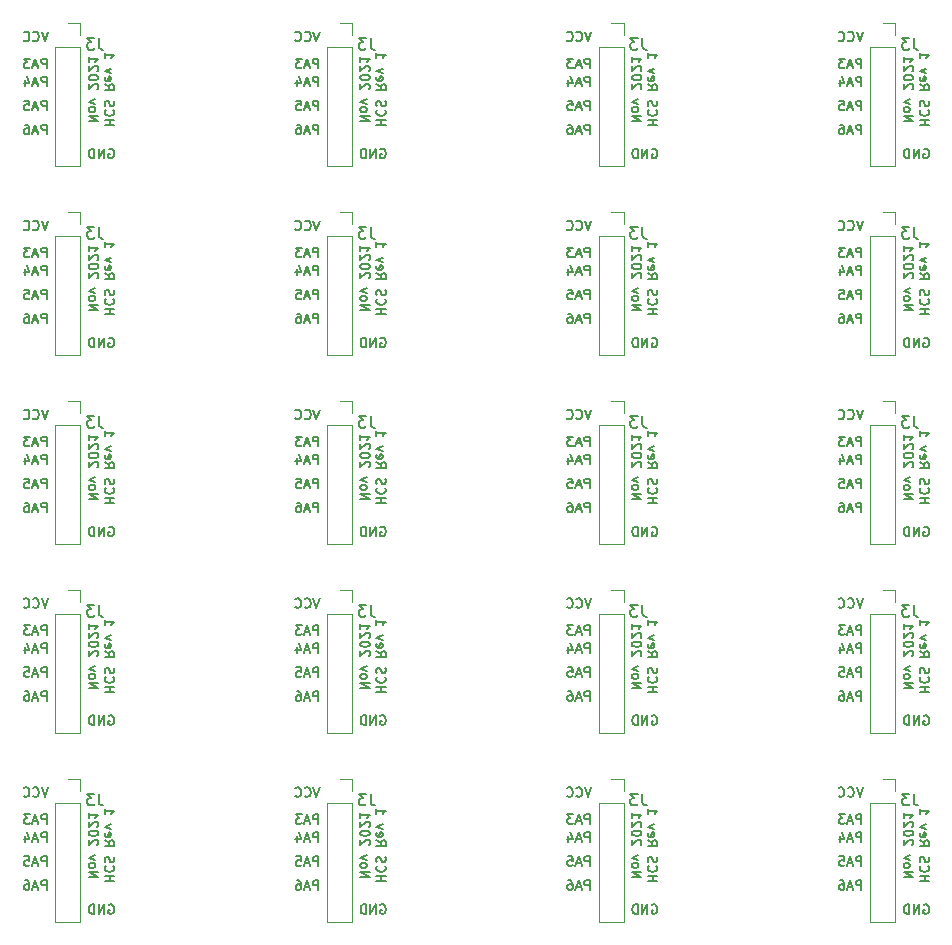
<source format=gbo>
G04 #@! TF.GenerationSoftware,KiCad,Pcbnew,(5.1.8)-1*
G04 #@! TF.CreationDate,2021-11-13T10:16:22+08:00*
G04 #@! TF.ProjectId,haptic-cloth-panelized-small,68617074-6963-42d6-936c-6f74682d7061,rev?*
G04 #@! TF.SameCoordinates,Original*
G04 #@! TF.FileFunction,Legend,Bot*
G04 #@! TF.FilePolarity,Positive*
%FSLAX46Y46*%
G04 Gerber Fmt 4.6, Leading zero omitted, Abs format (unit mm)*
G04 Created by KiCad (PCBNEW (5.1.8)-1) date 2021-11-13 10:16:22*
%MOMM*%
%LPD*%
G01*
G04 APERTURE LIST*
%ADD10C,0.150000*%
%ADD11C,0.120000*%
%ADD12C,1.500000*%
%ADD13C,2.500000*%
%ADD14R,1.000000X1.000000*%
%ADD15C,1.000000*%
%ADD16O,1.350000X1.350000*%
%ADD17R,1.350000X1.350000*%
G04 APERTURE END LIST*
D10*
X129302337Y-115862941D02*
X129035670Y-116662941D01*
X128769004Y-115862941D01*
X128045194Y-116586751D02*
X128083289Y-116624846D01*
X128197575Y-116662941D01*
X128273766Y-116662941D01*
X128388051Y-116624846D01*
X128464242Y-116548656D01*
X128502337Y-116472465D01*
X128540432Y-116320084D01*
X128540432Y-116205798D01*
X128502337Y-116053417D01*
X128464242Y-115977227D01*
X128388051Y-115901037D01*
X128273766Y-115862941D01*
X128197575Y-115862941D01*
X128083289Y-115901037D01*
X128045194Y-115939132D01*
X127245194Y-116586751D02*
X127283289Y-116624846D01*
X127397575Y-116662941D01*
X127473766Y-116662941D01*
X127588051Y-116624846D01*
X127664242Y-116548656D01*
X127702337Y-116472465D01*
X127740432Y-116320084D01*
X127740432Y-116205798D01*
X127702337Y-116053417D01*
X127664242Y-115977227D01*
X127588051Y-115901037D01*
X127473766Y-115862941D01*
X127397575Y-115862941D01*
X127283289Y-115901037D01*
X127245194Y-115939132D01*
X129188051Y-118948941D02*
X129188051Y-118148941D01*
X128883289Y-118148941D01*
X128807099Y-118187037D01*
X128769004Y-118225132D01*
X128730908Y-118301322D01*
X128730908Y-118415608D01*
X128769004Y-118491798D01*
X128807099Y-118529894D01*
X128883289Y-118567989D01*
X129188051Y-118567989D01*
X128426147Y-118720370D02*
X128045194Y-118720370D01*
X128502337Y-118948941D02*
X128235670Y-118148941D01*
X127969004Y-118948941D01*
X127778528Y-118148941D02*
X127283289Y-118148941D01*
X127549956Y-118453703D01*
X127435670Y-118453703D01*
X127359480Y-118491798D01*
X127321385Y-118529894D01*
X127283289Y-118606084D01*
X127283289Y-118796560D01*
X127321385Y-118872751D01*
X127359480Y-118910846D01*
X127435670Y-118948941D01*
X127664242Y-118948941D01*
X127740432Y-118910846D01*
X127778528Y-118872751D01*
X129188051Y-120472941D02*
X129188051Y-119672941D01*
X128883289Y-119672941D01*
X128807099Y-119711037D01*
X128769004Y-119749132D01*
X128730908Y-119825322D01*
X128730908Y-119939608D01*
X128769004Y-120015798D01*
X128807099Y-120053894D01*
X128883289Y-120091989D01*
X129188051Y-120091989D01*
X128426147Y-120244370D02*
X128045194Y-120244370D01*
X128502337Y-120472941D02*
X128235670Y-119672941D01*
X127969004Y-120472941D01*
X127359480Y-119939608D02*
X127359480Y-120472941D01*
X127549956Y-119634846D02*
X127740432Y-120206275D01*
X127245194Y-120206275D01*
X129188051Y-122504941D02*
X129188051Y-121704941D01*
X128883289Y-121704941D01*
X128807099Y-121743037D01*
X128769004Y-121781132D01*
X128730908Y-121857322D01*
X128730908Y-121971608D01*
X128769004Y-122047798D01*
X128807099Y-122085894D01*
X128883289Y-122123989D01*
X129188051Y-122123989D01*
X128426147Y-122276370D02*
X128045194Y-122276370D01*
X128502337Y-122504941D02*
X128235670Y-121704941D01*
X127969004Y-122504941D01*
X127321385Y-121704941D02*
X127702337Y-121704941D01*
X127740432Y-122085894D01*
X127702337Y-122047798D01*
X127626147Y-122009703D01*
X127435670Y-122009703D01*
X127359480Y-122047798D01*
X127321385Y-122085894D01*
X127283289Y-122162084D01*
X127283289Y-122352560D01*
X127321385Y-122428751D01*
X127359480Y-122466846D01*
X127435670Y-122504941D01*
X127626147Y-122504941D01*
X127702337Y-122466846D01*
X127740432Y-122428751D01*
X129188051Y-124536941D02*
X129188051Y-123736941D01*
X128883289Y-123736941D01*
X128807099Y-123775037D01*
X128769004Y-123813132D01*
X128730908Y-123889322D01*
X128730908Y-124003608D01*
X128769004Y-124079798D01*
X128807099Y-124117894D01*
X128883289Y-124155989D01*
X129188051Y-124155989D01*
X128426147Y-124308370D02*
X128045194Y-124308370D01*
X128502337Y-124536941D02*
X128235670Y-123736941D01*
X127969004Y-124536941D01*
X127359480Y-123736941D02*
X127511861Y-123736941D01*
X127588051Y-123775037D01*
X127626147Y-123813132D01*
X127702337Y-123927417D01*
X127740432Y-124079798D01*
X127740432Y-124384560D01*
X127702337Y-124460751D01*
X127664242Y-124498846D01*
X127588051Y-124536941D01*
X127435670Y-124536941D01*
X127359480Y-124498846D01*
X127321385Y-124460751D01*
X127283289Y-124384560D01*
X127283289Y-124194084D01*
X127321385Y-124117894D01*
X127359480Y-124079798D01*
X127435670Y-124041703D01*
X127588051Y-124041703D01*
X127664242Y-124079798D01*
X127702337Y-124117894D01*
X127740432Y-124194084D01*
X134450099Y-125807037D02*
X134526289Y-125768941D01*
X134640575Y-125768941D01*
X134754861Y-125807037D01*
X134831051Y-125883227D01*
X134869147Y-125959417D01*
X134907242Y-126111798D01*
X134907242Y-126226084D01*
X134869147Y-126378465D01*
X134831051Y-126454656D01*
X134754861Y-126530846D01*
X134640575Y-126568941D01*
X134564385Y-126568941D01*
X134450099Y-126530846D01*
X134412004Y-126492751D01*
X134412004Y-126226084D01*
X134564385Y-126226084D01*
X134069147Y-126568941D02*
X134069147Y-125768941D01*
X133612004Y-126568941D01*
X133612004Y-125768941D01*
X133231051Y-126568941D02*
X133231051Y-125768941D01*
X133040575Y-125768941D01*
X132926289Y-125807037D01*
X132850099Y-125883227D01*
X132812004Y-125959417D01*
X132773908Y-126111798D01*
X132773908Y-126226084D01*
X132812004Y-126378465D01*
X132850099Y-126454656D01*
X132926289Y-126530846D01*
X133040575Y-126568941D01*
X133231051Y-126568941D01*
X134107123Y-123793656D02*
X134907123Y-123793656D01*
X134526170Y-123793656D02*
X134526170Y-123336513D01*
X134107123Y-123336513D02*
X134907123Y-123336513D01*
X134183313Y-122498417D02*
X134145218Y-122536513D01*
X134107123Y-122650798D01*
X134107123Y-122726989D01*
X134145218Y-122841275D01*
X134221408Y-122917465D01*
X134297599Y-122955560D01*
X134449980Y-122993656D01*
X134564266Y-122993656D01*
X134716647Y-122955560D01*
X134792837Y-122917465D01*
X134869028Y-122841275D01*
X134907123Y-122726989D01*
X134907123Y-122650798D01*
X134869028Y-122536513D01*
X134830932Y-122498417D01*
X134145218Y-122193656D02*
X134107123Y-122079370D01*
X134107123Y-121888894D01*
X134145218Y-121812703D01*
X134183313Y-121774608D01*
X134259504Y-121736513D01*
X134335694Y-121736513D01*
X134411885Y-121774608D01*
X134449980Y-121812703D01*
X134488075Y-121888894D01*
X134526170Y-122041275D01*
X134564266Y-122117465D01*
X134602361Y-122155560D01*
X134678551Y-122193656D01*
X134754742Y-122193656D01*
X134830932Y-122155560D01*
X134869028Y-122117465D01*
X134907123Y-122041275D01*
X134907123Y-121850798D01*
X134869028Y-121736513D01*
X134107123Y-120326989D02*
X134488075Y-120593656D01*
X134107123Y-120784132D02*
X134907123Y-120784132D01*
X134907123Y-120479370D01*
X134869028Y-120403179D01*
X134830932Y-120365084D01*
X134754742Y-120326989D01*
X134640456Y-120326989D01*
X134564266Y-120365084D01*
X134526170Y-120403179D01*
X134488075Y-120479370D01*
X134488075Y-120784132D01*
X134145218Y-119679370D02*
X134107123Y-119755560D01*
X134107123Y-119907941D01*
X134145218Y-119984132D01*
X134221408Y-120022227D01*
X134526170Y-120022227D01*
X134602361Y-119984132D01*
X134640456Y-119907941D01*
X134640456Y-119755560D01*
X134602361Y-119679370D01*
X134526170Y-119641275D01*
X134449980Y-119641275D01*
X134373789Y-120022227D01*
X134640456Y-119374608D02*
X134107123Y-119184132D01*
X134640456Y-118993656D01*
X134107123Y-117660322D02*
X134107123Y-118117465D01*
X134107123Y-117888894D02*
X134907123Y-117888894D01*
X134792837Y-117965084D01*
X134716647Y-118041275D01*
X134678551Y-118117465D01*
X132757123Y-123469846D02*
X133557123Y-123469846D01*
X132757123Y-123012703D01*
X133557123Y-123012703D01*
X132757123Y-122517465D02*
X132795218Y-122593656D01*
X132833313Y-122631751D01*
X132909504Y-122669846D01*
X133138075Y-122669846D01*
X133214266Y-122631751D01*
X133252361Y-122593656D01*
X133290456Y-122517465D01*
X133290456Y-122403179D01*
X133252361Y-122326989D01*
X133214266Y-122288894D01*
X133138075Y-122250798D01*
X132909504Y-122250798D01*
X132833313Y-122288894D01*
X132795218Y-122326989D01*
X132757123Y-122403179D01*
X132757123Y-122517465D01*
X133290456Y-121984132D02*
X132757123Y-121793656D01*
X133290456Y-121603179D01*
X133480932Y-120726989D02*
X133519028Y-120688894D01*
X133557123Y-120612703D01*
X133557123Y-120422227D01*
X133519028Y-120346037D01*
X133480932Y-120307941D01*
X133404742Y-120269846D01*
X133328551Y-120269846D01*
X133214266Y-120307941D01*
X132757123Y-120765084D01*
X132757123Y-120269846D01*
X133557123Y-119774608D02*
X133557123Y-119698417D01*
X133519028Y-119622227D01*
X133480932Y-119584132D01*
X133404742Y-119546037D01*
X133252361Y-119507941D01*
X133061885Y-119507941D01*
X132909504Y-119546037D01*
X132833313Y-119584132D01*
X132795218Y-119622227D01*
X132757123Y-119698417D01*
X132757123Y-119774608D01*
X132795218Y-119850798D01*
X132833313Y-119888894D01*
X132909504Y-119926989D01*
X133061885Y-119965084D01*
X133252361Y-119965084D01*
X133404742Y-119926989D01*
X133480932Y-119888894D01*
X133519028Y-119850798D01*
X133557123Y-119774608D01*
X133480932Y-119203179D02*
X133519028Y-119165084D01*
X133557123Y-119088894D01*
X133557123Y-118898417D01*
X133519028Y-118822227D01*
X133480932Y-118784132D01*
X133404742Y-118746037D01*
X133328551Y-118746037D01*
X133214266Y-118784132D01*
X132757123Y-119241275D01*
X132757123Y-118746037D01*
X132757123Y-117984132D02*
X132757123Y-118441275D01*
X132757123Y-118212703D02*
X133557123Y-118212703D01*
X133442837Y-118288894D01*
X133366647Y-118365084D01*
X133328551Y-118441275D01*
X106302328Y-115862941D02*
X106035661Y-116662941D01*
X105768995Y-115862941D01*
X105045185Y-116586751D02*
X105083280Y-116624846D01*
X105197566Y-116662941D01*
X105273757Y-116662941D01*
X105388042Y-116624846D01*
X105464233Y-116548656D01*
X105502328Y-116472465D01*
X105540423Y-116320084D01*
X105540423Y-116205798D01*
X105502328Y-116053417D01*
X105464233Y-115977227D01*
X105388042Y-115901037D01*
X105273757Y-115862941D01*
X105197566Y-115862941D01*
X105083280Y-115901037D01*
X105045185Y-115939132D01*
X104245185Y-116586751D02*
X104283280Y-116624846D01*
X104397566Y-116662941D01*
X104473757Y-116662941D01*
X104588042Y-116624846D01*
X104664233Y-116548656D01*
X104702328Y-116472465D01*
X104740423Y-116320084D01*
X104740423Y-116205798D01*
X104702328Y-116053417D01*
X104664233Y-115977227D01*
X104588042Y-115901037D01*
X104473757Y-115862941D01*
X104397566Y-115862941D01*
X104283280Y-115901037D01*
X104245185Y-115939132D01*
X106188042Y-118948941D02*
X106188042Y-118148941D01*
X105883280Y-118148941D01*
X105807090Y-118187037D01*
X105768995Y-118225132D01*
X105730899Y-118301322D01*
X105730899Y-118415608D01*
X105768995Y-118491798D01*
X105807090Y-118529894D01*
X105883280Y-118567989D01*
X106188042Y-118567989D01*
X105426138Y-118720370D02*
X105045185Y-118720370D01*
X105502328Y-118948941D02*
X105235661Y-118148941D01*
X104968995Y-118948941D01*
X104778519Y-118148941D02*
X104283280Y-118148941D01*
X104549947Y-118453703D01*
X104435661Y-118453703D01*
X104359471Y-118491798D01*
X104321376Y-118529894D01*
X104283280Y-118606084D01*
X104283280Y-118796560D01*
X104321376Y-118872751D01*
X104359471Y-118910846D01*
X104435661Y-118948941D01*
X104664233Y-118948941D01*
X104740423Y-118910846D01*
X104778519Y-118872751D01*
X106188042Y-120472941D02*
X106188042Y-119672941D01*
X105883280Y-119672941D01*
X105807090Y-119711037D01*
X105768995Y-119749132D01*
X105730899Y-119825322D01*
X105730899Y-119939608D01*
X105768995Y-120015798D01*
X105807090Y-120053894D01*
X105883280Y-120091989D01*
X106188042Y-120091989D01*
X105426138Y-120244370D02*
X105045185Y-120244370D01*
X105502328Y-120472941D02*
X105235661Y-119672941D01*
X104968995Y-120472941D01*
X104359471Y-119939608D02*
X104359471Y-120472941D01*
X104549947Y-119634846D02*
X104740423Y-120206275D01*
X104245185Y-120206275D01*
X106188042Y-122504941D02*
X106188042Y-121704941D01*
X105883280Y-121704941D01*
X105807090Y-121743037D01*
X105768995Y-121781132D01*
X105730899Y-121857322D01*
X105730899Y-121971608D01*
X105768995Y-122047798D01*
X105807090Y-122085894D01*
X105883280Y-122123989D01*
X106188042Y-122123989D01*
X105426138Y-122276370D02*
X105045185Y-122276370D01*
X105502328Y-122504941D02*
X105235661Y-121704941D01*
X104968995Y-122504941D01*
X104321376Y-121704941D02*
X104702328Y-121704941D01*
X104740423Y-122085894D01*
X104702328Y-122047798D01*
X104626138Y-122009703D01*
X104435661Y-122009703D01*
X104359471Y-122047798D01*
X104321376Y-122085894D01*
X104283280Y-122162084D01*
X104283280Y-122352560D01*
X104321376Y-122428751D01*
X104359471Y-122466846D01*
X104435661Y-122504941D01*
X104626138Y-122504941D01*
X104702328Y-122466846D01*
X104740423Y-122428751D01*
X106188042Y-124536941D02*
X106188042Y-123736941D01*
X105883280Y-123736941D01*
X105807090Y-123775037D01*
X105768995Y-123813132D01*
X105730899Y-123889322D01*
X105730899Y-124003608D01*
X105768995Y-124079798D01*
X105807090Y-124117894D01*
X105883280Y-124155989D01*
X106188042Y-124155989D01*
X105426138Y-124308370D02*
X105045185Y-124308370D01*
X105502328Y-124536941D02*
X105235661Y-123736941D01*
X104968995Y-124536941D01*
X104359471Y-123736941D02*
X104511852Y-123736941D01*
X104588042Y-123775037D01*
X104626138Y-123813132D01*
X104702328Y-123927417D01*
X104740423Y-124079798D01*
X104740423Y-124384560D01*
X104702328Y-124460751D01*
X104664233Y-124498846D01*
X104588042Y-124536941D01*
X104435661Y-124536941D01*
X104359471Y-124498846D01*
X104321376Y-124460751D01*
X104283280Y-124384560D01*
X104283280Y-124194084D01*
X104321376Y-124117894D01*
X104359471Y-124079798D01*
X104435661Y-124041703D01*
X104588042Y-124041703D01*
X104664233Y-124079798D01*
X104702328Y-124117894D01*
X104740423Y-124194084D01*
X111450090Y-125807037D02*
X111526280Y-125768941D01*
X111640566Y-125768941D01*
X111754852Y-125807037D01*
X111831042Y-125883227D01*
X111869138Y-125959417D01*
X111907233Y-126111798D01*
X111907233Y-126226084D01*
X111869138Y-126378465D01*
X111831042Y-126454656D01*
X111754852Y-126530846D01*
X111640566Y-126568941D01*
X111564376Y-126568941D01*
X111450090Y-126530846D01*
X111411995Y-126492751D01*
X111411995Y-126226084D01*
X111564376Y-126226084D01*
X111069138Y-126568941D02*
X111069138Y-125768941D01*
X110611995Y-126568941D01*
X110611995Y-125768941D01*
X110231042Y-126568941D02*
X110231042Y-125768941D01*
X110040566Y-125768941D01*
X109926280Y-125807037D01*
X109850090Y-125883227D01*
X109811995Y-125959417D01*
X109773899Y-126111798D01*
X109773899Y-126226084D01*
X109811995Y-126378465D01*
X109850090Y-126454656D01*
X109926280Y-126530846D01*
X110040566Y-126568941D01*
X110231042Y-126568941D01*
X111107114Y-123793656D02*
X111907114Y-123793656D01*
X111526161Y-123793656D02*
X111526161Y-123336513D01*
X111107114Y-123336513D02*
X111907114Y-123336513D01*
X111183304Y-122498417D02*
X111145209Y-122536513D01*
X111107114Y-122650798D01*
X111107114Y-122726989D01*
X111145209Y-122841275D01*
X111221399Y-122917465D01*
X111297590Y-122955560D01*
X111449971Y-122993656D01*
X111564257Y-122993656D01*
X111716638Y-122955560D01*
X111792828Y-122917465D01*
X111869019Y-122841275D01*
X111907114Y-122726989D01*
X111907114Y-122650798D01*
X111869019Y-122536513D01*
X111830923Y-122498417D01*
X111145209Y-122193656D02*
X111107114Y-122079370D01*
X111107114Y-121888894D01*
X111145209Y-121812703D01*
X111183304Y-121774608D01*
X111259495Y-121736513D01*
X111335685Y-121736513D01*
X111411876Y-121774608D01*
X111449971Y-121812703D01*
X111488066Y-121888894D01*
X111526161Y-122041275D01*
X111564257Y-122117465D01*
X111602352Y-122155560D01*
X111678542Y-122193656D01*
X111754733Y-122193656D01*
X111830923Y-122155560D01*
X111869019Y-122117465D01*
X111907114Y-122041275D01*
X111907114Y-121850798D01*
X111869019Y-121736513D01*
X111107114Y-120326989D02*
X111488066Y-120593656D01*
X111107114Y-120784132D02*
X111907114Y-120784132D01*
X111907114Y-120479370D01*
X111869019Y-120403179D01*
X111830923Y-120365084D01*
X111754733Y-120326989D01*
X111640447Y-120326989D01*
X111564257Y-120365084D01*
X111526161Y-120403179D01*
X111488066Y-120479370D01*
X111488066Y-120784132D01*
X111145209Y-119679370D02*
X111107114Y-119755560D01*
X111107114Y-119907941D01*
X111145209Y-119984132D01*
X111221399Y-120022227D01*
X111526161Y-120022227D01*
X111602352Y-119984132D01*
X111640447Y-119907941D01*
X111640447Y-119755560D01*
X111602352Y-119679370D01*
X111526161Y-119641275D01*
X111449971Y-119641275D01*
X111373780Y-120022227D01*
X111640447Y-119374608D02*
X111107114Y-119184132D01*
X111640447Y-118993656D01*
X111107114Y-117660322D02*
X111107114Y-118117465D01*
X111107114Y-117888894D02*
X111907114Y-117888894D01*
X111792828Y-117965084D01*
X111716638Y-118041275D01*
X111678542Y-118117465D01*
X109757114Y-123469846D02*
X110557114Y-123469846D01*
X109757114Y-123012703D01*
X110557114Y-123012703D01*
X109757114Y-122517465D02*
X109795209Y-122593656D01*
X109833304Y-122631751D01*
X109909495Y-122669846D01*
X110138066Y-122669846D01*
X110214257Y-122631751D01*
X110252352Y-122593656D01*
X110290447Y-122517465D01*
X110290447Y-122403179D01*
X110252352Y-122326989D01*
X110214257Y-122288894D01*
X110138066Y-122250798D01*
X109909495Y-122250798D01*
X109833304Y-122288894D01*
X109795209Y-122326989D01*
X109757114Y-122403179D01*
X109757114Y-122517465D01*
X110290447Y-121984132D02*
X109757114Y-121793656D01*
X110290447Y-121603179D01*
X110480923Y-120726989D02*
X110519019Y-120688894D01*
X110557114Y-120612703D01*
X110557114Y-120422227D01*
X110519019Y-120346037D01*
X110480923Y-120307941D01*
X110404733Y-120269846D01*
X110328542Y-120269846D01*
X110214257Y-120307941D01*
X109757114Y-120765084D01*
X109757114Y-120269846D01*
X110557114Y-119774608D02*
X110557114Y-119698417D01*
X110519019Y-119622227D01*
X110480923Y-119584132D01*
X110404733Y-119546037D01*
X110252352Y-119507941D01*
X110061876Y-119507941D01*
X109909495Y-119546037D01*
X109833304Y-119584132D01*
X109795209Y-119622227D01*
X109757114Y-119698417D01*
X109757114Y-119774608D01*
X109795209Y-119850798D01*
X109833304Y-119888894D01*
X109909495Y-119926989D01*
X110061876Y-119965084D01*
X110252352Y-119965084D01*
X110404733Y-119926989D01*
X110480923Y-119888894D01*
X110519019Y-119850798D01*
X110557114Y-119774608D01*
X110480923Y-119203179D02*
X110519019Y-119165084D01*
X110557114Y-119088894D01*
X110557114Y-118898417D01*
X110519019Y-118822227D01*
X110480923Y-118784132D01*
X110404733Y-118746037D01*
X110328542Y-118746037D01*
X110214257Y-118784132D01*
X109757114Y-119241275D01*
X109757114Y-118746037D01*
X109757114Y-117984132D02*
X109757114Y-118441275D01*
X109757114Y-118212703D02*
X110557114Y-118212703D01*
X110442828Y-118288894D01*
X110366638Y-118365084D01*
X110328542Y-118441275D01*
X83302319Y-115862941D02*
X83035652Y-116662941D01*
X82768986Y-115862941D01*
X82045176Y-116586751D02*
X82083271Y-116624846D01*
X82197557Y-116662941D01*
X82273748Y-116662941D01*
X82388033Y-116624846D01*
X82464224Y-116548656D01*
X82502319Y-116472465D01*
X82540414Y-116320084D01*
X82540414Y-116205798D01*
X82502319Y-116053417D01*
X82464224Y-115977227D01*
X82388033Y-115901037D01*
X82273748Y-115862941D01*
X82197557Y-115862941D01*
X82083271Y-115901037D01*
X82045176Y-115939132D01*
X81245176Y-116586751D02*
X81283271Y-116624846D01*
X81397557Y-116662941D01*
X81473748Y-116662941D01*
X81588033Y-116624846D01*
X81664224Y-116548656D01*
X81702319Y-116472465D01*
X81740414Y-116320084D01*
X81740414Y-116205798D01*
X81702319Y-116053417D01*
X81664224Y-115977227D01*
X81588033Y-115901037D01*
X81473748Y-115862941D01*
X81397557Y-115862941D01*
X81283271Y-115901037D01*
X81245176Y-115939132D01*
X83188033Y-118948941D02*
X83188033Y-118148941D01*
X82883271Y-118148941D01*
X82807081Y-118187037D01*
X82768986Y-118225132D01*
X82730890Y-118301322D01*
X82730890Y-118415608D01*
X82768986Y-118491798D01*
X82807081Y-118529894D01*
X82883271Y-118567989D01*
X83188033Y-118567989D01*
X82426129Y-118720370D02*
X82045176Y-118720370D01*
X82502319Y-118948941D02*
X82235652Y-118148941D01*
X81968986Y-118948941D01*
X81778510Y-118148941D02*
X81283271Y-118148941D01*
X81549938Y-118453703D01*
X81435652Y-118453703D01*
X81359462Y-118491798D01*
X81321367Y-118529894D01*
X81283271Y-118606084D01*
X81283271Y-118796560D01*
X81321367Y-118872751D01*
X81359462Y-118910846D01*
X81435652Y-118948941D01*
X81664224Y-118948941D01*
X81740414Y-118910846D01*
X81778510Y-118872751D01*
X83188033Y-120472941D02*
X83188033Y-119672941D01*
X82883271Y-119672941D01*
X82807081Y-119711037D01*
X82768986Y-119749132D01*
X82730890Y-119825322D01*
X82730890Y-119939608D01*
X82768986Y-120015798D01*
X82807081Y-120053894D01*
X82883271Y-120091989D01*
X83188033Y-120091989D01*
X82426129Y-120244370D02*
X82045176Y-120244370D01*
X82502319Y-120472941D02*
X82235652Y-119672941D01*
X81968986Y-120472941D01*
X81359462Y-119939608D02*
X81359462Y-120472941D01*
X81549938Y-119634846D02*
X81740414Y-120206275D01*
X81245176Y-120206275D01*
X83188033Y-122504941D02*
X83188033Y-121704941D01*
X82883271Y-121704941D01*
X82807081Y-121743037D01*
X82768986Y-121781132D01*
X82730890Y-121857322D01*
X82730890Y-121971608D01*
X82768986Y-122047798D01*
X82807081Y-122085894D01*
X82883271Y-122123989D01*
X83188033Y-122123989D01*
X82426129Y-122276370D02*
X82045176Y-122276370D01*
X82502319Y-122504941D02*
X82235652Y-121704941D01*
X81968986Y-122504941D01*
X81321367Y-121704941D02*
X81702319Y-121704941D01*
X81740414Y-122085894D01*
X81702319Y-122047798D01*
X81626129Y-122009703D01*
X81435652Y-122009703D01*
X81359462Y-122047798D01*
X81321367Y-122085894D01*
X81283271Y-122162084D01*
X81283271Y-122352560D01*
X81321367Y-122428751D01*
X81359462Y-122466846D01*
X81435652Y-122504941D01*
X81626129Y-122504941D01*
X81702319Y-122466846D01*
X81740414Y-122428751D01*
X83188033Y-124536941D02*
X83188033Y-123736941D01*
X82883271Y-123736941D01*
X82807081Y-123775037D01*
X82768986Y-123813132D01*
X82730890Y-123889322D01*
X82730890Y-124003608D01*
X82768986Y-124079798D01*
X82807081Y-124117894D01*
X82883271Y-124155989D01*
X83188033Y-124155989D01*
X82426129Y-124308370D02*
X82045176Y-124308370D01*
X82502319Y-124536941D02*
X82235652Y-123736941D01*
X81968986Y-124536941D01*
X81359462Y-123736941D02*
X81511843Y-123736941D01*
X81588033Y-123775037D01*
X81626129Y-123813132D01*
X81702319Y-123927417D01*
X81740414Y-124079798D01*
X81740414Y-124384560D01*
X81702319Y-124460751D01*
X81664224Y-124498846D01*
X81588033Y-124536941D01*
X81435652Y-124536941D01*
X81359462Y-124498846D01*
X81321367Y-124460751D01*
X81283271Y-124384560D01*
X81283271Y-124194084D01*
X81321367Y-124117894D01*
X81359462Y-124079798D01*
X81435652Y-124041703D01*
X81588033Y-124041703D01*
X81664224Y-124079798D01*
X81702319Y-124117894D01*
X81740414Y-124194084D01*
X88450081Y-125807037D02*
X88526271Y-125768941D01*
X88640557Y-125768941D01*
X88754843Y-125807037D01*
X88831033Y-125883227D01*
X88869129Y-125959417D01*
X88907224Y-126111798D01*
X88907224Y-126226084D01*
X88869129Y-126378465D01*
X88831033Y-126454656D01*
X88754843Y-126530846D01*
X88640557Y-126568941D01*
X88564367Y-126568941D01*
X88450081Y-126530846D01*
X88411986Y-126492751D01*
X88411986Y-126226084D01*
X88564367Y-126226084D01*
X88069129Y-126568941D02*
X88069129Y-125768941D01*
X87611986Y-126568941D01*
X87611986Y-125768941D01*
X87231033Y-126568941D02*
X87231033Y-125768941D01*
X87040557Y-125768941D01*
X86926271Y-125807037D01*
X86850081Y-125883227D01*
X86811986Y-125959417D01*
X86773890Y-126111798D01*
X86773890Y-126226084D01*
X86811986Y-126378465D01*
X86850081Y-126454656D01*
X86926271Y-126530846D01*
X87040557Y-126568941D01*
X87231033Y-126568941D01*
X88107105Y-123793656D02*
X88907105Y-123793656D01*
X88526152Y-123793656D02*
X88526152Y-123336513D01*
X88107105Y-123336513D02*
X88907105Y-123336513D01*
X88183295Y-122498417D02*
X88145200Y-122536513D01*
X88107105Y-122650798D01*
X88107105Y-122726989D01*
X88145200Y-122841275D01*
X88221390Y-122917465D01*
X88297581Y-122955560D01*
X88449962Y-122993656D01*
X88564248Y-122993656D01*
X88716629Y-122955560D01*
X88792819Y-122917465D01*
X88869010Y-122841275D01*
X88907105Y-122726989D01*
X88907105Y-122650798D01*
X88869010Y-122536513D01*
X88830914Y-122498417D01*
X88145200Y-122193656D02*
X88107105Y-122079370D01*
X88107105Y-121888894D01*
X88145200Y-121812703D01*
X88183295Y-121774608D01*
X88259486Y-121736513D01*
X88335676Y-121736513D01*
X88411867Y-121774608D01*
X88449962Y-121812703D01*
X88488057Y-121888894D01*
X88526152Y-122041275D01*
X88564248Y-122117465D01*
X88602343Y-122155560D01*
X88678533Y-122193656D01*
X88754724Y-122193656D01*
X88830914Y-122155560D01*
X88869010Y-122117465D01*
X88907105Y-122041275D01*
X88907105Y-121850798D01*
X88869010Y-121736513D01*
X88107105Y-120326989D02*
X88488057Y-120593656D01*
X88107105Y-120784132D02*
X88907105Y-120784132D01*
X88907105Y-120479370D01*
X88869010Y-120403179D01*
X88830914Y-120365084D01*
X88754724Y-120326989D01*
X88640438Y-120326989D01*
X88564248Y-120365084D01*
X88526152Y-120403179D01*
X88488057Y-120479370D01*
X88488057Y-120784132D01*
X88145200Y-119679370D02*
X88107105Y-119755560D01*
X88107105Y-119907941D01*
X88145200Y-119984132D01*
X88221390Y-120022227D01*
X88526152Y-120022227D01*
X88602343Y-119984132D01*
X88640438Y-119907941D01*
X88640438Y-119755560D01*
X88602343Y-119679370D01*
X88526152Y-119641275D01*
X88449962Y-119641275D01*
X88373771Y-120022227D01*
X88640438Y-119374608D02*
X88107105Y-119184132D01*
X88640438Y-118993656D01*
X88107105Y-117660322D02*
X88107105Y-118117465D01*
X88107105Y-117888894D02*
X88907105Y-117888894D01*
X88792819Y-117965084D01*
X88716629Y-118041275D01*
X88678533Y-118117465D01*
X86757105Y-123469846D02*
X87557105Y-123469846D01*
X86757105Y-123012703D01*
X87557105Y-123012703D01*
X86757105Y-122517465D02*
X86795200Y-122593656D01*
X86833295Y-122631751D01*
X86909486Y-122669846D01*
X87138057Y-122669846D01*
X87214248Y-122631751D01*
X87252343Y-122593656D01*
X87290438Y-122517465D01*
X87290438Y-122403179D01*
X87252343Y-122326989D01*
X87214248Y-122288894D01*
X87138057Y-122250798D01*
X86909486Y-122250798D01*
X86833295Y-122288894D01*
X86795200Y-122326989D01*
X86757105Y-122403179D01*
X86757105Y-122517465D01*
X87290438Y-121984132D02*
X86757105Y-121793656D01*
X87290438Y-121603179D01*
X87480914Y-120726989D02*
X87519010Y-120688894D01*
X87557105Y-120612703D01*
X87557105Y-120422227D01*
X87519010Y-120346037D01*
X87480914Y-120307941D01*
X87404724Y-120269846D01*
X87328533Y-120269846D01*
X87214248Y-120307941D01*
X86757105Y-120765084D01*
X86757105Y-120269846D01*
X87557105Y-119774608D02*
X87557105Y-119698417D01*
X87519010Y-119622227D01*
X87480914Y-119584132D01*
X87404724Y-119546037D01*
X87252343Y-119507941D01*
X87061867Y-119507941D01*
X86909486Y-119546037D01*
X86833295Y-119584132D01*
X86795200Y-119622227D01*
X86757105Y-119698417D01*
X86757105Y-119774608D01*
X86795200Y-119850798D01*
X86833295Y-119888894D01*
X86909486Y-119926989D01*
X87061867Y-119965084D01*
X87252343Y-119965084D01*
X87404724Y-119926989D01*
X87480914Y-119888894D01*
X87519010Y-119850798D01*
X87557105Y-119774608D01*
X87480914Y-119203179D02*
X87519010Y-119165084D01*
X87557105Y-119088894D01*
X87557105Y-118898417D01*
X87519010Y-118822227D01*
X87480914Y-118784132D01*
X87404724Y-118746037D01*
X87328533Y-118746037D01*
X87214248Y-118784132D01*
X86757105Y-119241275D01*
X86757105Y-118746037D01*
X86757105Y-117984132D02*
X86757105Y-118441275D01*
X86757105Y-118212703D02*
X87557105Y-118212703D01*
X87442819Y-118288894D01*
X87366629Y-118365084D01*
X87328533Y-118441275D01*
X60302310Y-115862941D02*
X60035643Y-116662941D01*
X59768977Y-115862941D01*
X59045167Y-116586751D02*
X59083262Y-116624846D01*
X59197548Y-116662941D01*
X59273739Y-116662941D01*
X59388024Y-116624846D01*
X59464215Y-116548656D01*
X59502310Y-116472465D01*
X59540405Y-116320084D01*
X59540405Y-116205798D01*
X59502310Y-116053417D01*
X59464215Y-115977227D01*
X59388024Y-115901037D01*
X59273739Y-115862941D01*
X59197548Y-115862941D01*
X59083262Y-115901037D01*
X59045167Y-115939132D01*
X58245167Y-116586751D02*
X58283262Y-116624846D01*
X58397548Y-116662941D01*
X58473739Y-116662941D01*
X58588024Y-116624846D01*
X58664215Y-116548656D01*
X58702310Y-116472465D01*
X58740405Y-116320084D01*
X58740405Y-116205798D01*
X58702310Y-116053417D01*
X58664215Y-115977227D01*
X58588024Y-115901037D01*
X58473739Y-115862941D01*
X58397548Y-115862941D01*
X58283262Y-115901037D01*
X58245167Y-115939132D01*
X60188024Y-118948941D02*
X60188024Y-118148941D01*
X59883262Y-118148941D01*
X59807072Y-118187037D01*
X59768977Y-118225132D01*
X59730881Y-118301322D01*
X59730881Y-118415608D01*
X59768977Y-118491798D01*
X59807072Y-118529894D01*
X59883262Y-118567989D01*
X60188024Y-118567989D01*
X59426120Y-118720370D02*
X59045167Y-118720370D01*
X59502310Y-118948941D02*
X59235643Y-118148941D01*
X58968977Y-118948941D01*
X58778501Y-118148941D02*
X58283262Y-118148941D01*
X58549929Y-118453703D01*
X58435643Y-118453703D01*
X58359453Y-118491798D01*
X58321358Y-118529894D01*
X58283262Y-118606084D01*
X58283262Y-118796560D01*
X58321358Y-118872751D01*
X58359453Y-118910846D01*
X58435643Y-118948941D01*
X58664215Y-118948941D01*
X58740405Y-118910846D01*
X58778501Y-118872751D01*
X60188024Y-120472941D02*
X60188024Y-119672941D01*
X59883262Y-119672941D01*
X59807072Y-119711037D01*
X59768977Y-119749132D01*
X59730881Y-119825322D01*
X59730881Y-119939608D01*
X59768977Y-120015798D01*
X59807072Y-120053894D01*
X59883262Y-120091989D01*
X60188024Y-120091989D01*
X59426120Y-120244370D02*
X59045167Y-120244370D01*
X59502310Y-120472941D02*
X59235643Y-119672941D01*
X58968977Y-120472941D01*
X58359453Y-119939608D02*
X58359453Y-120472941D01*
X58549929Y-119634846D02*
X58740405Y-120206275D01*
X58245167Y-120206275D01*
X60188024Y-122504941D02*
X60188024Y-121704941D01*
X59883262Y-121704941D01*
X59807072Y-121743037D01*
X59768977Y-121781132D01*
X59730881Y-121857322D01*
X59730881Y-121971608D01*
X59768977Y-122047798D01*
X59807072Y-122085894D01*
X59883262Y-122123989D01*
X60188024Y-122123989D01*
X59426120Y-122276370D02*
X59045167Y-122276370D01*
X59502310Y-122504941D02*
X59235643Y-121704941D01*
X58968977Y-122504941D01*
X58321358Y-121704941D02*
X58702310Y-121704941D01*
X58740405Y-122085894D01*
X58702310Y-122047798D01*
X58626120Y-122009703D01*
X58435643Y-122009703D01*
X58359453Y-122047798D01*
X58321358Y-122085894D01*
X58283262Y-122162084D01*
X58283262Y-122352560D01*
X58321358Y-122428751D01*
X58359453Y-122466846D01*
X58435643Y-122504941D01*
X58626120Y-122504941D01*
X58702310Y-122466846D01*
X58740405Y-122428751D01*
X60188024Y-124536941D02*
X60188024Y-123736941D01*
X59883262Y-123736941D01*
X59807072Y-123775037D01*
X59768977Y-123813132D01*
X59730881Y-123889322D01*
X59730881Y-124003608D01*
X59768977Y-124079798D01*
X59807072Y-124117894D01*
X59883262Y-124155989D01*
X60188024Y-124155989D01*
X59426120Y-124308370D02*
X59045167Y-124308370D01*
X59502310Y-124536941D02*
X59235643Y-123736941D01*
X58968977Y-124536941D01*
X58359453Y-123736941D02*
X58511834Y-123736941D01*
X58588024Y-123775037D01*
X58626120Y-123813132D01*
X58702310Y-123927417D01*
X58740405Y-124079798D01*
X58740405Y-124384560D01*
X58702310Y-124460751D01*
X58664215Y-124498846D01*
X58588024Y-124536941D01*
X58435643Y-124536941D01*
X58359453Y-124498846D01*
X58321358Y-124460751D01*
X58283262Y-124384560D01*
X58283262Y-124194084D01*
X58321358Y-124117894D01*
X58359453Y-124079798D01*
X58435643Y-124041703D01*
X58588024Y-124041703D01*
X58664215Y-124079798D01*
X58702310Y-124117894D01*
X58740405Y-124194084D01*
X65450072Y-125807037D02*
X65526262Y-125768941D01*
X65640548Y-125768941D01*
X65754834Y-125807037D01*
X65831024Y-125883227D01*
X65869120Y-125959417D01*
X65907215Y-126111798D01*
X65907215Y-126226084D01*
X65869120Y-126378465D01*
X65831024Y-126454656D01*
X65754834Y-126530846D01*
X65640548Y-126568941D01*
X65564358Y-126568941D01*
X65450072Y-126530846D01*
X65411977Y-126492751D01*
X65411977Y-126226084D01*
X65564358Y-126226084D01*
X65069120Y-126568941D02*
X65069120Y-125768941D01*
X64611977Y-126568941D01*
X64611977Y-125768941D01*
X64231024Y-126568941D02*
X64231024Y-125768941D01*
X64040548Y-125768941D01*
X63926262Y-125807037D01*
X63850072Y-125883227D01*
X63811977Y-125959417D01*
X63773881Y-126111798D01*
X63773881Y-126226084D01*
X63811977Y-126378465D01*
X63850072Y-126454656D01*
X63926262Y-126530846D01*
X64040548Y-126568941D01*
X64231024Y-126568941D01*
X65107096Y-123793656D02*
X65907096Y-123793656D01*
X65526143Y-123793656D02*
X65526143Y-123336513D01*
X65107096Y-123336513D02*
X65907096Y-123336513D01*
X65183286Y-122498417D02*
X65145191Y-122536513D01*
X65107096Y-122650798D01*
X65107096Y-122726989D01*
X65145191Y-122841275D01*
X65221381Y-122917465D01*
X65297572Y-122955560D01*
X65449953Y-122993656D01*
X65564239Y-122993656D01*
X65716620Y-122955560D01*
X65792810Y-122917465D01*
X65869001Y-122841275D01*
X65907096Y-122726989D01*
X65907096Y-122650798D01*
X65869001Y-122536513D01*
X65830905Y-122498417D01*
X65145191Y-122193656D02*
X65107096Y-122079370D01*
X65107096Y-121888894D01*
X65145191Y-121812703D01*
X65183286Y-121774608D01*
X65259477Y-121736513D01*
X65335667Y-121736513D01*
X65411858Y-121774608D01*
X65449953Y-121812703D01*
X65488048Y-121888894D01*
X65526143Y-122041275D01*
X65564239Y-122117465D01*
X65602334Y-122155560D01*
X65678524Y-122193656D01*
X65754715Y-122193656D01*
X65830905Y-122155560D01*
X65869001Y-122117465D01*
X65907096Y-122041275D01*
X65907096Y-121850798D01*
X65869001Y-121736513D01*
X65107096Y-120326989D02*
X65488048Y-120593656D01*
X65107096Y-120784132D02*
X65907096Y-120784132D01*
X65907096Y-120479370D01*
X65869001Y-120403179D01*
X65830905Y-120365084D01*
X65754715Y-120326989D01*
X65640429Y-120326989D01*
X65564239Y-120365084D01*
X65526143Y-120403179D01*
X65488048Y-120479370D01*
X65488048Y-120784132D01*
X65145191Y-119679370D02*
X65107096Y-119755560D01*
X65107096Y-119907941D01*
X65145191Y-119984132D01*
X65221381Y-120022227D01*
X65526143Y-120022227D01*
X65602334Y-119984132D01*
X65640429Y-119907941D01*
X65640429Y-119755560D01*
X65602334Y-119679370D01*
X65526143Y-119641275D01*
X65449953Y-119641275D01*
X65373762Y-120022227D01*
X65640429Y-119374608D02*
X65107096Y-119184132D01*
X65640429Y-118993656D01*
X65107096Y-117660322D02*
X65107096Y-118117465D01*
X65107096Y-117888894D02*
X65907096Y-117888894D01*
X65792810Y-117965084D01*
X65716620Y-118041275D01*
X65678524Y-118117465D01*
X63757096Y-123469846D02*
X64557096Y-123469846D01*
X63757096Y-123012703D01*
X64557096Y-123012703D01*
X63757096Y-122517465D02*
X63795191Y-122593656D01*
X63833286Y-122631751D01*
X63909477Y-122669846D01*
X64138048Y-122669846D01*
X64214239Y-122631751D01*
X64252334Y-122593656D01*
X64290429Y-122517465D01*
X64290429Y-122403179D01*
X64252334Y-122326989D01*
X64214239Y-122288894D01*
X64138048Y-122250798D01*
X63909477Y-122250798D01*
X63833286Y-122288894D01*
X63795191Y-122326989D01*
X63757096Y-122403179D01*
X63757096Y-122517465D01*
X64290429Y-121984132D02*
X63757096Y-121793656D01*
X64290429Y-121603179D01*
X64480905Y-120726989D02*
X64519001Y-120688894D01*
X64557096Y-120612703D01*
X64557096Y-120422227D01*
X64519001Y-120346037D01*
X64480905Y-120307941D01*
X64404715Y-120269846D01*
X64328524Y-120269846D01*
X64214239Y-120307941D01*
X63757096Y-120765084D01*
X63757096Y-120269846D01*
X64557096Y-119774608D02*
X64557096Y-119698417D01*
X64519001Y-119622227D01*
X64480905Y-119584132D01*
X64404715Y-119546037D01*
X64252334Y-119507941D01*
X64061858Y-119507941D01*
X63909477Y-119546037D01*
X63833286Y-119584132D01*
X63795191Y-119622227D01*
X63757096Y-119698417D01*
X63757096Y-119774608D01*
X63795191Y-119850798D01*
X63833286Y-119888894D01*
X63909477Y-119926989D01*
X64061858Y-119965084D01*
X64252334Y-119965084D01*
X64404715Y-119926989D01*
X64480905Y-119888894D01*
X64519001Y-119850798D01*
X64557096Y-119774608D01*
X64480905Y-119203179D02*
X64519001Y-119165084D01*
X64557096Y-119088894D01*
X64557096Y-118898417D01*
X64519001Y-118822227D01*
X64480905Y-118784132D01*
X64404715Y-118746037D01*
X64328524Y-118746037D01*
X64214239Y-118784132D01*
X63757096Y-119241275D01*
X63757096Y-118746037D01*
X63757096Y-117984132D02*
X63757096Y-118441275D01*
X63757096Y-118212703D02*
X64557096Y-118212703D01*
X64442810Y-118288894D01*
X64366620Y-118365084D01*
X64328524Y-118441275D01*
X129302337Y-99862932D02*
X129035670Y-100662932D01*
X128769004Y-99862932D01*
X128045194Y-100586742D02*
X128083289Y-100624837D01*
X128197575Y-100662932D01*
X128273766Y-100662932D01*
X128388051Y-100624837D01*
X128464242Y-100548647D01*
X128502337Y-100472456D01*
X128540432Y-100320075D01*
X128540432Y-100205789D01*
X128502337Y-100053408D01*
X128464242Y-99977218D01*
X128388051Y-99901028D01*
X128273766Y-99862932D01*
X128197575Y-99862932D01*
X128083289Y-99901028D01*
X128045194Y-99939123D01*
X127245194Y-100586742D02*
X127283289Y-100624837D01*
X127397575Y-100662932D01*
X127473766Y-100662932D01*
X127588051Y-100624837D01*
X127664242Y-100548647D01*
X127702337Y-100472456D01*
X127740432Y-100320075D01*
X127740432Y-100205789D01*
X127702337Y-100053408D01*
X127664242Y-99977218D01*
X127588051Y-99901028D01*
X127473766Y-99862932D01*
X127397575Y-99862932D01*
X127283289Y-99901028D01*
X127245194Y-99939123D01*
X129188051Y-102948932D02*
X129188051Y-102148932D01*
X128883289Y-102148932D01*
X128807099Y-102187028D01*
X128769004Y-102225123D01*
X128730908Y-102301313D01*
X128730908Y-102415599D01*
X128769004Y-102491789D01*
X128807099Y-102529885D01*
X128883289Y-102567980D01*
X129188051Y-102567980D01*
X128426147Y-102720361D02*
X128045194Y-102720361D01*
X128502337Y-102948932D02*
X128235670Y-102148932D01*
X127969004Y-102948932D01*
X127778528Y-102148932D02*
X127283289Y-102148932D01*
X127549956Y-102453694D01*
X127435670Y-102453694D01*
X127359480Y-102491789D01*
X127321385Y-102529885D01*
X127283289Y-102606075D01*
X127283289Y-102796551D01*
X127321385Y-102872742D01*
X127359480Y-102910837D01*
X127435670Y-102948932D01*
X127664242Y-102948932D01*
X127740432Y-102910837D01*
X127778528Y-102872742D01*
X129188051Y-104472932D02*
X129188051Y-103672932D01*
X128883289Y-103672932D01*
X128807099Y-103711028D01*
X128769004Y-103749123D01*
X128730908Y-103825313D01*
X128730908Y-103939599D01*
X128769004Y-104015789D01*
X128807099Y-104053885D01*
X128883289Y-104091980D01*
X129188051Y-104091980D01*
X128426147Y-104244361D02*
X128045194Y-104244361D01*
X128502337Y-104472932D02*
X128235670Y-103672932D01*
X127969004Y-104472932D01*
X127359480Y-103939599D02*
X127359480Y-104472932D01*
X127549956Y-103634837D02*
X127740432Y-104206266D01*
X127245194Y-104206266D01*
X129188051Y-106504932D02*
X129188051Y-105704932D01*
X128883289Y-105704932D01*
X128807099Y-105743028D01*
X128769004Y-105781123D01*
X128730908Y-105857313D01*
X128730908Y-105971599D01*
X128769004Y-106047789D01*
X128807099Y-106085885D01*
X128883289Y-106123980D01*
X129188051Y-106123980D01*
X128426147Y-106276361D02*
X128045194Y-106276361D01*
X128502337Y-106504932D02*
X128235670Y-105704932D01*
X127969004Y-106504932D01*
X127321385Y-105704932D02*
X127702337Y-105704932D01*
X127740432Y-106085885D01*
X127702337Y-106047789D01*
X127626147Y-106009694D01*
X127435670Y-106009694D01*
X127359480Y-106047789D01*
X127321385Y-106085885D01*
X127283289Y-106162075D01*
X127283289Y-106352551D01*
X127321385Y-106428742D01*
X127359480Y-106466837D01*
X127435670Y-106504932D01*
X127626147Y-106504932D01*
X127702337Y-106466837D01*
X127740432Y-106428742D01*
X129188051Y-108536932D02*
X129188051Y-107736932D01*
X128883289Y-107736932D01*
X128807099Y-107775028D01*
X128769004Y-107813123D01*
X128730908Y-107889313D01*
X128730908Y-108003599D01*
X128769004Y-108079789D01*
X128807099Y-108117885D01*
X128883289Y-108155980D01*
X129188051Y-108155980D01*
X128426147Y-108308361D02*
X128045194Y-108308361D01*
X128502337Y-108536932D02*
X128235670Y-107736932D01*
X127969004Y-108536932D01*
X127359480Y-107736932D02*
X127511861Y-107736932D01*
X127588051Y-107775028D01*
X127626147Y-107813123D01*
X127702337Y-107927408D01*
X127740432Y-108079789D01*
X127740432Y-108384551D01*
X127702337Y-108460742D01*
X127664242Y-108498837D01*
X127588051Y-108536932D01*
X127435670Y-108536932D01*
X127359480Y-108498837D01*
X127321385Y-108460742D01*
X127283289Y-108384551D01*
X127283289Y-108194075D01*
X127321385Y-108117885D01*
X127359480Y-108079789D01*
X127435670Y-108041694D01*
X127588051Y-108041694D01*
X127664242Y-108079789D01*
X127702337Y-108117885D01*
X127740432Y-108194075D01*
X134450099Y-109807028D02*
X134526289Y-109768932D01*
X134640575Y-109768932D01*
X134754861Y-109807028D01*
X134831051Y-109883218D01*
X134869147Y-109959408D01*
X134907242Y-110111789D01*
X134907242Y-110226075D01*
X134869147Y-110378456D01*
X134831051Y-110454647D01*
X134754861Y-110530837D01*
X134640575Y-110568932D01*
X134564385Y-110568932D01*
X134450099Y-110530837D01*
X134412004Y-110492742D01*
X134412004Y-110226075D01*
X134564385Y-110226075D01*
X134069147Y-110568932D02*
X134069147Y-109768932D01*
X133612004Y-110568932D01*
X133612004Y-109768932D01*
X133231051Y-110568932D02*
X133231051Y-109768932D01*
X133040575Y-109768932D01*
X132926289Y-109807028D01*
X132850099Y-109883218D01*
X132812004Y-109959408D01*
X132773908Y-110111789D01*
X132773908Y-110226075D01*
X132812004Y-110378456D01*
X132850099Y-110454647D01*
X132926289Y-110530837D01*
X133040575Y-110568932D01*
X133231051Y-110568932D01*
X134107123Y-107793647D02*
X134907123Y-107793647D01*
X134526170Y-107793647D02*
X134526170Y-107336504D01*
X134107123Y-107336504D02*
X134907123Y-107336504D01*
X134183313Y-106498408D02*
X134145218Y-106536504D01*
X134107123Y-106650789D01*
X134107123Y-106726980D01*
X134145218Y-106841266D01*
X134221408Y-106917456D01*
X134297599Y-106955551D01*
X134449980Y-106993647D01*
X134564266Y-106993647D01*
X134716647Y-106955551D01*
X134792837Y-106917456D01*
X134869028Y-106841266D01*
X134907123Y-106726980D01*
X134907123Y-106650789D01*
X134869028Y-106536504D01*
X134830932Y-106498408D01*
X134145218Y-106193647D02*
X134107123Y-106079361D01*
X134107123Y-105888885D01*
X134145218Y-105812694D01*
X134183313Y-105774599D01*
X134259504Y-105736504D01*
X134335694Y-105736504D01*
X134411885Y-105774599D01*
X134449980Y-105812694D01*
X134488075Y-105888885D01*
X134526170Y-106041266D01*
X134564266Y-106117456D01*
X134602361Y-106155551D01*
X134678551Y-106193647D01*
X134754742Y-106193647D01*
X134830932Y-106155551D01*
X134869028Y-106117456D01*
X134907123Y-106041266D01*
X134907123Y-105850789D01*
X134869028Y-105736504D01*
X134107123Y-104326980D02*
X134488075Y-104593647D01*
X134107123Y-104784123D02*
X134907123Y-104784123D01*
X134907123Y-104479361D01*
X134869028Y-104403170D01*
X134830932Y-104365075D01*
X134754742Y-104326980D01*
X134640456Y-104326980D01*
X134564266Y-104365075D01*
X134526170Y-104403170D01*
X134488075Y-104479361D01*
X134488075Y-104784123D01*
X134145218Y-103679361D02*
X134107123Y-103755551D01*
X134107123Y-103907932D01*
X134145218Y-103984123D01*
X134221408Y-104022218D01*
X134526170Y-104022218D01*
X134602361Y-103984123D01*
X134640456Y-103907932D01*
X134640456Y-103755551D01*
X134602361Y-103679361D01*
X134526170Y-103641266D01*
X134449980Y-103641266D01*
X134373789Y-104022218D01*
X134640456Y-103374599D02*
X134107123Y-103184123D01*
X134640456Y-102993647D01*
X134107123Y-101660313D02*
X134107123Y-102117456D01*
X134107123Y-101888885D02*
X134907123Y-101888885D01*
X134792837Y-101965075D01*
X134716647Y-102041266D01*
X134678551Y-102117456D01*
X132757123Y-107469837D02*
X133557123Y-107469837D01*
X132757123Y-107012694D01*
X133557123Y-107012694D01*
X132757123Y-106517456D02*
X132795218Y-106593647D01*
X132833313Y-106631742D01*
X132909504Y-106669837D01*
X133138075Y-106669837D01*
X133214266Y-106631742D01*
X133252361Y-106593647D01*
X133290456Y-106517456D01*
X133290456Y-106403170D01*
X133252361Y-106326980D01*
X133214266Y-106288885D01*
X133138075Y-106250789D01*
X132909504Y-106250789D01*
X132833313Y-106288885D01*
X132795218Y-106326980D01*
X132757123Y-106403170D01*
X132757123Y-106517456D01*
X133290456Y-105984123D02*
X132757123Y-105793647D01*
X133290456Y-105603170D01*
X133480932Y-104726980D02*
X133519028Y-104688885D01*
X133557123Y-104612694D01*
X133557123Y-104422218D01*
X133519028Y-104346028D01*
X133480932Y-104307932D01*
X133404742Y-104269837D01*
X133328551Y-104269837D01*
X133214266Y-104307932D01*
X132757123Y-104765075D01*
X132757123Y-104269837D01*
X133557123Y-103774599D02*
X133557123Y-103698408D01*
X133519028Y-103622218D01*
X133480932Y-103584123D01*
X133404742Y-103546028D01*
X133252361Y-103507932D01*
X133061885Y-103507932D01*
X132909504Y-103546028D01*
X132833313Y-103584123D01*
X132795218Y-103622218D01*
X132757123Y-103698408D01*
X132757123Y-103774599D01*
X132795218Y-103850789D01*
X132833313Y-103888885D01*
X132909504Y-103926980D01*
X133061885Y-103965075D01*
X133252361Y-103965075D01*
X133404742Y-103926980D01*
X133480932Y-103888885D01*
X133519028Y-103850789D01*
X133557123Y-103774599D01*
X133480932Y-103203170D02*
X133519028Y-103165075D01*
X133557123Y-103088885D01*
X133557123Y-102898408D01*
X133519028Y-102822218D01*
X133480932Y-102784123D01*
X133404742Y-102746028D01*
X133328551Y-102746028D01*
X133214266Y-102784123D01*
X132757123Y-103241266D01*
X132757123Y-102746028D01*
X132757123Y-101984123D02*
X132757123Y-102441266D01*
X132757123Y-102212694D02*
X133557123Y-102212694D01*
X133442837Y-102288885D01*
X133366647Y-102365075D01*
X133328551Y-102441266D01*
X106302328Y-99862932D02*
X106035661Y-100662932D01*
X105768995Y-99862932D01*
X105045185Y-100586742D02*
X105083280Y-100624837D01*
X105197566Y-100662932D01*
X105273757Y-100662932D01*
X105388042Y-100624837D01*
X105464233Y-100548647D01*
X105502328Y-100472456D01*
X105540423Y-100320075D01*
X105540423Y-100205789D01*
X105502328Y-100053408D01*
X105464233Y-99977218D01*
X105388042Y-99901028D01*
X105273757Y-99862932D01*
X105197566Y-99862932D01*
X105083280Y-99901028D01*
X105045185Y-99939123D01*
X104245185Y-100586742D02*
X104283280Y-100624837D01*
X104397566Y-100662932D01*
X104473757Y-100662932D01*
X104588042Y-100624837D01*
X104664233Y-100548647D01*
X104702328Y-100472456D01*
X104740423Y-100320075D01*
X104740423Y-100205789D01*
X104702328Y-100053408D01*
X104664233Y-99977218D01*
X104588042Y-99901028D01*
X104473757Y-99862932D01*
X104397566Y-99862932D01*
X104283280Y-99901028D01*
X104245185Y-99939123D01*
X106188042Y-102948932D02*
X106188042Y-102148932D01*
X105883280Y-102148932D01*
X105807090Y-102187028D01*
X105768995Y-102225123D01*
X105730899Y-102301313D01*
X105730899Y-102415599D01*
X105768995Y-102491789D01*
X105807090Y-102529885D01*
X105883280Y-102567980D01*
X106188042Y-102567980D01*
X105426138Y-102720361D02*
X105045185Y-102720361D01*
X105502328Y-102948932D02*
X105235661Y-102148932D01*
X104968995Y-102948932D01*
X104778519Y-102148932D02*
X104283280Y-102148932D01*
X104549947Y-102453694D01*
X104435661Y-102453694D01*
X104359471Y-102491789D01*
X104321376Y-102529885D01*
X104283280Y-102606075D01*
X104283280Y-102796551D01*
X104321376Y-102872742D01*
X104359471Y-102910837D01*
X104435661Y-102948932D01*
X104664233Y-102948932D01*
X104740423Y-102910837D01*
X104778519Y-102872742D01*
X106188042Y-104472932D02*
X106188042Y-103672932D01*
X105883280Y-103672932D01*
X105807090Y-103711028D01*
X105768995Y-103749123D01*
X105730899Y-103825313D01*
X105730899Y-103939599D01*
X105768995Y-104015789D01*
X105807090Y-104053885D01*
X105883280Y-104091980D01*
X106188042Y-104091980D01*
X105426138Y-104244361D02*
X105045185Y-104244361D01*
X105502328Y-104472932D02*
X105235661Y-103672932D01*
X104968995Y-104472932D01*
X104359471Y-103939599D02*
X104359471Y-104472932D01*
X104549947Y-103634837D02*
X104740423Y-104206266D01*
X104245185Y-104206266D01*
X106188042Y-106504932D02*
X106188042Y-105704932D01*
X105883280Y-105704932D01*
X105807090Y-105743028D01*
X105768995Y-105781123D01*
X105730899Y-105857313D01*
X105730899Y-105971599D01*
X105768995Y-106047789D01*
X105807090Y-106085885D01*
X105883280Y-106123980D01*
X106188042Y-106123980D01*
X105426138Y-106276361D02*
X105045185Y-106276361D01*
X105502328Y-106504932D02*
X105235661Y-105704932D01*
X104968995Y-106504932D01*
X104321376Y-105704932D02*
X104702328Y-105704932D01*
X104740423Y-106085885D01*
X104702328Y-106047789D01*
X104626138Y-106009694D01*
X104435661Y-106009694D01*
X104359471Y-106047789D01*
X104321376Y-106085885D01*
X104283280Y-106162075D01*
X104283280Y-106352551D01*
X104321376Y-106428742D01*
X104359471Y-106466837D01*
X104435661Y-106504932D01*
X104626138Y-106504932D01*
X104702328Y-106466837D01*
X104740423Y-106428742D01*
X106188042Y-108536932D02*
X106188042Y-107736932D01*
X105883280Y-107736932D01*
X105807090Y-107775028D01*
X105768995Y-107813123D01*
X105730899Y-107889313D01*
X105730899Y-108003599D01*
X105768995Y-108079789D01*
X105807090Y-108117885D01*
X105883280Y-108155980D01*
X106188042Y-108155980D01*
X105426138Y-108308361D02*
X105045185Y-108308361D01*
X105502328Y-108536932D02*
X105235661Y-107736932D01*
X104968995Y-108536932D01*
X104359471Y-107736932D02*
X104511852Y-107736932D01*
X104588042Y-107775028D01*
X104626138Y-107813123D01*
X104702328Y-107927408D01*
X104740423Y-108079789D01*
X104740423Y-108384551D01*
X104702328Y-108460742D01*
X104664233Y-108498837D01*
X104588042Y-108536932D01*
X104435661Y-108536932D01*
X104359471Y-108498837D01*
X104321376Y-108460742D01*
X104283280Y-108384551D01*
X104283280Y-108194075D01*
X104321376Y-108117885D01*
X104359471Y-108079789D01*
X104435661Y-108041694D01*
X104588042Y-108041694D01*
X104664233Y-108079789D01*
X104702328Y-108117885D01*
X104740423Y-108194075D01*
X111450090Y-109807028D02*
X111526280Y-109768932D01*
X111640566Y-109768932D01*
X111754852Y-109807028D01*
X111831042Y-109883218D01*
X111869138Y-109959408D01*
X111907233Y-110111789D01*
X111907233Y-110226075D01*
X111869138Y-110378456D01*
X111831042Y-110454647D01*
X111754852Y-110530837D01*
X111640566Y-110568932D01*
X111564376Y-110568932D01*
X111450090Y-110530837D01*
X111411995Y-110492742D01*
X111411995Y-110226075D01*
X111564376Y-110226075D01*
X111069138Y-110568932D02*
X111069138Y-109768932D01*
X110611995Y-110568932D01*
X110611995Y-109768932D01*
X110231042Y-110568932D02*
X110231042Y-109768932D01*
X110040566Y-109768932D01*
X109926280Y-109807028D01*
X109850090Y-109883218D01*
X109811995Y-109959408D01*
X109773899Y-110111789D01*
X109773899Y-110226075D01*
X109811995Y-110378456D01*
X109850090Y-110454647D01*
X109926280Y-110530837D01*
X110040566Y-110568932D01*
X110231042Y-110568932D01*
X111107114Y-107793647D02*
X111907114Y-107793647D01*
X111526161Y-107793647D02*
X111526161Y-107336504D01*
X111107114Y-107336504D02*
X111907114Y-107336504D01*
X111183304Y-106498408D02*
X111145209Y-106536504D01*
X111107114Y-106650789D01*
X111107114Y-106726980D01*
X111145209Y-106841266D01*
X111221399Y-106917456D01*
X111297590Y-106955551D01*
X111449971Y-106993647D01*
X111564257Y-106993647D01*
X111716638Y-106955551D01*
X111792828Y-106917456D01*
X111869019Y-106841266D01*
X111907114Y-106726980D01*
X111907114Y-106650789D01*
X111869019Y-106536504D01*
X111830923Y-106498408D01*
X111145209Y-106193647D02*
X111107114Y-106079361D01*
X111107114Y-105888885D01*
X111145209Y-105812694D01*
X111183304Y-105774599D01*
X111259495Y-105736504D01*
X111335685Y-105736504D01*
X111411876Y-105774599D01*
X111449971Y-105812694D01*
X111488066Y-105888885D01*
X111526161Y-106041266D01*
X111564257Y-106117456D01*
X111602352Y-106155551D01*
X111678542Y-106193647D01*
X111754733Y-106193647D01*
X111830923Y-106155551D01*
X111869019Y-106117456D01*
X111907114Y-106041266D01*
X111907114Y-105850789D01*
X111869019Y-105736504D01*
X111107114Y-104326980D02*
X111488066Y-104593647D01*
X111107114Y-104784123D02*
X111907114Y-104784123D01*
X111907114Y-104479361D01*
X111869019Y-104403170D01*
X111830923Y-104365075D01*
X111754733Y-104326980D01*
X111640447Y-104326980D01*
X111564257Y-104365075D01*
X111526161Y-104403170D01*
X111488066Y-104479361D01*
X111488066Y-104784123D01*
X111145209Y-103679361D02*
X111107114Y-103755551D01*
X111107114Y-103907932D01*
X111145209Y-103984123D01*
X111221399Y-104022218D01*
X111526161Y-104022218D01*
X111602352Y-103984123D01*
X111640447Y-103907932D01*
X111640447Y-103755551D01*
X111602352Y-103679361D01*
X111526161Y-103641266D01*
X111449971Y-103641266D01*
X111373780Y-104022218D01*
X111640447Y-103374599D02*
X111107114Y-103184123D01*
X111640447Y-102993647D01*
X111107114Y-101660313D02*
X111107114Y-102117456D01*
X111107114Y-101888885D02*
X111907114Y-101888885D01*
X111792828Y-101965075D01*
X111716638Y-102041266D01*
X111678542Y-102117456D01*
X109757114Y-107469837D02*
X110557114Y-107469837D01*
X109757114Y-107012694D01*
X110557114Y-107012694D01*
X109757114Y-106517456D02*
X109795209Y-106593647D01*
X109833304Y-106631742D01*
X109909495Y-106669837D01*
X110138066Y-106669837D01*
X110214257Y-106631742D01*
X110252352Y-106593647D01*
X110290447Y-106517456D01*
X110290447Y-106403170D01*
X110252352Y-106326980D01*
X110214257Y-106288885D01*
X110138066Y-106250789D01*
X109909495Y-106250789D01*
X109833304Y-106288885D01*
X109795209Y-106326980D01*
X109757114Y-106403170D01*
X109757114Y-106517456D01*
X110290447Y-105984123D02*
X109757114Y-105793647D01*
X110290447Y-105603170D01*
X110480923Y-104726980D02*
X110519019Y-104688885D01*
X110557114Y-104612694D01*
X110557114Y-104422218D01*
X110519019Y-104346028D01*
X110480923Y-104307932D01*
X110404733Y-104269837D01*
X110328542Y-104269837D01*
X110214257Y-104307932D01*
X109757114Y-104765075D01*
X109757114Y-104269837D01*
X110557114Y-103774599D02*
X110557114Y-103698408D01*
X110519019Y-103622218D01*
X110480923Y-103584123D01*
X110404733Y-103546028D01*
X110252352Y-103507932D01*
X110061876Y-103507932D01*
X109909495Y-103546028D01*
X109833304Y-103584123D01*
X109795209Y-103622218D01*
X109757114Y-103698408D01*
X109757114Y-103774599D01*
X109795209Y-103850789D01*
X109833304Y-103888885D01*
X109909495Y-103926980D01*
X110061876Y-103965075D01*
X110252352Y-103965075D01*
X110404733Y-103926980D01*
X110480923Y-103888885D01*
X110519019Y-103850789D01*
X110557114Y-103774599D01*
X110480923Y-103203170D02*
X110519019Y-103165075D01*
X110557114Y-103088885D01*
X110557114Y-102898408D01*
X110519019Y-102822218D01*
X110480923Y-102784123D01*
X110404733Y-102746028D01*
X110328542Y-102746028D01*
X110214257Y-102784123D01*
X109757114Y-103241266D01*
X109757114Y-102746028D01*
X109757114Y-101984123D02*
X109757114Y-102441266D01*
X109757114Y-102212694D02*
X110557114Y-102212694D01*
X110442828Y-102288885D01*
X110366638Y-102365075D01*
X110328542Y-102441266D01*
X83302319Y-99862932D02*
X83035652Y-100662932D01*
X82768986Y-99862932D01*
X82045176Y-100586742D02*
X82083271Y-100624837D01*
X82197557Y-100662932D01*
X82273748Y-100662932D01*
X82388033Y-100624837D01*
X82464224Y-100548647D01*
X82502319Y-100472456D01*
X82540414Y-100320075D01*
X82540414Y-100205789D01*
X82502319Y-100053408D01*
X82464224Y-99977218D01*
X82388033Y-99901028D01*
X82273748Y-99862932D01*
X82197557Y-99862932D01*
X82083271Y-99901028D01*
X82045176Y-99939123D01*
X81245176Y-100586742D02*
X81283271Y-100624837D01*
X81397557Y-100662932D01*
X81473748Y-100662932D01*
X81588033Y-100624837D01*
X81664224Y-100548647D01*
X81702319Y-100472456D01*
X81740414Y-100320075D01*
X81740414Y-100205789D01*
X81702319Y-100053408D01*
X81664224Y-99977218D01*
X81588033Y-99901028D01*
X81473748Y-99862932D01*
X81397557Y-99862932D01*
X81283271Y-99901028D01*
X81245176Y-99939123D01*
X83188033Y-102948932D02*
X83188033Y-102148932D01*
X82883271Y-102148932D01*
X82807081Y-102187028D01*
X82768986Y-102225123D01*
X82730890Y-102301313D01*
X82730890Y-102415599D01*
X82768986Y-102491789D01*
X82807081Y-102529885D01*
X82883271Y-102567980D01*
X83188033Y-102567980D01*
X82426129Y-102720361D02*
X82045176Y-102720361D01*
X82502319Y-102948932D02*
X82235652Y-102148932D01*
X81968986Y-102948932D01*
X81778510Y-102148932D02*
X81283271Y-102148932D01*
X81549938Y-102453694D01*
X81435652Y-102453694D01*
X81359462Y-102491789D01*
X81321367Y-102529885D01*
X81283271Y-102606075D01*
X81283271Y-102796551D01*
X81321367Y-102872742D01*
X81359462Y-102910837D01*
X81435652Y-102948932D01*
X81664224Y-102948932D01*
X81740414Y-102910837D01*
X81778510Y-102872742D01*
X83188033Y-104472932D02*
X83188033Y-103672932D01*
X82883271Y-103672932D01*
X82807081Y-103711028D01*
X82768986Y-103749123D01*
X82730890Y-103825313D01*
X82730890Y-103939599D01*
X82768986Y-104015789D01*
X82807081Y-104053885D01*
X82883271Y-104091980D01*
X83188033Y-104091980D01*
X82426129Y-104244361D02*
X82045176Y-104244361D01*
X82502319Y-104472932D02*
X82235652Y-103672932D01*
X81968986Y-104472932D01*
X81359462Y-103939599D02*
X81359462Y-104472932D01*
X81549938Y-103634837D02*
X81740414Y-104206266D01*
X81245176Y-104206266D01*
X83188033Y-106504932D02*
X83188033Y-105704932D01*
X82883271Y-105704932D01*
X82807081Y-105743028D01*
X82768986Y-105781123D01*
X82730890Y-105857313D01*
X82730890Y-105971599D01*
X82768986Y-106047789D01*
X82807081Y-106085885D01*
X82883271Y-106123980D01*
X83188033Y-106123980D01*
X82426129Y-106276361D02*
X82045176Y-106276361D01*
X82502319Y-106504932D02*
X82235652Y-105704932D01*
X81968986Y-106504932D01*
X81321367Y-105704932D02*
X81702319Y-105704932D01*
X81740414Y-106085885D01*
X81702319Y-106047789D01*
X81626129Y-106009694D01*
X81435652Y-106009694D01*
X81359462Y-106047789D01*
X81321367Y-106085885D01*
X81283271Y-106162075D01*
X81283271Y-106352551D01*
X81321367Y-106428742D01*
X81359462Y-106466837D01*
X81435652Y-106504932D01*
X81626129Y-106504932D01*
X81702319Y-106466837D01*
X81740414Y-106428742D01*
X83188033Y-108536932D02*
X83188033Y-107736932D01*
X82883271Y-107736932D01*
X82807081Y-107775028D01*
X82768986Y-107813123D01*
X82730890Y-107889313D01*
X82730890Y-108003599D01*
X82768986Y-108079789D01*
X82807081Y-108117885D01*
X82883271Y-108155980D01*
X83188033Y-108155980D01*
X82426129Y-108308361D02*
X82045176Y-108308361D01*
X82502319Y-108536932D02*
X82235652Y-107736932D01*
X81968986Y-108536932D01*
X81359462Y-107736932D02*
X81511843Y-107736932D01*
X81588033Y-107775028D01*
X81626129Y-107813123D01*
X81702319Y-107927408D01*
X81740414Y-108079789D01*
X81740414Y-108384551D01*
X81702319Y-108460742D01*
X81664224Y-108498837D01*
X81588033Y-108536932D01*
X81435652Y-108536932D01*
X81359462Y-108498837D01*
X81321367Y-108460742D01*
X81283271Y-108384551D01*
X81283271Y-108194075D01*
X81321367Y-108117885D01*
X81359462Y-108079789D01*
X81435652Y-108041694D01*
X81588033Y-108041694D01*
X81664224Y-108079789D01*
X81702319Y-108117885D01*
X81740414Y-108194075D01*
X88450081Y-109807028D02*
X88526271Y-109768932D01*
X88640557Y-109768932D01*
X88754843Y-109807028D01*
X88831033Y-109883218D01*
X88869129Y-109959408D01*
X88907224Y-110111789D01*
X88907224Y-110226075D01*
X88869129Y-110378456D01*
X88831033Y-110454647D01*
X88754843Y-110530837D01*
X88640557Y-110568932D01*
X88564367Y-110568932D01*
X88450081Y-110530837D01*
X88411986Y-110492742D01*
X88411986Y-110226075D01*
X88564367Y-110226075D01*
X88069129Y-110568932D02*
X88069129Y-109768932D01*
X87611986Y-110568932D01*
X87611986Y-109768932D01*
X87231033Y-110568932D02*
X87231033Y-109768932D01*
X87040557Y-109768932D01*
X86926271Y-109807028D01*
X86850081Y-109883218D01*
X86811986Y-109959408D01*
X86773890Y-110111789D01*
X86773890Y-110226075D01*
X86811986Y-110378456D01*
X86850081Y-110454647D01*
X86926271Y-110530837D01*
X87040557Y-110568932D01*
X87231033Y-110568932D01*
X88107105Y-107793647D02*
X88907105Y-107793647D01*
X88526152Y-107793647D02*
X88526152Y-107336504D01*
X88107105Y-107336504D02*
X88907105Y-107336504D01*
X88183295Y-106498408D02*
X88145200Y-106536504D01*
X88107105Y-106650789D01*
X88107105Y-106726980D01*
X88145200Y-106841266D01*
X88221390Y-106917456D01*
X88297581Y-106955551D01*
X88449962Y-106993647D01*
X88564248Y-106993647D01*
X88716629Y-106955551D01*
X88792819Y-106917456D01*
X88869010Y-106841266D01*
X88907105Y-106726980D01*
X88907105Y-106650789D01*
X88869010Y-106536504D01*
X88830914Y-106498408D01*
X88145200Y-106193647D02*
X88107105Y-106079361D01*
X88107105Y-105888885D01*
X88145200Y-105812694D01*
X88183295Y-105774599D01*
X88259486Y-105736504D01*
X88335676Y-105736504D01*
X88411867Y-105774599D01*
X88449962Y-105812694D01*
X88488057Y-105888885D01*
X88526152Y-106041266D01*
X88564248Y-106117456D01*
X88602343Y-106155551D01*
X88678533Y-106193647D01*
X88754724Y-106193647D01*
X88830914Y-106155551D01*
X88869010Y-106117456D01*
X88907105Y-106041266D01*
X88907105Y-105850789D01*
X88869010Y-105736504D01*
X88107105Y-104326980D02*
X88488057Y-104593647D01*
X88107105Y-104784123D02*
X88907105Y-104784123D01*
X88907105Y-104479361D01*
X88869010Y-104403170D01*
X88830914Y-104365075D01*
X88754724Y-104326980D01*
X88640438Y-104326980D01*
X88564248Y-104365075D01*
X88526152Y-104403170D01*
X88488057Y-104479361D01*
X88488057Y-104784123D01*
X88145200Y-103679361D02*
X88107105Y-103755551D01*
X88107105Y-103907932D01*
X88145200Y-103984123D01*
X88221390Y-104022218D01*
X88526152Y-104022218D01*
X88602343Y-103984123D01*
X88640438Y-103907932D01*
X88640438Y-103755551D01*
X88602343Y-103679361D01*
X88526152Y-103641266D01*
X88449962Y-103641266D01*
X88373771Y-104022218D01*
X88640438Y-103374599D02*
X88107105Y-103184123D01*
X88640438Y-102993647D01*
X88107105Y-101660313D02*
X88107105Y-102117456D01*
X88107105Y-101888885D02*
X88907105Y-101888885D01*
X88792819Y-101965075D01*
X88716629Y-102041266D01*
X88678533Y-102117456D01*
X86757105Y-107469837D02*
X87557105Y-107469837D01*
X86757105Y-107012694D01*
X87557105Y-107012694D01*
X86757105Y-106517456D02*
X86795200Y-106593647D01*
X86833295Y-106631742D01*
X86909486Y-106669837D01*
X87138057Y-106669837D01*
X87214248Y-106631742D01*
X87252343Y-106593647D01*
X87290438Y-106517456D01*
X87290438Y-106403170D01*
X87252343Y-106326980D01*
X87214248Y-106288885D01*
X87138057Y-106250789D01*
X86909486Y-106250789D01*
X86833295Y-106288885D01*
X86795200Y-106326980D01*
X86757105Y-106403170D01*
X86757105Y-106517456D01*
X87290438Y-105984123D02*
X86757105Y-105793647D01*
X87290438Y-105603170D01*
X87480914Y-104726980D02*
X87519010Y-104688885D01*
X87557105Y-104612694D01*
X87557105Y-104422218D01*
X87519010Y-104346028D01*
X87480914Y-104307932D01*
X87404724Y-104269837D01*
X87328533Y-104269837D01*
X87214248Y-104307932D01*
X86757105Y-104765075D01*
X86757105Y-104269837D01*
X87557105Y-103774599D02*
X87557105Y-103698408D01*
X87519010Y-103622218D01*
X87480914Y-103584123D01*
X87404724Y-103546028D01*
X87252343Y-103507932D01*
X87061867Y-103507932D01*
X86909486Y-103546028D01*
X86833295Y-103584123D01*
X86795200Y-103622218D01*
X86757105Y-103698408D01*
X86757105Y-103774599D01*
X86795200Y-103850789D01*
X86833295Y-103888885D01*
X86909486Y-103926980D01*
X87061867Y-103965075D01*
X87252343Y-103965075D01*
X87404724Y-103926980D01*
X87480914Y-103888885D01*
X87519010Y-103850789D01*
X87557105Y-103774599D01*
X87480914Y-103203170D02*
X87519010Y-103165075D01*
X87557105Y-103088885D01*
X87557105Y-102898408D01*
X87519010Y-102822218D01*
X87480914Y-102784123D01*
X87404724Y-102746028D01*
X87328533Y-102746028D01*
X87214248Y-102784123D01*
X86757105Y-103241266D01*
X86757105Y-102746028D01*
X86757105Y-101984123D02*
X86757105Y-102441266D01*
X86757105Y-102212694D02*
X87557105Y-102212694D01*
X87442819Y-102288885D01*
X87366629Y-102365075D01*
X87328533Y-102441266D01*
X60302310Y-99862932D02*
X60035643Y-100662932D01*
X59768977Y-99862932D01*
X59045167Y-100586742D02*
X59083262Y-100624837D01*
X59197548Y-100662932D01*
X59273739Y-100662932D01*
X59388024Y-100624837D01*
X59464215Y-100548647D01*
X59502310Y-100472456D01*
X59540405Y-100320075D01*
X59540405Y-100205789D01*
X59502310Y-100053408D01*
X59464215Y-99977218D01*
X59388024Y-99901028D01*
X59273739Y-99862932D01*
X59197548Y-99862932D01*
X59083262Y-99901028D01*
X59045167Y-99939123D01*
X58245167Y-100586742D02*
X58283262Y-100624837D01*
X58397548Y-100662932D01*
X58473739Y-100662932D01*
X58588024Y-100624837D01*
X58664215Y-100548647D01*
X58702310Y-100472456D01*
X58740405Y-100320075D01*
X58740405Y-100205789D01*
X58702310Y-100053408D01*
X58664215Y-99977218D01*
X58588024Y-99901028D01*
X58473739Y-99862932D01*
X58397548Y-99862932D01*
X58283262Y-99901028D01*
X58245167Y-99939123D01*
X60188024Y-102948932D02*
X60188024Y-102148932D01*
X59883262Y-102148932D01*
X59807072Y-102187028D01*
X59768977Y-102225123D01*
X59730881Y-102301313D01*
X59730881Y-102415599D01*
X59768977Y-102491789D01*
X59807072Y-102529885D01*
X59883262Y-102567980D01*
X60188024Y-102567980D01*
X59426120Y-102720361D02*
X59045167Y-102720361D01*
X59502310Y-102948932D02*
X59235643Y-102148932D01*
X58968977Y-102948932D01*
X58778501Y-102148932D02*
X58283262Y-102148932D01*
X58549929Y-102453694D01*
X58435643Y-102453694D01*
X58359453Y-102491789D01*
X58321358Y-102529885D01*
X58283262Y-102606075D01*
X58283262Y-102796551D01*
X58321358Y-102872742D01*
X58359453Y-102910837D01*
X58435643Y-102948932D01*
X58664215Y-102948932D01*
X58740405Y-102910837D01*
X58778501Y-102872742D01*
X60188024Y-104472932D02*
X60188024Y-103672932D01*
X59883262Y-103672932D01*
X59807072Y-103711028D01*
X59768977Y-103749123D01*
X59730881Y-103825313D01*
X59730881Y-103939599D01*
X59768977Y-104015789D01*
X59807072Y-104053885D01*
X59883262Y-104091980D01*
X60188024Y-104091980D01*
X59426120Y-104244361D02*
X59045167Y-104244361D01*
X59502310Y-104472932D02*
X59235643Y-103672932D01*
X58968977Y-104472932D01*
X58359453Y-103939599D02*
X58359453Y-104472932D01*
X58549929Y-103634837D02*
X58740405Y-104206266D01*
X58245167Y-104206266D01*
X60188024Y-106504932D02*
X60188024Y-105704932D01*
X59883262Y-105704932D01*
X59807072Y-105743028D01*
X59768977Y-105781123D01*
X59730881Y-105857313D01*
X59730881Y-105971599D01*
X59768977Y-106047789D01*
X59807072Y-106085885D01*
X59883262Y-106123980D01*
X60188024Y-106123980D01*
X59426120Y-106276361D02*
X59045167Y-106276361D01*
X59502310Y-106504932D02*
X59235643Y-105704932D01*
X58968977Y-106504932D01*
X58321358Y-105704932D02*
X58702310Y-105704932D01*
X58740405Y-106085885D01*
X58702310Y-106047789D01*
X58626120Y-106009694D01*
X58435643Y-106009694D01*
X58359453Y-106047789D01*
X58321358Y-106085885D01*
X58283262Y-106162075D01*
X58283262Y-106352551D01*
X58321358Y-106428742D01*
X58359453Y-106466837D01*
X58435643Y-106504932D01*
X58626120Y-106504932D01*
X58702310Y-106466837D01*
X58740405Y-106428742D01*
X60188024Y-108536932D02*
X60188024Y-107736932D01*
X59883262Y-107736932D01*
X59807072Y-107775028D01*
X59768977Y-107813123D01*
X59730881Y-107889313D01*
X59730881Y-108003599D01*
X59768977Y-108079789D01*
X59807072Y-108117885D01*
X59883262Y-108155980D01*
X60188024Y-108155980D01*
X59426120Y-108308361D02*
X59045167Y-108308361D01*
X59502310Y-108536932D02*
X59235643Y-107736932D01*
X58968977Y-108536932D01*
X58359453Y-107736932D02*
X58511834Y-107736932D01*
X58588024Y-107775028D01*
X58626120Y-107813123D01*
X58702310Y-107927408D01*
X58740405Y-108079789D01*
X58740405Y-108384551D01*
X58702310Y-108460742D01*
X58664215Y-108498837D01*
X58588024Y-108536932D01*
X58435643Y-108536932D01*
X58359453Y-108498837D01*
X58321358Y-108460742D01*
X58283262Y-108384551D01*
X58283262Y-108194075D01*
X58321358Y-108117885D01*
X58359453Y-108079789D01*
X58435643Y-108041694D01*
X58588024Y-108041694D01*
X58664215Y-108079789D01*
X58702310Y-108117885D01*
X58740405Y-108194075D01*
X65450072Y-109807028D02*
X65526262Y-109768932D01*
X65640548Y-109768932D01*
X65754834Y-109807028D01*
X65831024Y-109883218D01*
X65869120Y-109959408D01*
X65907215Y-110111789D01*
X65907215Y-110226075D01*
X65869120Y-110378456D01*
X65831024Y-110454647D01*
X65754834Y-110530837D01*
X65640548Y-110568932D01*
X65564358Y-110568932D01*
X65450072Y-110530837D01*
X65411977Y-110492742D01*
X65411977Y-110226075D01*
X65564358Y-110226075D01*
X65069120Y-110568932D02*
X65069120Y-109768932D01*
X64611977Y-110568932D01*
X64611977Y-109768932D01*
X64231024Y-110568932D02*
X64231024Y-109768932D01*
X64040548Y-109768932D01*
X63926262Y-109807028D01*
X63850072Y-109883218D01*
X63811977Y-109959408D01*
X63773881Y-110111789D01*
X63773881Y-110226075D01*
X63811977Y-110378456D01*
X63850072Y-110454647D01*
X63926262Y-110530837D01*
X64040548Y-110568932D01*
X64231024Y-110568932D01*
X65107096Y-107793647D02*
X65907096Y-107793647D01*
X65526143Y-107793647D02*
X65526143Y-107336504D01*
X65107096Y-107336504D02*
X65907096Y-107336504D01*
X65183286Y-106498408D02*
X65145191Y-106536504D01*
X65107096Y-106650789D01*
X65107096Y-106726980D01*
X65145191Y-106841266D01*
X65221381Y-106917456D01*
X65297572Y-106955551D01*
X65449953Y-106993647D01*
X65564239Y-106993647D01*
X65716620Y-106955551D01*
X65792810Y-106917456D01*
X65869001Y-106841266D01*
X65907096Y-106726980D01*
X65907096Y-106650789D01*
X65869001Y-106536504D01*
X65830905Y-106498408D01*
X65145191Y-106193647D02*
X65107096Y-106079361D01*
X65107096Y-105888885D01*
X65145191Y-105812694D01*
X65183286Y-105774599D01*
X65259477Y-105736504D01*
X65335667Y-105736504D01*
X65411858Y-105774599D01*
X65449953Y-105812694D01*
X65488048Y-105888885D01*
X65526143Y-106041266D01*
X65564239Y-106117456D01*
X65602334Y-106155551D01*
X65678524Y-106193647D01*
X65754715Y-106193647D01*
X65830905Y-106155551D01*
X65869001Y-106117456D01*
X65907096Y-106041266D01*
X65907096Y-105850789D01*
X65869001Y-105736504D01*
X65107096Y-104326980D02*
X65488048Y-104593647D01*
X65107096Y-104784123D02*
X65907096Y-104784123D01*
X65907096Y-104479361D01*
X65869001Y-104403170D01*
X65830905Y-104365075D01*
X65754715Y-104326980D01*
X65640429Y-104326980D01*
X65564239Y-104365075D01*
X65526143Y-104403170D01*
X65488048Y-104479361D01*
X65488048Y-104784123D01*
X65145191Y-103679361D02*
X65107096Y-103755551D01*
X65107096Y-103907932D01*
X65145191Y-103984123D01*
X65221381Y-104022218D01*
X65526143Y-104022218D01*
X65602334Y-103984123D01*
X65640429Y-103907932D01*
X65640429Y-103755551D01*
X65602334Y-103679361D01*
X65526143Y-103641266D01*
X65449953Y-103641266D01*
X65373762Y-104022218D01*
X65640429Y-103374599D02*
X65107096Y-103184123D01*
X65640429Y-102993647D01*
X65107096Y-101660313D02*
X65107096Y-102117456D01*
X65107096Y-101888885D02*
X65907096Y-101888885D01*
X65792810Y-101965075D01*
X65716620Y-102041266D01*
X65678524Y-102117456D01*
X63757096Y-107469837D02*
X64557096Y-107469837D01*
X63757096Y-107012694D01*
X64557096Y-107012694D01*
X63757096Y-106517456D02*
X63795191Y-106593647D01*
X63833286Y-106631742D01*
X63909477Y-106669837D01*
X64138048Y-106669837D01*
X64214239Y-106631742D01*
X64252334Y-106593647D01*
X64290429Y-106517456D01*
X64290429Y-106403170D01*
X64252334Y-106326980D01*
X64214239Y-106288885D01*
X64138048Y-106250789D01*
X63909477Y-106250789D01*
X63833286Y-106288885D01*
X63795191Y-106326980D01*
X63757096Y-106403170D01*
X63757096Y-106517456D01*
X64290429Y-105984123D02*
X63757096Y-105793647D01*
X64290429Y-105603170D01*
X64480905Y-104726980D02*
X64519001Y-104688885D01*
X64557096Y-104612694D01*
X64557096Y-104422218D01*
X64519001Y-104346028D01*
X64480905Y-104307932D01*
X64404715Y-104269837D01*
X64328524Y-104269837D01*
X64214239Y-104307932D01*
X63757096Y-104765075D01*
X63757096Y-104269837D01*
X64557096Y-103774599D02*
X64557096Y-103698408D01*
X64519001Y-103622218D01*
X64480905Y-103584123D01*
X64404715Y-103546028D01*
X64252334Y-103507932D01*
X64061858Y-103507932D01*
X63909477Y-103546028D01*
X63833286Y-103584123D01*
X63795191Y-103622218D01*
X63757096Y-103698408D01*
X63757096Y-103774599D01*
X63795191Y-103850789D01*
X63833286Y-103888885D01*
X63909477Y-103926980D01*
X64061858Y-103965075D01*
X64252334Y-103965075D01*
X64404715Y-103926980D01*
X64480905Y-103888885D01*
X64519001Y-103850789D01*
X64557096Y-103774599D01*
X64480905Y-103203170D02*
X64519001Y-103165075D01*
X64557096Y-103088885D01*
X64557096Y-102898408D01*
X64519001Y-102822218D01*
X64480905Y-102784123D01*
X64404715Y-102746028D01*
X64328524Y-102746028D01*
X64214239Y-102784123D01*
X63757096Y-103241266D01*
X63757096Y-102746028D01*
X63757096Y-101984123D02*
X63757096Y-102441266D01*
X63757096Y-102212694D02*
X64557096Y-102212694D01*
X64442810Y-102288885D01*
X64366620Y-102365075D01*
X64328524Y-102441266D01*
X129302337Y-83862923D02*
X129035670Y-84662923D01*
X128769004Y-83862923D01*
X128045194Y-84586733D02*
X128083289Y-84624828D01*
X128197575Y-84662923D01*
X128273766Y-84662923D01*
X128388051Y-84624828D01*
X128464242Y-84548638D01*
X128502337Y-84472447D01*
X128540432Y-84320066D01*
X128540432Y-84205780D01*
X128502337Y-84053399D01*
X128464242Y-83977209D01*
X128388051Y-83901019D01*
X128273766Y-83862923D01*
X128197575Y-83862923D01*
X128083289Y-83901019D01*
X128045194Y-83939114D01*
X127245194Y-84586733D02*
X127283289Y-84624828D01*
X127397575Y-84662923D01*
X127473766Y-84662923D01*
X127588051Y-84624828D01*
X127664242Y-84548638D01*
X127702337Y-84472447D01*
X127740432Y-84320066D01*
X127740432Y-84205780D01*
X127702337Y-84053399D01*
X127664242Y-83977209D01*
X127588051Y-83901019D01*
X127473766Y-83862923D01*
X127397575Y-83862923D01*
X127283289Y-83901019D01*
X127245194Y-83939114D01*
X129188051Y-86948923D02*
X129188051Y-86148923D01*
X128883289Y-86148923D01*
X128807099Y-86187019D01*
X128769004Y-86225114D01*
X128730908Y-86301304D01*
X128730908Y-86415590D01*
X128769004Y-86491780D01*
X128807099Y-86529876D01*
X128883289Y-86567971D01*
X129188051Y-86567971D01*
X128426147Y-86720352D02*
X128045194Y-86720352D01*
X128502337Y-86948923D02*
X128235670Y-86148923D01*
X127969004Y-86948923D01*
X127778528Y-86148923D02*
X127283289Y-86148923D01*
X127549956Y-86453685D01*
X127435670Y-86453685D01*
X127359480Y-86491780D01*
X127321385Y-86529876D01*
X127283289Y-86606066D01*
X127283289Y-86796542D01*
X127321385Y-86872733D01*
X127359480Y-86910828D01*
X127435670Y-86948923D01*
X127664242Y-86948923D01*
X127740432Y-86910828D01*
X127778528Y-86872733D01*
X129188051Y-88472923D02*
X129188051Y-87672923D01*
X128883289Y-87672923D01*
X128807099Y-87711019D01*
X128769004Y-87749114D01*
X128730908Y-87825304D01*
X128730908Y-87939590D01*
X128769004Y-88015780D01*
X128807099Y-88053876D01*
X128883289Y-88091971D01*
X129188051Y-88091971D01*
X128426147Y-88244352D02*
X128045194Y-88244352D01*
X128502337Y-88472923D02*
X128235670Y-87672923D01*
X127969004Y-88472923D01*
X127359480Y-87939590D02*
X127359480Y-88472923D01*
X127549956Y-87634828D02*
X127740432Y-88206257D01*
X127245194Y-88206257D01*
X129188051Y-90504923D02*
X129188051Y-89704923D01*
X128883289Y-89704923D01*
X128807099Y-89743019D01*
X128769004Y-89781114D01*
X128730908Y-89857304D01*
X128730908Y-89971590D01*
X128769004Y-90047780D01*
X128807099Y-90085876D01*
X128883289Y-90123971D01*
X129188051Y-90123971D01*
X128426147Y-90276352D02*
X128045194Y-90276352D01*
X128502337Y-90504923D02*
X128235670Y-89704923D01*
X127969004Y-90504923D01*
X127321385Y-89704923D02*
X127702337Y-89704923D01*
X127740432Y-90085876D01*
X127702337Y-90047780D01*
X127626147Y-90009685D01*
X127435670Y-90009685D01*
X127359480Y-90047780D01*
X127321385Y-90085876D01*
X127283289Y-90162066D01*
X127283289Y-90352542D01*
X127321385Y-90428733D01*
X127359480Y-90466828D01*
X127435670Y-90504923D01*
X127626147Y-90504923D01*
X127702337Y-90466828D01*
X127740432Y-90428733D01*
X129188051Y-92536923D02*
X129188051Y-91736923D01*
X128883289Y-91736923D01*
X128807099Y-91775019D01*
X128769004Y-91813114D01*
X128730908Y-91889304D01*
X128730908Y-92003590D01*
X128769004Y-92079780D01*
X128807099Y-92117876D01*
X128883289Y-92155971D01*
X129188051Y-92155971D01*
X128426147Y-92308352D02*
X128045194Y-92308352D01*
X128502337Y-92536923D02*
X128235670Y-91736923D01*
X127969004Y-92536923D01*
X127359480Y-91736923D02*
X127511861Y-91736923D01*
X127588051Y-91775019D01*
X127626147Y-91813114D01*
X127702337Y-91927399D01*
X127740432Y-92079780D01*
X127740432Y-92384542D01*
X127702337Y-92460733D01*
X127664242Y-92498828D01*
X127588051Y-92536923D01*
X127435670Y-92536923D01*
X127359480Y-92498828D01*
X127321385Y-92460733D01*
X127283289Y-92384542D01*
X127283289Y-92194066D01*
X127321385Y-92117876D01*
X127359480Y-92079780D01*
X127435670Y-92041685D01*
X127588051Y-92041685D01*
X127664242Y-92079780D01*
X127702337Y-92117876D01*
X127740432Y-92194066D01*
X134450099Y-93807019D02*
X134526289Y-93768923D01*
X134640575Y-93768923D01*
X134754861Y-93807019D01*
X134831051Y-93883209D01*
X134869147Y-93959399D01*
X134907242Y-94111780D01*
X134907242Y-94226066D01*
X134869147Y-94378447D01*
X134831051Y-94454638D01*
X134754861Y-94530828D01*
X134640575Y-94568923D01*
X134564385Y-94568923D01*
X134450099Y-94530828D01*
X134412004Y-94492733D01*
X134412004Y-94226066D01*
X134564385Y-94226066D01*
X134069147Y-94568923D02*
X134069147Y-93768923D01*
X133612004Y-94568923D01*
X133612004Y-93768923D01*
X133231051Y-94568923D02*
X133231051Y-93768923D01*
X133040575Y-93768923D01*
X132926289Y-93807019D01*
X132850099Y-93883209D01*
X132812004Y-93959399D01*
X132773908Y-94111780D01*
X132773908Y-94226066D01*
X132812004Y-94378447D01*
X132850099Y-94454638D01*
X132926289Y-94530828D01*
X133040575Y-94568923D01*
X133231051Y-94568923D01*
X134107123Y-91793638D02*
X134907123Y-91793638D01*
X134526170Y-91793638D02*
X134526170Y-91336495D01*
X134107123Y-91336495D02*
X134907123Y-91336495D01*
X134183313Y-90498399D02*
X134145218Y-90536495D01*
X134107123Y-90650780D01*
X134107123Y-90726971D01*
X134145218Y-90841257D01*
X134221408Y-90917447D01*
X134297599Y-90955542D01*
X134449980Y-90993638D01*
X134564266Y-90993638D01*
X134716647Y-90955542D01*
X134792837Y-90917447D01*
X134869028Y-90841257D01*
X134907123Y-90726971D01*
X134907123Y-90650780D01*
X134869028Y-90536495D01*
X134830932Y-90498399D01*
X134145218Y-90193638D02*
X134107123Y-90079352D01*
X134107123Y-89888876D01*
X134145218Y-89812685D01*
X134183313Y-89774590D01*
X134259504Y-89736495D01*
X134335694Y-89736495D01*
X134411885Y-89774590D01*
X134449980Y-89812685D01*
X134488075Y-89888876D01*
X134526170Y-90041257D01*
X134564266Y-90117447D01*
X134602361Y-90155542D01*
X134678551Y-90193638D01*
X134754742Y-90193638D01*
X134830932Y-90155542D01*
X134869028Y-90117447D01*
X134907123Y-90041257D01*
X134907123Y-89850780D01*
X134869028Y-89736495D01*
X134107123Y-88326971D02*
X134488075Y-88593638D01*
X134107123Y-88784114D02*
X134907123Y-88784114D01*
X134907123Y-88479352D01*
X134869028Y-88403161D01*
X134830932Y-88365066D01*
X134754742Y-88326971D01*
X134640456Y-88326971D01*
X134564266Y-88365066D01*
X134526170Y-88403161D01*
X134488075Y-88479352D01*
X134488075Y-88784114D01*
X134145218Y-87679352D02*
X134107123Y-87755542D01*
X134107123Y-87907923D01*
X134145218Y-87984114D01*
X134221408Y-88022209D01*
X134526170Y-88022209D01*
X134602361Y-87984114D01*
X134640456Y-87907923D01*
X134640456Y-87755542D01*
X134602361Y-87679352D01*
X134526170Y-87641257D01*
X134449980Y-87641257D01*
X134373789Y-88022209D01*
X134640456Y-87374590D02*
X134107123Y-87184114D01*
X134640456Y-86993638D01*
X134107123Y-85660304D02*
X134107123Y-86117447D01*
X134107123Y-85888876D02*
X134907123Y-85888876D01*
X134792837Y-85965066D01*
X134716647Y-86041257D01*
X134678551Y-86117447D01*
X132757123Y-91469828D02*
X133557123Y-91469828D01*
X132757123Y-91012685D01*
X133557123Y-91012685D01*
X132757123Y-90517447D02*
X132795218Y-90593638D01*
X132833313Y-90631733D01*
X132909504Y-90669828D01*
X133138075Y-90669828D01*
X133214266Y-90631733D01*
X133252361Y-90593638D01*
X133290456Y-90517447D01*
X133290456Y-90403161D01*
X133252361Y-90326971D01*
X133214266Y-90288876D01*
X133138075Y-90250780D01*
X132909504Y-90250780D01*
X132833313Y-90288876D01*
X132795218Y-90326971D01*
X132757123Y-90403161D01*
X132757123Y-90517447D01*
X133290456Y-89984114D02*
X132757123Y-89793638D01*
X133290456Y-89603161D01*
X133480932Y-88726971D02*
X133519028Y-88688876D01*
X133557123Y-88612685D01*
X133557123Y-88422209D01*
X133519028Y-88346019D01*
X133480932Y-88307923D01*
X133404742Y-88269828D01*
X133328551Y-88269828D01*
X133214266Y-88307923D01*
X132757123Y-88765066D01*
X132757123Y-88269828D01*
X133557123Y-87774590D02*
X133557123Y-87698399D01*
X133519028Y-87622209D01*
X133480932Y-87584114D01*
X133404742Y-87546019D01*
X133252361Y-87507923D01*
X133061885Y-87507923D01*
X132909504Y-87546019D01*
X132833313Y-87584114D01*
X132795218Y-87622209D01*
X132757123Y-87698399D01*
X132757123Y-87774590D01*
X132795218Y-87850780D01*
X132833313Y-87888876D01*
X132909504Y-87926971D01*
X133061885Y-87965066D01*
X133252361Y-87965066D01*
X133404742Y-87926971D01*
X133480932Y-87888876D01*
X133519028Y-87850780D01*
X133557123Y-87774590D01*
X133480932Y-87203161D02*
X133519028Y-87165066D01*
X133557123Y-87088876D01*
X133557123Y-86898399D01*
X133519028Y-86822209D01*
X133480932Y-86784114D01*
X133404742Y-86746019D01*
X133328551Y-86746019D01*
X133214266Y-86784114D01*
X132757123Y-87241257D01*
X132757123Y-86746019D01*
X132757123Y-85984114D02*
X132757123Y-86441257D01*
X132757123Y-86212685D02*
X133557123Y-86212685D01*
X133442837Y-86288876D01*
X133366647Y-86365066D01*
X133328551Y-86441257D01*
X106302328Y-83862923D02*
X106035661Y-84662923D01*
X105768995Y-83862923D01*
X105045185Y-84586733D02*
X105083280Y-84624828D01*
X105197566Y-84662923D01*
X105273757Y-84662923D01*
X105388042Y-84624828D01*
X105464233Y-84548638D01*
X105502328Y-84472447D01*
X105540423Y-84320066D01*
X105540423Y-84205780D01*
X105502328Y-84053399D01*
X105464233Y-83977209D01*
X105388042Y-83901019D01*
X105273757Y-83862923D01*
X105197566Y-83862923D01*
X105083280Y-83901019D01*
X105045185Y-83939114D01*
X104245185Y-84586733D02*
X104283280Y-84624828D01*
X104397566Y-84662923D01*
X104473757Y-84662923D01*
X104588042Y-84624828D01*
X104664233Y-84548638D01*
X104702328Y-84472447D01*
X104740423Y-84320066D01*
X104740423Y-84205780D01*
X104702328Y-84053399D01*
X104664233Y-83977209D01*
X104588042Y-83901019D01*
X104473757Y-83862923D01*
X104397566Y-83862923D01*
X104283280Y-83901019D01*
X104245185Y-83939114D01*
X106188042Y-86948923D02*
X106188042Y-86148923D01*
X105883280Y-86148923D01*
X105807090Y-86187019D01*
X105768995Y-86225114D01*
X105730899Y-86301304D01*
X105730899Y-86415590D01*
X105768995Y-86491780D01*
X105807090Y-86529876D01*
X105883280Y-86567971D01*
X106188042Y-86567971D01*
X105426138Y-86720352D02*
X105045185Y-86720352D01*
X105502328Y-86948923D02*
X105235661Y-86148923D01*
X104968995Y-86948923D01*
X104778519Y-86148923D02*
X104283280Y-86148923D01*
X104549947Y-86453685D01*
X104435661Y-86453685D01*
X104359471Y-86491780D01*
X104321376Y-86529876D01*
X104283280Y-86606066D01*
X104283280Y-86796542D01*
X104321376Y-86872733D01*
X104359471Y-86910828D01*
X104435661Y-86948923D01*
X104664233Y-86948923D01*
X104740423Y-86910828D01*
X104778519Y-86872733D01*
X106188042Y-88472923D02*
X106188042Y-87672923D01*
X105883280Y-87672923D01*
X105807090Y-87711019D01*
X105768995Y-87749114D01*
X105730899Y-87825304D01*
X105730899Y-87939590D01*
X105768995Y-88015780D01*
X105807090Y-88053876D01*
X105883280Y-88091971D01*
X106188042Y-88091971D01*
X105426138Y-88244352D02*
X105045185Y-88244352D01*
X105502328Y-88472923D02*
X105235661Y-87672923D01*
X104968995Y-88472923D01*
X104359471Y-87939590D02*
X104359471Y-88472923D01*
X104549947Y-87634828D02*
X104740423Y-88206257D01*
X104245185Y-88206257D01*
X106188042Y-90504923D02*
X106188042Y-89704923D01*
X105883280Y-89704923D01*
X105807090Y-89743019D01*
X105768995Y-89781114D01*
X105730899Y-89857304D01*
X105730899Y-89971590D01*
X105768995Y-90047780D01*
X105807090Y-90085876D01*
X105883280Y-90123971D01*
X106188042Y-90123971D01*
X105426138Y-90276352D02*
X105045185Y-90276352D01*
X105502328Y-90504923D02*
X105235661Y-89704923D01*
X104968995Y-90504923D01*
X104321376Y-89704923D02*
X104702328Y-89704923D01*
X104740423Y-90085876D01*
X104702328Y-90047780D01*
X104626138Y-90009685D01*
X104435661Y-90009685D01*
X104359471Y-90047780D01*
X104321376Y-90085876D01*
X104283280Y-90162066D01*
X104283280Y-90352542D01*
X104321376Y-90428733D01*
X104359471Y-90466828D01*
X104435661Y-90504923D01*
X104626138Y-90504923D01*
X104702328Y-90466828D01*
X104740423Y-90428733D01*
X106188042Y-92536923D02*
X106188042Y-91736923D01*
X105883280Y-91736923D01*
X105807090Y-91775019D01*
X105768995Y-91813114D01*
X105730899Y-91889304D01*
X105730899Y-92003590D01*
X105768995Y-92079780D01*
X105807090Y-92117876D01*
X105883280Y-92155971D01*
X106188042Y-92155971D01*
X105426138Y-92308352D02*
X105045185Y-92308352D01*
X105502328Y-92536923D02*
X105235661Y-91736923D01*
X104968995Y-92536923D01*
X104359471Y-91736923D02*
X104511852Y-91736923D01*
X104588042Y-91775019D01*
X104626138Y-91813114D01*
X104702328Y-91927399D01*
X104740423Y-92079780D01*
X104740423Y-92384542D01*
X104702328Y-92460733D01*
X104664233Y-92498828D01*
X104588042Y-92536923D01*
X104435661Y-92536923D01*
X104359471Y-92498828D01*
X104321376Y-92460733D01*
X104283280Y-92384542D01*
X104283280Y-92194066D01*
X104321376Y-92117876D01*
X104359471Y-92079780D01*
X104435661Y-92041685D01*
X104588042Y-92041685D01*
X104664233Y-92079780D01*
X104702328Y-92117876D01*
X104740423Y-92194066D01*
X111450090Y-93807019D02*
X111526280Y-93768923D01*
X111640566Y-93768923D01*
X111754852Y-93807019D01*
X111831042Y-93883209D01*
X111869138Y-93959399D01*
X111907233Y-94111780D01*
X111907233Y-94226066D01*
X111869138Y-94378447D01*
X111831042Y-94454638D01*
X111754852Y-94530828D01*
X111640566Y-94568923D01*
X111564376Y-94568923D01*
X111450090Y-94530828D01*
X111411995Y-94492733D01*
X111411995Y-94226066D01*
X111564376Y-94226066D01*
X111069138Y-94568923D02*
X111069138Y-93768923D01*
X110611995Y-94568923D01*
X110611995Y-93768923D01*
X110231042Y-94568923D02*
X110231042Y-93768923D01*
X110040566Y-93768923D01*
X109926280Y-93807019D01*
X109850090Y-93883209D01*
X109811995Y-93959399D01*
X109773899Y-94111780D01*
X109773899Y-94226066D01*
X109811995Y-94378447D01*
X109850090Y-94454638D01*
X109926280Y-94530828D01*
X110040566Y-94568923D01*
X110231042Y-94568923D01*
X111107114Y-91793638D02*
X111907114Y-91793638D01*
X111526161Y-91793638D02*
X111526161Y-91336495D01*
X111107114Y-91336495D02*
X111907114Y-91336495D01*
X111183304Y-90498399D02*
X111145209Y-90536495D01*
X111107114Y-90650780D01*
X111107114Y-90726971D01*
X111145209Y-90841257D01*
X111221399Y-90917447D01*
X111297590Y-90955542D01*
X111449971Y-90993638D01*
X111564257Y-90993638D01*
X111716638Y-90955542D01*
X111792828Y-90917447D01*
X111869019Y-90841257D01*
X111907114Y-90726971D01*
X111907114Y-90650780D01*
X111869019Y-90536495D01*
X111830923Y-90498399D01*
X111145209Y-90193638D02*
X111107114Y-90079352D01*
X111107114Y-89888876D01*
X111145209Y-89812685D01*
X111183304Y-89774590D01*
X111259495Y-89736495D01*
X111335685Y-89736495D01*
X111411876Y-89774590D01*
X111449971Y-89812685D01*
X111488066Y-89888876D01*
X111526161Y-90041257D01*
X111564257Y-90117447D01*
X111602352Y-90155542D01*
X111678542Y-90193638D01*
X111754733Y-90193638D01*
X111830923Y-90155542D01*
X111869019Y-90117447D01*
X111907114Y-90041257D01*
X111907114Y-89850780D01*
X111869019Y-89736495D01*
X111107114Y-88326971D02*
X111488066Y-88593638D01*
X111107114Y-88784114D02*
X111907114Y-88784114D01*
X111907114Y-88479352D01*
X111869019Y-88403161D01*
X111830923Y-88365066D01*
X111754733Y-88326971D01*
X111640447Y-88326971D01*
X111564257Y-88365066D01*
X111526161Y-88403161D01*
X111488066Y-88479352D01*
X111488066Y-88784114D01*
X111145209Y-87679352D02*
X111107114Y-87755542D01*
X111107114Y-87907923D01*
X111145209Y-87984114D01*
X111221399Y-88022209D01*
X111526161Y-88022209D01*
X111602352Y-87984114D01*
X111640447Y-87907923D01*
X111640447Y-87755542D01*
X111602352Y-87679352D01*
X111526161Y-87641257D01*
X111449971Y-87641257D01*
X111373780Y-88022209D01*
X111640447Y-87374590D02*
X111107114Y-87184114D01*
X111640447Y-86993638D01*
X111107114Y-85660304D02*
X111107114Y-86117447D01*
X111107114Y-85888876D02*
X111907114Y-85888876D01*
X111792828Y-85965066D01*
X111716638Y-86041257D01*
X111678542Y-86117447D01*
X109757114Y-91469828D02*
X110557114Y-91469828D01*
X109757114Y-91012685D01*
X110557114Y-91012685D01*
X109757114Y-90517447D02*
X109795209Y-90593638D01*
X109833304Y-90631733D01*
X109909495Y-90669828D01*
X110138066Y-90669828D01*
X110214257Y-90631733D01*
X110252352Y-90593638D01*
X110290447Y-90517447D01*
X110290447Y-90403161D01*
X110252352Y-90326971D01*
X110214257Y-90288876D01*
X110138066Y-90250780D01*
X109909495Y-90250780D01*
X109833304Y-90288876D01*
X109795209Y-90326971D01*
X109757114Y-90403161D01*
X109757114Y-90517447D01*
X110290447Y-89984114D02*
X109757114Y-89793638D01*
X110290447Y-89603161D01*
X110480923Y-88726971D02*
X110519019Y-88688876D01*
X110557114Y-88612685D01*
X110557114Y-88422209D01*
X110519019Y-88346019D01*
X110480923Y-88307923D01*
X110404733Y-88269828D01*
X110328542Y-88269828D01*
X110214257Y-88307923D01*
X109757114Y-88765066D01*
X109757114Y-88269828D01*
X110557114Y-87774590D02*
X110557114Y-87698399D01*
X110519019Y-87622209D01*
X110480923Y-87584114D01*
X110404733Y-87546019D01*
X110252352Y-87507923D01*
X110061876Y-87507923D01*
X109909495Y-87546019D01*
X109833304Y-87584114D01*
X109795209Y-87622209D01*
X109757114Y-87698399D01*
X109757114Y-87774590D01*
X109795209Y-87850780D01*
X109833304Y-87888876D01*
X109909495Y-87926971D01*
X110061876Y-87965066D01*
X110252352Y-87965066D01*
X110404733Y-87926971D01*
X110480923Y-87888876D01*
X110519019Y-87850780D01*
X110557114Y-87774590D01*
X110480923Y-87203161D02*
X110519019Y-87165066D01*
X110557114Y-87088876D01*
X110557114Y-86898399D01*
X110519019Y-86822209D01*
X110480923Y-86784114D01*
X110404733Y-86746019D01*
X110328542Y-86746019D01*
X110214257Y-86784114D01*
X109757114Y-87241257D01*
X109757114Y-86746019D01*
X109757114Y-85984114D02*
X109757114Y-86441257D01*
X109757114Y-86212685D02*
X110557114Y-86212685D01*
X110442828Y-86288876D01*
X110366638Y-86365066D01*
X110328542Y-86441257D01*
X83302319Y-83862923D02*
X83035652Y-84662923D01*
X82768986Y-83862923D01*
X82045176Y-84586733D02*
X82083271Y-84624828D01*
X82197557Y-84662923D01*
X82273748Y-84662923D01*
X82388033Y-84624828D01*
X82464224Y-84548638D01*
X82502319Y-84472447D01*
X82540414Y-84320066D01*
X82540414Y-84205780D01*
X82502319Y-84053399D01*
X82464224Y-83977209D01*
X82388033Y-83901019D01*
X82273748Y-83862923D01*
X82197557Y-83862923D01*
X82083271Y-83901019D01*
X82045176Y-83939114D01*
X81245176Y-84586733D02*
X81283271Y-84624828D01*
X81397557Y-84662923D01*
X81473748Y-84662923D01*
X81588033Y-84624828D01*
X81664224Y-84548638D01*
X81702319Y-84472447D01*
X81740414Y-84320066D01*
X81740414Y-84205780D01*
X81702319Y-84053399D01*
X81664224Y-83977209D01*
X81588033Y-83901019D01*
X81473748Y-83862923D01*
X81397557Y-83862923D01*
X81283271Y-83901019D01*
X81245176Y-83939114D01*
X83188033Y-86948923D02*
X83188033Y-86148923D01*
X82883271Y-86148923D01*
X82807081Y-86187019D01*
X82768986Y-86225114D01*
X82730890Y-86301304D01*
X82730890Y-86415590D01*
X82768986Y-86491780D01*
X82807081Y-86529876D01*
X82883271Y-86567971D01*
X83188033Y-86567971D01*
X82426129Y-86720352D02*
X82045176Y-86720352D01*
X82502319Y-86948923D02*
X82235652Y-86148923D01*
X81968986Y-86948923D01*
X81778510Y-86148923D02*
X81283271Y-86148923D01*
X81549938Y-86453685D01*
X81435652Y-86453685D01*
X81359462Y-86491780D01*
X81321367Y-86529876D01*
X81283271Y-86606066D01*
X81283271Y-86796542D01*
X81321367Y-86872733D01*
X81359462Y-86910828D01*
X81435652Y-86948923D01*
X81664224Y-86948923D01*
X81740414Y-86910828D01*
X81778510Y-86872733D01*
X83188033Y-88472923D02*
X83188033Y-87672923D01*
X82883271Y-87672923D01*
X82807081Y-87711019D01*
X82768986Y-87749114D01*
X82730890Y-87825304D01*
X82730890Y-87939590D01*
X82768986Y-88015780D01*
X82807081Y-88053876D01*
X82883271Y-88091971D01*
X83188033Y-88091971D01*
X82426129Y-88244352D02*
X82045176Y-88244352D01*
X82502319Y-88472923D02*
X82235652Y-87672923D01*
X81968986Y-88472923D01*
X81359462Y-87939590D02*
X81359462Y-88472923D01*
X81549938Y-87634828D02*
X81740414Y-88206257D01*
X81245176Y-88206257D01*
X83188033Y-90504923D02*
X83188033Y-89704923D01*
X82883271Y-89704923D01*
X82807081Y-89743019D01*
X82768986Y-89781114D01*
X82730890Y-89857304D01*
X82730890Y-89971590D01*
X82768986Y-90047780D01*
X82807081Y-90085876D01*
X82883271Y-90123971D01*
X83188033Y-90123971D01*
X82426129Y-90276352D02*
X82045176Y-90276352D01*
X82502319Y-90504923D02*
X82235652Y-89704923D01*
X81968986Y-90504923D01*
X81321367Y-89704923D02*
X81702319Y-89704923D01*
X81740414Y-90085876D01*
X81702319Y-90047780D01*
X81626129Y-90009685D01*
X81435652Y-90009685D01*
X81359462Y-90047780D01*
X81321367Y-90085876D01*
X81283271Y-90162066D01*
X81283271Y-90352542D01*
X81321367Y-90428733D01*
X81359462Y-90466828D01*
X81435652Y-90504923D01*
X81626129Y-90504923D01*
X81702319Y-90466828D01*
X81740414Y-90428733D01*
X83188033Y-92536923D02*
X83188033Y-91736923D01*
X82883271Y-91736923D01*
X82807081Y-91775019D01*
X82768986Y-91813114D01*
X82730890Y-91889304D01*
X82730890Y-92003590D01*
X82768986Y-92079780D01*
X82807081Y-92117876D01*
X82883271Y-92155971D01*
X83188033Y-92155971D01*
X82426129Y-92308352D02*
X82045176Y-92308352D01*
X82502319Y-92536923D02*
X82235652Y-91736923D01*
X81968986Y-92536923D01*
X81359462Y-91736923D02*
X81511843Y-91736923D01*
X81588033Y-91775019D01*
X81626129Y-91813114D01*
X81702319Y-91927399D01*
X81740414Y-92079780D01*
X81740414Y-92384542D01*
X81702319Y-92460733D01*
X81664224Y-92498828D01*
X81588033Y-92536923D01*
X81435652Y-92536923D01*
X81359462Y-92498828D01*
X81321367Y-92460733D01*
X81283271Y-92384542D01*
X81283271Y-92194066D01*
X81321367Y-92117876D01*
X81359462Y-92079780D01*
X81435652Y-92041685D01*
X81588033Y-92041685D01*
X81664224Y-92079780D01*
X81702319Y-92117876D01*
X81740414Y-92194066D01*
X88450081Y-93807019D02*
X88526271Y-93768923D01*
X88640557Y-93768923D01*
X88754843Y-93807019D01*
X88831033Y-93883209D01*
X88869129Y-93959399D01*
X88907224Y-94111780D01*
X88907224Y-94226066D01*
X88869129Y-94378447D01*
X88831033Y-94454638D01*
X88754843Y-94530828D01*
X88640557Y-94568923D01*
X88564367Y-94568923D01*
X88450081Y-94530828D01*
X88411986Y-94492733D01*
X88411986Y-94226066D01*
X88564367Y-94226066D01*
X88069129Y-94568923D02*
X88069129Y-93768923D01*
X87611986Y-94568923D01*
X87611986Y-93768923D01*
X87231033Y-94568923D02*
X87231033Y-93768923D01*
X87040557Y-93768923D01*
X86926271Y-93807019D01*
X86850081Y-93883209D01*
X86811986Y-93959399D01*
X86773890Y-94111780D01*
X86773890Y-94226066D01*
X86811986Y-94378447D01*
X86850081Y-94454638D01*
X86926271Y-94530828D01*
X87040557Y-94568923D01*
X87231033Y-94568923D01*
X88107105Y-91793638D02*
X88907105Y-91793638D01*
X88526152Y-91793638D02*
X88526152Y-91336495D01*
X88107105Y-91336495D02*
X88907105Y-91336495D01*
X88183295Y-90498399D02*
X88145200Y-90536495D01*
X88107105Y-90650780D01*
X88107105Y-90726971D01*
X88145200Y-90841257D01*
X88221390Y-90917447D01*
X88297581Y-90955542D01*
X88449962Y-90993638D01*
X88564248Y-90993638D01*
X88716629Y-90955542D01*
X88792819Y-90917447D01*
X88869010Y-90841257D01*
X88907105Y-90726971D01*
X88907105Y-90650780D01*
X88869010Y-90536495D01*
X88830914Y-90498399D01*
X88145200Y-90193638D02*
X88107105Y-90079352D01*
X88107105Y-89888876D01*
X88145200Y-89812685D01*
X88183295Y-89774590D01*
X88259486Y-89736495D01*
X88335676Y-89736495D01*
X88411867Y-89774590D01*
X88449962Y-89812685D01*
X88488057Y-89888876D01*
X88526152Y-90041257D01*
X88564248Y-90117447D01*
X88602343Y-90155542D01*
X88678533Y-90193638D01*
X88754724Y-90193638D01*
X88830914Y-90155542D01*
X88869010Y-90117447D01*
X88907105Y-90041257D01*
X88907105Y-89850780D01*
X88869010Y-89736495D01*
X88107105Y-88326971D02*
X88488057Y-88593638D01*
X88107105Y-88784114D02*
X88907105Y-88784114D01*
X88907105Y-88479352D01*
X88869010Y-88403161D01*
X88830914Y-88365066D01*
X88754724Y-88326971D01*
X88640438Y-88326971D01*
X88564248Y-88365066D01*
X88526152Y-88403161D01*
X88488057Y-88479352D01*
X88488057Y-88784114D01*
X88145200Y-87679352D02*
X88107105Y-87755542D01*
X88107105Y-87907923D01*
X88145200Y-87984114D01*
X88221390Y-88022209D01*
X88526152Y-88022209D01*
X88602343Y-87984114D01*
X88640438Y-87907923D01*
X88640438Y-87755542D01*
X88602343Y-87679352D01*
X88526152Y-87641257D01*
X88449962Y-87641257D01*
X88373771Y-88022209D01*
X88640438Y-87374590D02*
X88107105Y-87184114D01*
X88640438Y-86993638D01*
X88107105Y-85660304D02*
X88107105Y-86117447D01*
X88107105Y-85888876D02*
X88907105Y-85888876D01*
X88792819Y-85965066D01*
X88716629Y-86041257D01*
X88678533Y-86117447D01*
X86757105Y-91469828D02*
X87557105Y-91469828D01*
X86757105Y-91012685D01*
X87557105Y-91012685D01*
X86757105Y-90517447D02*
X86795200Y-90593638D01*
X86833295Y-90631733D01*
X86909486Y-90669828D01*
X87138057Y-90669828D01*
X87214248Y-90631733D01*
X87252343Y-90593638D01*
X87290438Y-90517447D01*
X87290438Y-90403161D01*
X87252343Y-90326971D01*
X87214248Y-90288876D01*
X87138057Y-90250780D01*
X86909486Y-90250780D01*
X86833295Y-90288876D01*
X86795200Y-90326971D01*
X86757105Y-90403161D01*
X86757105Y-90517447D01*
X87290438Y-89984114D02*
X86757105Y-89793638D01*
X87290438Y-89603161D01*
X87480914Y-88726971D02*
X87519010Y-88688876D01*
X87557105Y-88612685D01*
X87557105Y-88422209D01*
X87519010Y-88346019D01*
X87480914Y-88307923D01*
X87404724Y-88269828D01*
X87328533Y-88269828D01*
X87214248Y-88307923D01*
X86757105Y-88765066D01*
X86757105Y-88269828D01*
X87557105Y-87774590D02*
X87557105Y-87698399D01*
X87519010Y-87622209D01*
X87480914Y-87584114D01*
X87404724Y-87546019D01*
X87252343Y-87507923D01*
X87061867Y-87507923D01*
X86909486Y-87546019D01*
X86833295Y-87584114D01*
X86795200Y-87622209D01*
X86757105Y-87698399D01*
X86757105Y-87774590D01*
X86795200Y-87850780D01*
X86833295Y-87888876D01*
X86909486Y-87926971D01*
X87061867Y-87965066D01*
X87252343Y-87965066D01*
X87404724Y-87926971D01*
X87480914Y-87888876D01*
X87519010Y-87850780D01*
X87557105Y-87774590D01*
X87480914Y-87203161D02*
X87519010Y-87165066D01*
X87557105Y-87088876D01*
X87557105Y-86898399D01*
X87519010Y-86822209D01*
X87480914Y-86784114D01*
X87404724Y-86746019D01*
X87328533Y-86746019D01*
X87214248Y-86784114D01*
X86757105Y-87241257D01*
X86757105Y-86746019D01*
X86757105Y-85984114D02*
X86757105Y-86441257D01*
X86757105Y-86212685D02*
X87557105Y-86212685D01*
X87442819Y-86288876D01*
X87366629Y-86365066D01*
X87328533Y-86441257D01*
X60302310Y-83862923D02*
X60035643Y-84662923D01*
X59768977Y-83862923D01*
X59045167Y-84586733D02*
X59083262Y-84624828D01*
X59197548Y-84662923D01*
X59273739Y-84662923D01*
X59388024Y-84624828D01*
X59464215Y-84548638D01*
X59502310Y-84472447D01*
X59540405Y-84320066D01*
X59540405Y-84205780D01*
X59502310Y-84053399D01*
X59464215Y-83977209D01*
X59388024Y-83901019D01*
X59273739Y-83862923D01*
X59197548Y-83862923D01*
X59083262Y-83901019D01*
X59045167Y-83939114D01*
X58245167Y-84586733D02*
X58283262Y-84624828D01*
X58397548Y-84662923D01*
X58473739Y-84662923D01*
X58588024Y-84624828D01*
X58664215Y-84548638D01*
X58702310Y-84472447D01*
X58740405Y-84320066D01*
X58740405Y-84205780D01*
X58702310Y-84053399D01*
X58664215Y-83977209D01*
X58588024Y-83901019D01*
X58473739Y-83862923D01*
X58397548Y-83862923D01*
X58283262Y-83901019D01*
X58245167Y-83939114D01*
X60188024Y-86948923D02*
X60188024Y-86148923D01*
X59883262Y-86148923D01*
X59807072Y-86187019D01*
X59768977Y-86225114D01*
X59730881Y-86301304D01*
X59730881Y-86415590D01*
X59768977Y-86491780D01*
X59807072Y-86529876D01*
X59883262Y-86567971D01*
X60188024Y-86567971D01*
X59426120Y-86720352D02*
X59045167Y-86720352D01*
X59502310Y-86948923D02*
X59235643Y-86148923D01*
X58968977Y-86948923D01*
X58778501Y-86148923D02*
X58283262Y-86148923D01*
X58549929Y-86453685D01*
X58435643Y-86453685D01*
X58359453Y-86491780D01*
X58321358Y-86529876D01*
X58283262Y-86606066D01*
X58283262Y-86796542D01*
X58321358Y-86872733D01*
X58359453Y-86910828D01*
X58435643Y-86948923D01*
X58664215Y-86948923D01*
X58740405Y-86910828D01*
X58778501Y-86872733D01*
X60188024Y-88472923D02*
X60188024Y-87672923D01*
X59883262Y-87672923D01*
X59807072Y-87711019D01*
X59768977Y-87749114D01*
X59730881Y-87825304D01*
X59730881Y-87939590D01*
X59768977Y-88015780D01*
X59807072Y-88053876D01*
X59883262Y-88091971D01*
X60188024Y-88091971D01*
X59426120Y-88244352D02*
X59045167Y-88244352D01*
X59502310Y-88472923D02*
X59235643Y-87672923D01*
X58968977Y-88472923D01*
X58359453Y-87939590D02*
X58359453Y-88472923D01*
X58549929Y-87634828D02*
X58740405Y-88206257D01*
X58245167Y-88206257D01*
X60188024Y-90504923D02*
X60188024Y-89704923D01*
X59883262Y-89704923D01*
X59807072Y-89743019D01*
X59768977Y-89781114D01*
X59730881Y-89857304D01*
X59730881Y-89971590D01*
X59768977Y-90047780D01*
X59807072Y-90085876D01*
X59883262Y-90123971D01*
X60188024Y-90123971D01*
X59426120Y-90276352D02*
X59045167Y-90276352D01*
X59502310Y-90504923D02*
X59235643Y-89704923D01*
X58968977Y-90504923D01*
X58321358Y-89704923D02*
X58702310Y-89704923D01*
X58740405Y-90085876D01*
X58702310Y-90047780D01*
X58626120Y-90009685D01*
X58435643Y-90009685D01*
X58359453Y-90047780D01*
X58321358Y-90085876D01*
X58283262Y-90162066D01*
X58283262Y-90352542D01*
X58321358Y-90428733D01*
X58359453Y-90466828D01*
X58435643Y-90504923D01*
X58626120Y-90504923D01*
X58702310Y-90466828D01*
X58740405Y-90428733D01*
X60188024Y-92536923D02*
X60188024Y-91736923D01*
X59883262Y-91736923D01*
X59807072Y-91775019D01*
X59768977Y-91813114D01*
X59730881Y-91889304D01*
X59730881Y-92003590D01*
X59768977Y-92079780D01*
X59807072Y-92117876D01*
X59883262Y-92155971D01*
X60188024Y-92155971D01*
X59426120Y-92308352D02*
X59045167Y-92308352D01*
X59502310Y-92536923D02*
X59235643Y-91736923D01*
X58968977Y-92536923D01*
X58359453Y-91736923D02*
X58511834Y-91736923D01*
X58588024Y-91775019D01*
X58626120Y-91813114D01*
X58702310Y-91927399D01*
X58740405Y-92079780D01*
X58740405Y-92384542D01*
X58702310Y-92460733D01*
X58664215Y-92498828D01*
X58588024Y-92536923D01*
X58435643Y-92536923D01*
X58359453Y-92498828D01*
X58321358Y-92460733D01*
X58283262Y-92384542D01*
X58283262Y-92194066D01*
X58321358Y-92117876D01*
X58359453Y-92079780D01*
X58435643Y-92041685D01*
X58588024Y-92041685D01*
X58664215Y-92079780D01*
X58702310Y-92117876D01*
X58740405Y-92194066D01*
X65450072Y-93807019D02*
X65526262Y-93768923D01*
X65640548Y-93768923D01*
X65754834Y-93807019D01*
X65831024Y-93883209D01*
X65869120Y-93959399D01*
X65907215Y-94111780D01*
X65907215Y-94226066D01*
X65869120Y-94378447D01*
X65831024Y-94454638D01*
X65754834Y-94530828D01*
X65640548Y-94568923D01*
X65564358Y-94568923D01*
X65450072Y-94530828D01*
X65411977Y-94492733D01*
X65411977Y-94226066D01*
X65564358Y-94226066D01*
X65069120Y-94568923D02*
X65069120Y-93768923D01*
X64611977Y-94568923D01*
X64611977Y-93768923D01*
X64231024Y-94568923D02*
X64231024Y-93768923D01*
X64040548Y-93768923D01*
X63926262Y-93807019D01*
X63850072Y-93883209D01*
X63811977Y-93959399D01*
X63773881Y-94111780D01*
X63773881Y-94226066D01*
X63811977Y-94378447D01*
X63850072Y-94454638D01*
X63926262Y-94530828D01*
X64040548Y-94568923D01*
X64231024Y-94568923D01*
X65107096Y-91793638D02*
X65907096Y-91793638D01*
X65526143Y-91793638D02*
X65526143Y-91336495D01*
X65107096Y-91336495D02*
X65907096Y-91336495D01*
X65183286Y-90498399D02*
X65145191Y-90536495D01*
X65107096Y-90650780D01*
X65107096Y-90726971D01*
X65145191Y-90841257D01*
X65221381Y-90917447D01*
X65297572Y-90955542D01*
X65449953Y-90993638D01*
X65564239Y-90993638D01*
X65716620Y-90955542D01*
X65792810Y-90917447D01*
X65869001Y-90841257D01*
X65907096Y-90726971D01*
X65907096Y-90650780D01*
X65869001Y-90536495D01*
X65830905Y-90498399D01*
X65145191Y-90193638D02*
X65107096Y-90079352D01*
X65107096Y-89888876D01*
X65145191Y-89812685D01*
X65183286Y-89774590D01*
X65259477Y-89736495D01*
X65335667Y-89736495D01*
X65411858Y-89774590D01*
X65449953Y-89812685D01*
X65488048Y-89888876D01*
X65526143Y-90041257D01*
X65564239Y-90117447D01*
X65602334Y-90155542D01*
X65678524Y-90193638D01*
X65754715Y-90193638D01*
X65830905Y-90155542D01*
X65869001Y-90117447D01*
X65907096Y-90041257D01*
X65907096Y-89850780D01*
X65869001Y-89736495D01*
X65107096Y-88326971D02*
X65488048Y-88593638D01*
X65107096Y-88784114D02*
X65907096Y-88784114D01*
X65907096Y-88479352D01*
X65869001Y-88403161D01*
X65830905Y-88365066D01*
X65754715Y-88326971D01*
X65640429Y-88326971D01*
X65564239Y-88365066D01*
X65526143Y-88403161D01*
X65488048Y-88479352D01*
X65488048Y-88784114D01*
X65145191Y-87679352D02*
X65107096Y-87755542D01*
X65107096Y-87907923D01*
X65145191Y-87984114D01*
X65221381Y-88022209D01*
X65526143Y-88022209D01*
X65602334Y-87984114D01*
X65640429Y-87907923D01*
X65640429Y-87755542D01*
X65602334Y-87679352D01*
X65526143Y-87641257D01*
X65449953Y-87641257D01*
X65373762Y-88022209D01*
X65640429Y-87374590D02*
X65107096Y-87184114D01*
X65640429Y-86993638D01*
X65107096Y-85660304D02*
X65107096Y-86117447D01*
X65107096Y-85888876D02*
X65907096Y-85888876D01*
X65792810Y-85965066D01*
X65716620Y-86041257D01*
X65678524Y-86117447D01*
X63757096Y-91469828D02*
X64557096Y-91469828D01*
X63757096Y-91012685D01*
X64557096Y-91012685D01*
X63757096Y-90517447D02*
X63795191Y-90593638D01*
X63833286Y-90631733D01*
X63909477Y-90669828D01*
X64138048Y-90669828D01*
X64214239Y-90631733D01*
X64252334Y-90593638D01*
X64290429Y-90517447D01*
X64290429Y-90403161D01*
X64252334Y-90326971D01*
X64214239Y-90288876D01*
X64138048Y-90250780D01*
X63909477Y-90250780D01*
X63833286Y-90288876D01*
X63795191Y-90326971D01*
X63757096Y-90403161D01*
X63757096Y-90517447D01*
X64290429Y-89984114D02*
X63757096Y-89793638D01*
X64290429Y-89603161D01*
X64480905Y-88726971D02*
X64519001Y-88688876D01*
X64557096Y-88612685D01*
X64557096Y-88422209D01*
X64519001Y-88346019D01*
X64480905Y-88307923D01*
X64404715Y-88269828D01*
X64328524Y-88269828D01*
X64214239Y-88307923D01*
X63757096Y-88765066D01*
X63757096Y-88269828D01*
X64557096Y-87774590D02*
X64557096Y-87698399D01*
X64519001Y-87622209D01*
X64480905Y-87584114D01*
X64404715Y-87546019D01*
X64252334Y-87507923D01*
X64061858Y-87507923D01*
X63909477Y-87546019D01*
X63833286Y-87584114D01*
X63795191Y-87622209D01*
X63757096Y-87698399D01*
X63757096Y-87774590D01*
X63795191Y-87850780D01*
X63833286Y-87888876D01*
X63909477Y-87926971D01*
X64061858Y-87965066D01*
X64252334Y-87965066D01*
X64404715Y-87926971D01*
X64480905Y-87888876D01*
X64519001Y-87850780D01*
X64557096Y-87774590D01*
X64480905Y-87203161D02*
X64519001Y-87165066D01*
X64557096Y-87088876D01*
X64557096Y-86898399D01*
X64519001Y-86822209D01*
X64480905Y-86784114D01*
X64404715Y-86746019D01*
X64328524Y-86746019D01*
X64214239Y-86784114D01*
X63757096Y-87241257D01*
X63757096Y-86746019D01*
X63757096Y-85984114D02*
X63757096Y-86441257D01*
X63757096Y-86212685D02*
X64557096Y-86212685D01*
X64442810Y-86288876D01*
X64366620Y-86365066D01*
X64328524Y-86441257D01*
X129302337Y-67862914D02*
X129035670Y-68662914D01*
X128769004Y-67862914D01*
X128045194Y-68586724D02*
X128083289Y-68624819D01*
X128197575Y-68662914D01*
X128273766Y-68662914D01*
X128388051Y-68624819D01*
X128464242Y-68548629D01*
X128502337Y-68472438D01*
X128540432Y-68320057D01*
X128540432Y-68205771D01*
X128502337Y-68053390D01*
X128464242Y-67977200D01*
X128388051Y-67901010D01*
X128273766Y-67862914D01*
X128197575Y-67862914D01*
X128083289Y-67901010D01*
X128045194Y-67939105D01*
X127245194Y-68586724D02*
X127283289Y-68624819D01*
X127397575Y-68662914D01*
X127473766Y-68662914D01*
X127588051Y-68624819D01*
X127664242Y-68548629D01*
X127702337Y-68472438D01*
X127740432Y-68320057D01*
X127740432Y-68205771D01*
X127702337Y-68053390D01*
X127664242Y-67977200D01*
X127588051Y-67901010D01*
X127473766Y-67862914D01*
X127397575Y-67862914D01*
X127283289Y-67901010D01*
X127245194Y-67939105D01*
X129188051Y-70948914D02*
X129188051Y-70148914D01*
X128883289Y-70148914D01*
X128807099Y-70187010D01*
X128769004Y-70225105D01*
X128730908Y-70301295D01*
X128730908Y-70415581D01*
X128769004Y-70491771D01*
X128807099Y-70529867D01*
X128883289Y-70567962D01*
X129188051Y-70567962D01*
X128426147Y-70720343D02*
X128045194Y-70720343D01*
X128502337Y-70948914D02*
X128235670Y-70148914D01*
X127969004Y-70948914D01*
X127778528Y-70148914D02*
X127283289Y-70148914D01*
X127549956Y-70453676D01*
X127435670Y-70453676D01*
X127359480Y-70491771D01*
X127321385Y-70529867D01*
X127283289Y-70606057D01*
X127283289Y-70796533D01*
X127321385Y-70872724D01*
X127359480Y-70910819D01*
X127435670Y-70948914D01*
X127664242Y-70948914D01*
X127740432Y-70910819D01*
X127778528Y-70872724D01*
X129188051Y-72472914D02*
X129188051Y-71672914D01*
X128883289Y-71672914D01*
X128807099Y-71711010D01*
X128769004Y-71749105D01*
X128730908Y-71825295D01*
X128730908Y-71939581D01*
X128769004Y-72015771D01*
X128807099Y-72053867D01*
X128883289Y-72091962D01*
X129188051Y-72091962D01*
X128426147Y-72244343D02*
X128045194Y-72244343D01*
X128502337Y-72472914D02*
X128235670Y-71672914D01*
X127969004Y-72472914D01*
X127359480Y-71939581D02*
X127359480Y-72472914D01*
X127549956Y-71634819D02*
X127740432Y-72206248D01*
X127245194Y-72206248D01*
X129188051Y-74504914D02*
X129188051Y-73704914D01*
X128883289Y-73704914D01*
X128807099Y-73743010D01*
X128769004Y-73781105D01*
X128730908Y-73857295D01*
X128730908Y-73971581D01*
X128769004Y-74047771D01*
X128807099Y-74085867D01*
X128883289Y-74123962D01*
X129188051Y-74123962D01*
X128426147Y-74276343D02*
X128045194Y-74276343D01*
X128502337Y-74504914D02*
X128235670Y-73704914D01*
X127969004Y-74504914D01*
X127321385Y-73704914D02*
X127702337Y-73704914D01*
X127740432Y-74085867D01*
X127702337Y-74047771D01*
X127626147Y-74009676D01*
X127435670Y-74009676D01*
X127359480Y-74047771D01*
X127321385Y-74085867D01*
X127283289Y-74162057D01*
X127283289Y-74352533D01*
X127321385Y-74428724D01*
X127359480Y-74466819D01*
X127435670Y-74504914D01*
X127626147Y-74504914D01*
X127702337Y-74466819D01*
X127740432Y-74428724D01*
X129188051Y-76536914D02*
X129188051Y-75736914D01*
X128883289Y-75736914D01*
X128807099Y-75775010D01*
X128769004Y-75813105D01*
X128730908Y-75889295D01*
X128730908Y-76003581D01*
X128769004Y-76079771D01*
X128807099Y-76117867D01*
X128883289Y-76155962D01*
X129188051Y-76155962D01*
X128426147Y-76308343D02*
X128045194Y-76308343D01*
X128502337Y-76536914D02*
X128235670Y-75736914D01*
X127969004Y-76536914D01*
X127359480Y-75736914D02*
X127511861Y-75736914D01*
X127588051Y-75775010D01*
X127626147Y-75813105D01*
X127702337Y-75927390D01*
X127740432Y-76079771D01*
X127740432Y-76384533D01*
X127702337Y-76460724D01*
X127664242Y-76498819D01*
X127588051Y-76536914D01*
X127435670Y-76536914D01*
X127359480Y-76498819D01*
X127321385Y-76460724D01*
X127283289Y-76384533D01*
X127283289Y-76194057D01*
X127321385Y-76117867D01*
X127359480Y-76079771D01*
X127435670Y-76041676D01*
X127588051Y-76041676D01*
X127664242Y-76079771D01*
X127702337Y-76117867D01*
X127740432Y-76194057D01*
X134450099Y-77807010D02*
X134526289Y-77768914D01*
X134640575Y-77768914D01*
X134754861Y-77807010D01*
X134831051Y-77883200D01*
X134869147Y-77959390D01*
X134907242Y-78111771D01*
X134907242Y-78226057D01*
X134869147Y-78378438D01*
X134831051Y-78454629D01*
X134754861Y-78530819D01*
X134640575Y-78568914D01*
X134564385Y-78568914D01*
X134450099Y-78530819D01*
X134412004Y-78492724D01*
X134412004Y-78226057D01*
X134564385Y-78226057D01*
X134069147Y-78568914D02*
X134069147Y-77768914D01*
X133612004Y-78568914D01*
X133612004Y-77768914D01*
X133231051Y-78568914D02*
X133231051Y-77768914D01*
X133040575Y-77768914D01*
X132926289Y-77807010D01*
X132850099Y-77883200D01*
X132812004Y-77959390D01*
X132773908Y-78111771D01*
X132773908Y-78226057D01*
X132812004Y-78378438D01*
X132850099Y-78454629D01*
X132926289Y-78530819D01*
X133040575Y-78568914D01*
X133231051Y-78568914D01*
X134107123Y-75793629D02*
X134907123Y-75793629D01*
X134526170Y-75793629D02*
X134526170Y-75336486D01*
X134107123Y-75336486D02*
X134907123Y-75336486D01*
X134183313Y-74498390D02*
X134145218Y-74536486D01*
X134107123Y-74650771D01*
X134107123Y-74726962D01*
X134145218Y-74841248D01*
X134221408Y-74917438D01*
X134297599Y-74955533D01*
X134449980Y-74993629D01*
X134564266Y-74993629D01*
X134716647Y-74955533D01*
X134792837Y-74917438D01*
X134869028Y-74841248D01*
X134907123Y-74726962D01*
X134907123Y-74650771D01*
X134869028Y-74536486D01*
X134830932Y-74498390D01*
X134145218Y-74193629D02*
X134107123Y-74079343D01*
X134107123Y-73888867D01*
X134145218Y-73812676D01*
X134183313Y-73774581D01*
X134259504Y-73736486D01*
X134335694Y-73736486D01*
X134411885Y-73774581D01*
X134449980Y-73812676D01*
X134488075Y-73888867D01*
X134526170Y-74041248D01*
X134564266Y-74117438D01*
X134602361Y-74155533D01*
X134678551Y-74193629D01*
X134754742Y-74193629D01*
X134830932Y-74155533D01*
X134869028Y-74117438D01*
X134907123Y-74041248D01*
X134907123Y-73850771D01*
X134869028Y-73736486D01*
X134107123Y-72326962D02*
X134488075Y-72593629D01*
X134107123Y-72784105D02*
X134907123Y-72784105D01*
X134907123Y-72479343D01*
X134869028Y-72403152D01*
X134830932Y-72365057D01*
X134754742Y-72326962D01*
X134640456Y-72326962D01*
X134564266Y-72365057D01*
X134526170Y-72403152D01*
X134488075Y-72479343D01*
X134488075Y-72784105D01*
X134145218Y-71679343D02*
X134107123Y-71755533D01*
X134107123Y-71907914D01*
X134145218Y-71984105D01*
X134221408Y-72022200D01*
X134526170Y-72022200D01*
X134602361Y-71984105D01*
X134640456Y-71907914D01*
X134640456Y-71755533D01*
X134602361Y-71679343D01*
X134526170Y-71641248D01*
X134449980Y-71641248D01*
X134373789Y-72022200D01*
X134640456Y-71374581D02*
X134107123Y-71184105D01*
X134640456Y-70993629D01*
X134107123Y-69660295D02*
X134107123Y-70117438D01*
X134107123Y-69888867D02*
X134907123Y-69888867D01*
X134792837Y-69965057D01*
X134716647Y-70041248D01*
X134678551Y-70117438D01*
X132757123Y-75469819D02*
X133557123Y-75469819D01*
X132757123Y-75012676D01*
X133557123Y-75012676D01*
X132757123Y-74517438D02*
X132795218Y-74593629D01*
X132833313Y-74631724D01*
X132909504Y-74669819D01*
X133138075Y-74669819D01*
X133214266Y-74631724D01*
X133252361Y-74593629D01*
X133290456Y-74517438D01*
X133290456Y-74403152D01*
X133252361Y-74326962D01*
X133214266Y-74288867D01*
X133138075Y-74250771D01*
X132909504Y-74250771D01*
X132833313Y-74288867D01*
X132795218Y-74326962D01*
X132757123Y-74403152D01*
X132757123Y-74517438D01*
X133290456Y-73984105D02*
X132757123Y-73793629D01*
X133290456Y-73603152D01*
X133480932Y-72726962D02*
X133519028Y-72688867D01*
X133557123Y-72612676D01*
X133557123Y-72422200D01*
X133519028Y-72346010D01*
X133480932Y-72307914D01*
X133404742Y-72269819D01*
X133328551Y-72269819D01*
X133214266Y-72307914D01*
X132757123Y-72765057D01*
X132757123Y-72269819D01*
X133557123Y-71774581D02*
X133557123Y-71698390D01*
X133519028Y-71622200D01*
X133480932Y-71584105D01*
X133404742Y-71546010D01*
X133252361Y-71507914D01*
X133061885Y-71507914D01*
X132909504Y-71546010D01*
X132833313Y-71584105D01*
X132795218Y-71622200D01*
X132757123Y-71698390D01*
X132757123Y-71774581D01*
X132795218Y-71850771D01*
X132833313Y-71888867D01*
X132909504Y-71926962D01*
X133061885Y-71965057D01*
X133252361Y-71965057D01*
X133404742Y-71926962D01*
X133480932Y-71888867D01*
X133519028Y-71850771D01*
X133557123Y-71774581D01*
X133480932Y-71203152D02*
X133519028Y-71165057D01*
X133557123Y-71088867D01*
X133557123Y-70898390D01*
X133519028Y-70822200D01*
X133480932Y-70784105D01*
X133404742Y-70746010D01*
X133328551Y-70746010D01*
X133214266Y-70784105D01*
X132757123Y-71241248D01*
X132757123Y-70746010D01*
X132757123Y-69984105D02*
X132757123Y-70441248D01*
X132757123Y-70212676D02*
X133557123Y-70212676D01*
X133442837Y-70288867D01*
X133366647Y-70365057D01*
X133328551Y-70441248D01*
X106302328Y-67862914D02*
X106035661Y-68662914D01*
X105768995Y-67862914D01*
X105045185Y-68586724D02*
X105083280Y-68624819D01*
X105197566Y-68662914D01*
X105273757Y-68662914D01*
X105388042Y-68624819D01*
X105464233Y-68548629D01*
X105502328Y-68472438D01*
X105540423Y-68320057D01*
X105540423Y-68205771D01*
X105502328Y-68053390D01*
X105464233Y-67977200D01*
X105388042Y-67901010D01*
X105273757Y-67862914D01*
X105197566Y-67862914D01*
X105083280Y-67901010D01*
X105045185Y-67939105D01*
X104245185Y-68586724D02*
X104283280Y-68624819D01*
X104397566Y-68662914D01*
X104473757Y-68662914D01*
X104588042Y-68624819D01*
X104664233Y-68548629D01*
X104702328Y-68472438D01*
X104740423Y-68320057D01*
X104740423Y-68205771D01*
X104702328Y-68053390D01*
X104664233Y-67977200D01*
X104588042Y-67901010D01*
X104473757Y-67862914D01*
X104397566Y-67862914D01*
X104283280Y-67901010D01*
X104245185Y-67939105D01*
X106188042Y-70948914D02*
X106188042Y-70148914D01*
X105883280Y-70148914D01*
X105807090Y-70187010D01*
X105768995Y-70225105D01*
X105730899Y-70301295D01*
X105730899Y-70415581D01*
X105768995Y-70491771D01*
X105807090Y-70529867D01*
X105883280Y-70567962D01*
X106188042Y-70567962D01*
X105426138Y-70720343D02*
X105045185Y-70720343D01*
X105502328Y-70948914D02*
X105235661Y-70148914D01*
X104968995Y-70948914D01*
X104778519Y-70148914D02*
X104283280Y-70148914D01*
X104549947Y-70453676D01*
X104435661Y-70453676D01*
X104359471Y-70491771D01*
X104321376Y-70529867D01*
X104283280Y-70606057D01*
X104283280Y-70796533D01*
X104321376Y-70872724D01*
X104359471Y-70910819D01*
X104435661Y-70948914D01*
X104664233Y-70948914D01*
X104740423Y-70910819D01*
X104778519Y-70872724D01*
X106188042Y-72472914D02*
X106188042Y-71672914D01*
X105883280Y-71672914D01*
X105807090Y-71711010D01*
X105768995Y-71749105D01*
X105730899Y-71825295D01*
X105730899Y-71939581D01*
X105768995Y-72015771D01*
X105807090Y-72053867D01*
X105883280Y-72091962D01*
X106188042Y-72091962D01*
X105426138Y-72244343D02*
X105045185Y-72244343D01*
X105502328Y-72472914D02*
X105235661Y-71672914D01*
X104968995Y-72472914D01*
X104359471Y-71939581D02*
X104359471Y-72472914D01*
X104549947Y-71634819D02*
X104740423Y-72206248D01*
X104245185Y-72206248D01*
X106188042Y-74504914D02*
X106188042Y-73704914D01*
X105883280Y-73704914D01*
X105807090Y-73743010D01*
X105768995Y-73781105D01*
X105730899Y-73857295D01*
X105730899Y-73971581D01*
X105768995Y-74047771D01*
X105807090Y-74085867D01*
X105883280Y-74123962D01*
X106188042Y-74123962D01*
X105426138Y-74276343D02*
X105045185Y-74276343D01*
X105502328Y-74504914D02*
X105235661Y-73704914D01*
X104968995Y-74504914D01*
X104321376Y-73704914D02*
X104702328Y-73704914D01*
X104740423Y-74085867D01*
X104702328Y-74047771D01*
X104626138Y-74009676D01*
X104435661Y-74009676D01*
X104359471Y-74047771D01*
X104321376Y-74085867D01*
X104283280Y-74162057D01*
X104283280Y-74352533D01*
X104321376Y-74428724D01*
X104359471Y-74466819D01*
X104435661Y-74504914D01*
X104626138Y-74504914D01*
X104702328Y-74466819D01*
X104740423Y-74428724D01*
X106188042Y-76536914D02*
X106188042Y-75736914D01*
X105883280Y-75736914D01*
X105807090Y-75775010D01*
X105768995Y-75813105D01*
X105730899Y-75889295D01*
X105730899Y-76003581D01*
X105768995Y-76079771D01*
X105807090Y-76117867D01*
X105883280Y-76155962D01*
X106188042Y-76155962D01*
X105426138Y-76308343D02*
X105045185Y-76308343D01*
X105502328Y-76536914D02*
X105235661Y-75736914D01*
X104968995Y-76536914D01*
X104359471Y-75736914D02*
X104511852Y-75736914D01*
X104588042Y-75775010D01*
X104626138Y-75813105D01*
X104702328Y-75927390D01*
X104740423Y-76079771D01*
X104740423Y-76384533D01*
X104702328Y-76460724D01*
X104664233Y-76498819D01*
X104588042Y-76536914D01*
X104435661Y-76536914D01*
X104359471Y-76498819D01*
X104321376Y-76460724D01*
X104283280Y-76384533D01*
X104283280Y-76194057D01*
X104321376Y-76117867D01*
X104359471Y-76079771D01*
X104435661Y-76041676D01*
X104588042Y-76041676D01*
X104664233Y-76079771D01*
X104702328Y-76117867D01*
X104740423Y-76194057D01*
X111450090Y-77807010D02*
X111526280Y-77768914D01*
X111640566Y-77768914D01*
X111754852Y-77807010D01*
X111831042Y-77883200D01*
X111869138Y-77959390D01*
X111907233Y-78111771D01*
X111907233Y-78226057D01*
X111869138Y-78378438D01*
X111831042Y-78454629D01*
X111754852Y-78530819D01*
X111640566Y-78568914D01*
X111564376Y-78568914D01*
X111450090Y-78530819D01*
X111411995Y-78492724D01*
X111411995Y-78226057D01*
X111564376Y-78226057D01*
X111069138Y-78568914D02*
X111069138Y-77768914D01*
X110611995Y-78568914D01*
X110611995Y-77768914D01*
X110231042Y-78568914D02*
X110231042Y-77768914D01*
X110040566Y-77768914D01*
X109926280Y-77807010D01*
X109850090Y-77883200D01*
X109811995Y-77959390D01*
X109773899Y-78111771D01*
X109773899Y-78226057D01*
X109811995Y-78378438D01*
X109850090Y-78454629D01*
X109926280Y-78530819D01*
X110040566Y-78568914D01*
X110231042Y-78568914D01*
X111107114Y-75793629D02*
X111907114Y-75793629D01*
X111526161Y-75793629D02*
X111526161Y-75336486D01*
X111107114Y-75336486D02*
X111907114Y-75336486D01*
X111183304Y-74498390D02*
X111145209Y-74536486D01*
X111107114Y-74650771D01*
X111107114Y-74726962D01*
X111145209Y-74841248D01*
X111221399Y-74917438D01*
X111297590Y-74955533D01*
X111449971Y-74993629D01*
X111564257Y-74993629D01*
X111716638Y-74955533D01*
X111792828Y-74917438D01*
X111869019Y-74841248D01*
X111907114Y-74726962D01*
X111907114Y-74650771D01*
X111869019Y-74536486D01*
X111830923Y-74498390D01*
X111145209Y-74193629D02*
X111107114Y-74079343D01*
X111107114Y-73888867D01*
X111145209Y-73812676D01*
X111183304Y-73774581D01*
X111259495Y-73736486D01*
X111335685Y-73736486D01*
X111411876Y-73774581D01*
X111449971Y-73812676D01*
X111488066Y-73888867D01*
X111526161Y-74041248D01*
X111564257Y-74117438D01*
X111602352Y-74155533D01*
X111678542Y-74193629D01*
X111754733Y-74193629D01*
X111830923Y-74155533D01*
X111869019Y-74117438D01*
X111907114Y-74041248D01*
X111907114Y-73850771D01*
X111869019Y-73736486D01*
X111107114Y-72326962D02*
X111488066Y-72593629D01*
X111107114Y-72784105D02*
X111907114Y-72784105D01*
X111907114Y-72479343D01*
X111869019Y-72403152D01*
X111830923Y-72365057D01*
X111754733Y-72326962D01*
X111640447Y-72326962D01*
X111564257Y-72365057D01*
X111526161Y-72403152D01*
X111488066Y-72479343D01*
X111488066Y-72784105D01*
X111145209Y-71679343D02*
X111107114Y-71755533D01*
X111107114Y-71907914D01*
X111145209Y-71984105D01*
X111221399Y-72022200D01*
X111526161Y-72022200D01*
X111602352Y-71984105D01*
X111640447Y-71907914D01*
X111640447Y-71755533D01*
X111602352Y-71679343D01*
X111526161Y-71641248D01*
X111449971Y-71641248D01*
X111373780Y-72022200D01*
X111640447Y-71374581D02*
X111107114Y-71184105D01*
X111640447Y-70993629D01*
X111107114Y-69660295D02*
X111107114Y-70117438D01*
X111107114Y-69888867D02*
X111907114Y-69888867D01*
X111792828Y-69965057D01*
X111716638Y-70041248D01*
X111678542Y-70117438D01*
X109757114Y-75469819D02*
X110557114Y-75469819D01*
X109757114Y-75012676D01*
X110557114Y-75012676D01*
X109757114Y-74517438D02*
X109795209Y-74593629D01*
X109833304Y-74631724D01*
X109909495Y-74669819D01*
X110138066Y-74669819D01*
X110214257Y-74631724D01*
X110252352Y-74593629D01*
X110290447Y-74517438D01*
X110290447Y-74403152D01*
X110252352Y-74326962D01*
X110214257Y-74288867D01*
X110138066Y-74250771D01*
X109909495Y-74250771D01*
X109833304Y-74288867D01*
X109795209Y-74326962D01*
X109757114Y-74403152D01*
X109757114Y-74517438D01*
X110290447Y-73984105D02*
X109757114Y-73793629D01*
X110290447Y-73603152D01*
X110480923Y-72726962D02*
X110519019Y-72688867D01*
X110557114Y-72612676D01*
X110557114Y-72422200D01*
X110519019Y-72346010D01*
X110480923Y-72307914D01*
X110404733Y-72269819D01*
X110328542Y-72269819D01*
X110214257Y-72307914D01*
X109757114Y-72765057D01*
X109757114Y-72269819D01*
X110557114Y-71774581D02*
X110557114Y-71698390D01*
X110519019Y-71622200D01*
X110480923Y-71584105D01*
X110404733Y-71546010D01*
X110252352Y-71507914D01*
X110061876Y-71507914D01*
X109909495Y-71546010D01*
X109833304Y-71584105D01*
X109795209Y-71622200D01*
X109757114Y-71698390D01*
X109757114Y-71774581D01*
X109795209Y-71850771D01*
X109833304Y-71888867D01*
X109909495Y-71926962D01*
X110061876Y-71965057D01*
X110252352Y-71965057D01*
X110404733Y-71926962D01*
X110480923Y-71888867D01*
X110519019Y-71850771D01*
X110557114Y-71774581D01*
X110480923Y-71203152D02*
X110519019Y-71165057D01*
X110557114Y-71088867D01*
X110557114Y-70898390D01*
X110519019Y-70822200D01*
X110480923Y-70784105D01*
X110404733Y-70746010D01*
X110328542Y-70746010D01*
X110214257Y-70784105D01*
X109757114Y-71241248D01*
X109757114Y-70746010D01*
X109757114Y-69984105D02*
X109757114Y-70441248D01*
X109757114Y-70212676D02*
X110557114Y-70212676D01*
X110442828Y-70288867D01*
X110366638Y-70365057D01*
X110328542Y-70441248D01*
X83302319Y-67862914D02*
X83035652Y-68662914D01*
X82768986Y-67862914D01*
X82045176Y-68586724D02*
X82083271Y-68624819D01*
X82197557Y-68662914D01*
X82273748Y-68662914D01*
X82388033Y-68624819D01*
X82464224Y-68548629D01*
X82502319Y-68472438D01*
X82540414Y-68320057D01*
X82540414Y-68205771D01*
X82502319Y-68053390D01*
X82464224Y-67977200D01*
X82388033Y-67901010D01*
X82273748Y-67862914D01*
X82197557Y-67862914D01*
X82083271Y-67901010D01*
X82045176Y-67939105D01*
X81245176Y-68586724D02*
X81283271Y-68624819D01*
X81397557Y-68662914D01*
X81473748Y-68662914D01*
X81588033Y-68624819D01*
X81664224Y-68548629D01*
X81702319Y-68472438D01*
X81740414Y-68320057D01*
X81740414Y-68205771D01*
X81702319Y-68053390D01*
X81664224Y-67977200D01*
X81588033Y-67901010D01*
X81473748Y-67862914D01*
X81397557Y-67862914D01*
X81283271Y-67901010D01*
X81245176Y-67939105D01*
X83188033Y-70948914D02*
X83188033Y-70148914D01*
X82883271Y-70148914D01*
X82807081Y-70187010D01*
X82768986Y-70225105D01*
X82730890Y-70301295D01*
X82730890Y-70415581D01*
X82768986Y-70491771D01*
X82807081Y-70529867D01*
X82883271Y-70567962D01*
X83188033Y-70567962D01*
X82426129Y-70720343D02*
X82045176Y-70720343D01*
X82502319Y-70948914D02*
X82235652Y-70148914D01*
X81968986Y-70948914D01*
X81778510Y-70148914D02*
X81283271Y-70148914D01*
X81549938Y-70453676D01*
X81435652Y-70453676D01*
X81359462Y-70491771D01*
X81321367Y-70529867D01*
X81283271Y-70606057D01*
X81283271Y-70796533D01*
X81321367Y-70872724D01*
X81359462Y-70910819D01*
X81435652Y-70948914D01*
X81664224Y-70948914D01*
X81740414Y-70910819D01*
X81778510Y-70872724D01*
X83188033Y-72472914D02*
X83188033Y-71672914D01*
X82883271Y-71672914D01*
X82807081Y-71711010D01*
X82768986Y-71749105D01*
X82730890Y-71825295D01*
X82730890Y-71939581D01*
X82768986Y-72015771D01*
X82807081Y-72053867D01*
X82883271Y-72091962D01*
X83188033Y-72091962D01*
X82426129Y-72244343D02*
X82045176Y-72244343D01*
X82502319Y-72472914D02*
X82235652Y-71672914D01*
X81968986Y-72472914D01*
X81359462Y-71939581D02*
X81359462Y-72472914D01*
X81549938Y-71634819D02*
X81740414Y-72206248D01*
X81245176Y-72206248D01*
X83188033Y-74504914D02*
X83188033Y-73704914D01*
X82883271Y-73704914D01*
X82807081Y-73743010D01*
X82768986Y-73781105D01*
X82730890Y-73857295D01*
X82730890Y-73971581D01*
X82768986Y-74047771D01*
X82807081Y-74085867D01*
X82883271Y-74123962D01*
X83188033Y-74123962D01*
X82426129Y-74276343D02*
X82045176Y-74276343D01*
X82502319Y-74504914D02*
X82235652Y-73704914D01*
X81968986Y-74504914D01*
X81321367Y-73704914D02*
X81702319Y-73704914D01*
X81740414Y-74085867D01*
X81702319Y-74047771D01*
X81626129Y-74009676D01*
X81435652Y-74009676D01*
X81359462Y-74047771D01*
X81321367Y-74085867D01*
X81283271Y-74162057D01*
X81283271Y-74352533D01*
X81321367Y-74428724D01*
X81359462Y-74466819D01*
X81435652Y-74504914D01*
X81626129Y-74504914D01*
X81702319Y-74466819D01*
X81740414Y-74428724D01*
X83188033Y-76536914D02*
X83188033Y-75736914D01*
X82883271Y-75736914D01*
X82807081Y-75775010D01*
X82768986Y-75813105D01*
X82730890Y-75889295D01*
X82730890Y-76003581D01*
X82768986Y-76079771D01*
X82807081Y-76117867D01*
X82883271Y-76155962D01*
X83188033Y-76155962D01*
X82426129Y-76308343D02*
X82045176Y-76308343D01*
X82502319Y-76536914D02*
X82235652Y-75736914D01*
X81968986Y-76536914D01*
X81359462Y-75736914D02*
X81511843Y-75736914D01*
X81588033Y-75775010D01*
X81626129Y-75813105D01*
X81702319Y-75927390D01*
X81740414Y-76079771D01*
X81740414Y-76384533D01*
X81702319Y-76460724D01*
X81664224Y-76498819D01*
X81588033Y-76536914D01*
X81435652Y-76536914D01*
X81359462Y-76498819D01*
X81321367Y-76460724D01*
X81283271Y-76384533D01*
X81283271Y-76194057D01*
X81321367Y-76117867D01*
X81359462Y-76079771D01*
X81435652Y-76041676D01*
X81588033Y-76041676D01*
X81664224Y-76079771D01*
X81702319Y-76117867D01*
X81740414Y-76194057D01*
X88450081Y-77807010D02*
X88526271Y-77768914D01*
X88640557Y-77768914D01*
X88754843Y-77807010D01*
X88831033Y-77883200D01*
X88869129Y-77959390D01*
X88907224Y-78111771D01*
X88907224Y-78226057D01*
X88869129Y-78378438D01*
X88831033Y-78454629D01*
X88754843Y-78530819D01*
X88640557Y-78568914D01*
X88564367Y-78568914D01*
X88450081Y-78530819D01*
X88411986Y-78492724D01*
X88411986Y-78226057D01*
X88564367Y-78226057D01*
X88069129Y-78568914D02*
X88069129Y-77768914D01*
X87611986Y-78568914D01*
X87611986Y-77768914D01*
X87231033Y-78568914D02*
X87231033Y-77768914D01*
X87040557Y-77768914D01*
X86926271Y-77807010D01*
X86850081Y-77883200D01*
X86811986Y-77959390D01*
X86773890Y-78111771D01*
X86773890Y-78226057D01*
X86811986Y-78378438D01*
X86850081Y-78454629D01*
X86926271Y-78530819D01*
X87040557Y-78568914D01*
X87231033Y-78568914D01*
X88107105Y-75793629D02*
X88907105Y-75793629D01*
X88526152Y-75793629D02*
X88526152Y-75336486D01*
X88107105Y-75336486D02*
X88907105Y-75336486D01*
X88183295Y-74498390D02*
X88145200Y-74536486D01*
X88107105Y-74650771D01*
X88107105Y-74726962D01*
X88145200Y-74841248D01*
X88221390Y-74917438D01*
X88297581Y-74955533D01*
X88449962Y-74993629D01*
X88564248Y-74993629D01*
X88716629Y-74955533D01*
X88792819Y-74917438D01*
X88869010Y-74841248D01*
X88907105Y-74726962D01*
X88907105Y-74650771D01*
X88869010Y-74536486D01*
X88830914Y-74498390D01*
X88145200Y-74193629D02*
X88107105Y-74079343D01*
X88107105Y-73888867D01*
X88145200Y-73812676D01*
X88183295Y-73774581D01*
X88259486Y-73736486D01*
X88335676Y-73736486D01*
X88411867Y-73774581D01*
X88449962Y-73812676D01*
X88488057Y-73888867D01*
X88526152Y-74041248D01*
X88564248Y-74117438D01*
X88602343Y-74155533D01*
X88678533Y-74193629D01*
X88754724Y-74193629D01*
X88830914Y-74155533D01*
X88869010Y-74117438D01*
X88907105Y-74041248D01*
X88907105Y-73850771D01*
X88869010Y-73736486D01*
X88107105Y-72326962D02*
X88488057Y-72593629D01*
X88107105Y-72784105D02*
X88907105Y-72784105D01*
X88907105Y-72479343D01*
X88869010Y-72403152D01*
X88830914Y-72365057D01*
X88754724Y-72326962D01*
X88640438Y-72326962D01*
X88564248Y-72365057D01*
X88526152Y-72403152D01*
X88488057Y-72479343D01*
X88488057Y-72784105D01*
X88145200Y-71679343D02*
X88107105Y-71755533D01*
X88107105Y-71907914D01*
X88145200Y-71984105D01*
X88221390Y-72022200D01*
X88526152Y-72022200D01*
X88602343Y-71984105D01*
X88640438Y-71907914D01*
X88640438Y-71755533D01*
X88602343Y-71679343D01*
X88526152Y-71641248D01*
X88449962Y-71641248D01*
X88373771Y-72022200D01*
X88640438Y-71374581D02*
X88107105Y-71184105D01*
X88640438Y-70993629D01*
X88107105Y-69660295D02*
X88107105Y-70117438D01*
X88107105Y-69888867D02*
X88907105Y-69888867D01*
X88792819Y-69965057D01*
X88716629Y-70041248D01*
X88678533Y-70117438D01*
X86757105Y-75469819D02*
X87557105Y-75469819D01*
X86757105Y-75012676D01*
X87557105Y-75012676D01*
X86757105Y-74517438D02*
X86795200Y-74593629D01*
X86833295Y-74631724D01*
X86909486Y-74669819D01*
X87138057Y-74669819D01*
X87214248Y-74631724D01*
X87252343Y-74593629D01*
X87290438Y-74517438D01*
X87290438Y-74403152D01*
X87252343Y-74326962D01*
X87214248Y-74288867D01*
X87138057Y-74250771D01*
X86909486Y-74250771D01*
X86833295Y-74288867D01*
X86795200Y-74326962D01*
X86757105Y-74403152D01*
X86757105Y-74517438D01*
X87290438Y-73984105D02*
X86757105Y-73793629D01*
X87290438Y-73603152D01*
X87480914Y-72726962D02*
X87519010Y-72688867D01*
X87557105Y-72612676D01*
X87557105Y-72422200D01*
X87519010Y-72346010D01*
X87480914Y-72307914D01*
X87404724Y-72269819D01*
X87328533Y-72269819D01*
X87214248Y-72307914D01*
X86757105Y-72765057D01*
X86757105Y-72269819D01*
X87557105Y-71774581D02*
X87557105Y-71698390D01*
X87519010Y-71622200D01*
X87480914Y-71584105D01*
X87404724Y-71546010D01*
X87252343Y-71507914D01*
X87061867Y-71507914D01*
X86909486Y-71546010D01*
X86833295Y-71584105D01*
X86795200Y-71622200D01*
X86757105Y-71698390D01*
X86757105Y-71774581D01*
X86795200Y-71850771D01*
X86833295Y-71888867D01*
X86909486Y-71926962D01*
X87061867Y-71965057D01*
X87252343Y-71965057D01*
X87404724Y-71926962D01*
X87480914Y-71888867D01*
X87519010Y-71850771D01*
X87557105Y-71774581D01*
X87480914Y-71203152D02*
X87519010Y-71165057D01*
X87557105Y-71088867D01*
X87557105Y-70898390D01*
X87519010Y-70822200D01*
X87480914Y-70784105D01*
X87404724Y-70746010D01*
X87328533Y-70746010D01*
X87214248Y-70784105D01*
X86757105Y-71241248D01*
X86757105Y-70746010D01*
X86757105Y-69984105D02*
X86757105Y-70441248D01*
X86757105Y-70212676D02*
X87557105Y-70212676D01*
X87442819Y-70288867D01*
X87366629Y-70365057D01*
X87328533Y-70441248D01*
X60302310Y-67862914D02*
X60035643Y-68662914D01*
X59768977Y-67862914D01*
X59045167Y-68586724D02*
X59083262Y-68624819D01*
X59197548Y-68662914D01*
X59273739Y-68662914D01*
X59388024Y-68624819D01*
X59464215Y-68548629D01*
X59502310Y-68472438D01*
X59540405Y-68320057D01*
X59540405Y-68205771D01*
X59502310Y-68053390D01*
X59464215Y-67977200D01*
X59388024Y-67901010D01*
X59273739Y-67862914D01*
X59197548Y-67862914D01*
X59083262Y-67901010D01*
X59045167Y-67939105D01*
X58245167Y-68586724D02*
X58283262Y-68624819D01*
X58397548Y-68662914D01*
X58473739Y-68662914D01*
X58588024Y-68624819D01*
X58664215Y-68548629D01*
X58702310Y-68472438D01*
X58740405Y-68320057D01*
X58740405Y-68205771D01*
X58702310Y-68053390D01*
X58664215Y-67977200D01*
X58588024Y-67901010D01*
X58473739Y-67862914D01*
X58397548Y-67862914D01*
X58283262Y-67901010D01*
X58245167Y-67939105D01*
X60188024Y-70948914D02*
X60188024Y-70148914D01*
X59883262Y-70148914D01*
X59807072Y-70187010D01*
X59768977Y-70225105D01*
X59730881Y-70301295D01*
X59730881Y-70415581D01*
X59768977Y-70491771D01*
X59807072Y-70529867D01*
X59883262Y-70567962D01*
X60188024Y-70567962D01*
X59426120Y-70720343D02*
X59045167Y-70720343D01*
X59502310Y-70948914D02*
X59235643Y-70148914D01*
X58968977Y-70948914D01*
X58778501Y-70148914D02*
X58283262Y-70148914D01*
X58549929Y-70453676D01*
X58435643Y-70453676D01*
X58359453Y-70491771D01*
X58321358Y-70529867D01*
X58283262Y-70606057D01*
X58283262Y-70796533D01*
X58321358Y-70872724D01*
X58359453Y-70910819D01*
X58435643Y-70948914D01*
X58664215Y-70948914D01*
X58740405Y-70910819D01*
X58778501Y-70872724D01*
X60188024Y-72472914D02*
X60188024Y-71672914D01*
X59883262Y-71672914D01*
X59807072Y-71711010D01*
X59768977Y-71749105D01*
X59730881Y-71825295D01*
X59730881Y-71939581D01*
X59768977Y-72015771D01*
X59807072Y-72053867D01*
X59883262Y-72091962D01*
X60188024Y-72091962D01*
X59426120Y-72244343D02*
X59045167Y-72244343D01*
X59502310Y-72472914D02*
X59235643Y-71672914D01*
X58968977Y-72472914D01*
X58359453Y-71939581D02*
X58359453Y-72472914D01*
X58549929Y-71634819D02*
X58740405Y-72206248D01*
X58245167Y-72206248D01*
X60188024Y-74504914D02*
X60188024Y-73704914D01*
X59883262Y-73704914D01*
X59807072Y-73743010D01*
X59768977Y-73781105D01*
X59730881Y-73857295D01*
X59730881Y-73971581D01*
X59768977Y-74047771D01*
X59807072Y-74085867D01*
X59883262Y-74123962D01*
X60188024Y-74123962D01*
X59426120Y-74276343D02*
X59045167Y-74276343D01*
X59502310Y-74504914D02*
X59235643Y-73704914D01*
X58968977Y-74504914D01*
X58321358Y-73704914D02*
X58702310Y-73704914D01*
X58740405Y-74085867D01*
X58702310Y-74047771D01*
X58626120Y-74009676D01*
X58435643Y-74009676D01*
X58359453Y-74047771D01*
X58321358Y-74085867D01*
X58283262Y-74162057D01*
X58283262Y-74352533D01*
X58321358Y-74428724D01*
X58359453Y-74466819D01*
X58435643Y-74504914D01*
X58626120Y-74504914D01*
X58702310Y-74466819D01*
X58740405Y-74428724D01*
X60188024Y-76536914D02*
X60188024Y-75736914D01*
X59883262Y-75736914D01*
X59807072Y-75775010D01*
X59768977Y-75813105D01*
X59730881Y-75889295D01*
X59730881Y-76003581D01*
X59768977Y-76079771D01*
X59807072Y-76117867D01*
X59883262Y-76155962D01*
X60188024Y-76155962D01*
X59426120Y-76308343D02*
X59045167Y-76308343D01*
X59502310Y-76536914D02*
X59235643Y-75736914D01*
X58968977Y-76536914D01*
X58359453Y-75736914D02*
X58511834Y-75736914D01*
X58588024Y-75775010D01*
X58626120Y-75813105D01*
X58702310Y-75927390D01*
X58740405Y-76079771D01*
X58740405Y-76384533D01*
X58702310Y-76460724D01*
X58664215Y-76498819D01*
X58588024Y-76536914D01*
X58435643Y-76536914D01*
X58359453Y-76498819D01*
X58321358Y-76460724D01*
X58283262Y-76384533D01*
X58283262Y-76194057D01*
X58321358Y-76117867D01*
X58359453Y-76079771D01*
X58435643Y-76041676D01*
X58588024Y-76041676D01*
X58664215Y-76079771D01*
X58702310Y-76117867D01*
X58740405Y-76194057D01*
X65450072Y-77807010D02*
X65526262Y-77768914D01*
X65640548Y-77768914D01*
X65754834Y-77807010D01*
X65831024Y-77883200D01*
X65869120Y-77959390D01*
X65907215Y-78111771D01*
X65907215Y-78226057D01*
X65869120Y-78378438D01*
X65831024Y-78454629D01*
X65754834Y-78530819D01*
X65640548Y-78568914D01*
X65564358Y-78568914D01*
X65450072Y-78530819D01*
X65411977Y-78492724D01*
X65411977Y-78226057D01*
X65564358Y-78226057D01*
X65069120Y-78568914D02*
X65069120Y-77768914D01*
X64611977Y-78568914D01*
X64611977Y-77768914D01*
X64231024Y-78568914D02*
X64231024Y-77768914D01*
X64040548Y-77768914D01*
X63926262Y-77807010D01*
X63850072Y-77883200D01*
X63811977Y-77959390D01*
X63773881Y-78111771D01*
X63773881Y-78226057D01*
X63811977Y-78378438D01*
X63850072Y-78454629D01*
X63926262Y-78530819D01*
X64040548Y-78568914D01*
X64231024Y-78568914D01*
X65107096Y-75793629D02*
X65907096Y-75793629D01*
X65526143Y-75793629D02*
X65526143Y-75336486D01*
X65107096Y-75336486D02*
X65907096Y-75336486D01*
X65183286Y-74498390D02*
X65145191Y-74536486D01*
X65107096Y-74650771D01*
X65107096Y-74726962D01*
X65145191Y-74841248D01*
X65221381Y-74917438D01*
X65297572Y-74955533D01*
X65449953Y-74993629D01*
X65564239Y-74993629D01*
X65716620Y-74955533D01*
X65792810Y-74917438D01*
X65869001Y-74841248D01*
X65907096Y-74726962D01*
X65907096Y-74650771D01*
X65869001Y-74536486D01*
X65830905Y-74498390D01*
X65145191Y-74193629D02*
X65107096Y-74079343D01*
X65107096Y-73888867D01*
X65145191Y-73812676D01*
X65183286Y-73774581D01*
X65259477Y-73736486D01*
X65335667Y-73736486D01*
X65411858Y-73774581D01*
X65449953Y-73812676D01*
X65488048Y-73888867D01*
X65526143Y-74041248D01*
X65564239Y-74117438D01*
X65602334Y-74155533D01*
X65678524Y-74193629D01*
X65754715Y-74193629D01*
X65830905Y-74155533D01*
X65869001Y-74117438D01*
X65907096Y-74041248D01*
X65907096Y-73850771D01*
X65869001Y-73736486D01*
X65107096Y-72326962D02*
X65488048Y-72593629D01*
X65107096Y-72784105D02*
X65907096Y-72784105D01*
X65907096Y-72479343D01*
X65869001Y-72403152D01*
X65830905Y-72365057D01*
X65754715Y-72326962D01*
X65640429Y-72326962D01*
X65564239Y-72365057D01*
X65526143Y-72403152D01*
X65488048Y-72479343D01*
X65488048Y-72784105D01*
X65145191Y-71679343D02*
X65107096Y-71755533D01*
X65107096Y-71907914D01*
X65145191Y-71984105D01*
X65221381Y-72022200D01*
X65526143Y-72022200D01*
X65602334Y-71984105D01*
X65640429Y-71907914D01*
X65640429Y-71755533D01*
X65602334Y-71679343D01*
X65526143Y-71641248D01*
X65449953Y-71641248D01*
X65373762Y-72022200D01*
X65640429Y-71374581D02*
X65107096Y-71184105D01*
X65640429Y-70993629D01*
X65107096Y-69660295D02*
X65107096Y-70117438D01*
X65107096Y-69888867D02*
X65907096Y-69888867D01*
X65792810Y-69965057D01*
X65716620Y-70041248D01*
X65678524Y-70117438D01*
X63757096Y-75469819D02*
X64557096Y-75469819D01*
X63757096Y-75012676D01*
X64557096Y-75012676D01*
X63757096Y-74517438D02*
X63795191Y-74593629D01*
X63833286Y-74631724D01*
X63909477Y-74669819D01*
X64138048Y-74669819D01*
X64214239Y-74631724D01*
X64252334Y-74593629D01*
X64290429Y-74517438D01*
X64290429Y-74403152D01*
X64252334Y-74326962D01*
X64214239Y-74288867D01*
X64138048Y-74250771D01*
X63909477Y-74250771D01*
X63833286Y-74288867D01*
X63795191Y-74326962D01*
X63757096Y-74403152D01*
X63757096Y-74517438D01*
X64290429Y-73984105D02*
X63757096Y-73793629D01*
X64290429Y-73603152D01*
X64480905Y-72726962D02*
X64519001Y-72688867D01*
X64557096Y-72612676D01*
X64557096Y-72422200D01*
X64519001Y-72346010D01*
X64480905Y-72307914D01*
X64404715Y-72269819D01*
X64328524Y-72269819D01*
X64214239Y-72307914D01*
X63757096Y-72765057D01*
X63757096Y-72269819D01*
X64557096Y-71774581D02*
X64557096Y-71698390D01*
X64519001Y-71622200D01*
X64480905Y-71584105D01*
X64404715Y-71546010D01*
X64252334Y-71507914D01*
X64061858Y-71507914D01*
X63909477Y-71546010D01*
X63833286Y-71584105D01*
X63795191Y-71622200D01*
X63757096Y-71698390D01*
X63757096Y-71774581D01*
X63795191Y-71850771D01*
X63833286Y-71888867D01*
X63909477Y-71926962D01*
X64061858Y-71965057D01*
X64252334Y-71965057D01*
X64404715Y-71926962D01*
X64480905Y-71888867D01*
X64519001Y-71850771D01*
X64557096Y-71774581D01*
X64480905Y-71203152D02*
X64519001Y-71165057D01*
X64557096Y-71088867D01*
X64557096Y-70898390D01*
X64519001Y-70822200D01*
X64480905Y-70784105D01*
X64404715Y-70746010D01*
X64328524Y-70746010D01*
X64214239Y-70784105D01*
X63757096Y-71241248D01*
X63757096Y-70746010D01*
X63757096Y-69984105D02*
X63757096Y-70441248D01*
X63757096Y-70212676D02*
X64557096Y-70212676D01*
X64442810Y-70288867D01*
X64366620Y-70365057D01*
X64328524Y-70441248D01*
X129302337Y-51862905D02*
X129035670Y-52662905D01*
X128769004Y-51862905D01*
X128045194Y-52586715D02*
X128083289Y-52624810D01*
X128197575Y-52662905D01*
X128273766Y-52662905D01*
X128388051Y-52624810D01*
X128464242Y-52548620D01*
X128502337Y-52472429D01*
X128540432Y-52320048D01*
X128540432Y-52205762D01*
X128502337Y-52053381D01*
X128464242Y-51977191D01*
X128388051Y-51901001D01*
X128273766Y-51862905D01*
X128197575Y-51862905D01*
X128083289Y-51901001D01*
X128045194Y-51939096D01*
X127245194Y-52586715D02*
X127283289Y-52624810D01*
X127397575Y-52662905D01*
X127473766Y-52662905D01*
X127588051Y-52624810D01*
X127664242Y-52548620D01*
X127702337Y-52472429D01*
X127740432Y-52320048D01*
X127740432Y-52205762D01*
X127702337Y-52053381D01*
X127664242Y-51977191D01*
X127588051Y-51901001D01*
X127473766Y-51862905D01*
X127397575Y-51862905D01*
X127283289Y-51901001D01*
X127245194Y-51939096D01*
X129188051Y-54948905D02*
X129188051Y-54148905D01*
X128883289Y-54148905D01*
X128807099Y-54187001D01*
X128769004Y-54225096D01*
X128730908Y-54301286D01*
X128730908Y-54415572D01*
X128769004Y-54491762D01*
X128807099Y-54529858D01*
X128883289Y-54567953D01*
X129188051Y-54567953D01*
X128426147Y-54720334D02*
X128045194Y-54720334D01*
X128502337Y-54948905D02*
X128235670Y-54148905D01*
X127969004Y-54948905D01*
X127778528Y-54148905D02*
X127283289Y-54148905D01*
X127549956Y-54453667D01*
X127435670Y-54453667D01*
X127359480Y-54491762D01*
X127321385Y-54529858D01*
X127283289Y-54606048D01*
X127283289Y-54796524D01*
X127321385Y-54872715D01*
X127359480Y-54910810D01*
X127435670Y-54948905D01*
X127664242Y-54948905D01*
X127740432Y-54910810D01*
X127778528Y-54872715D01*
X129188051Y-56472905D02*
X129188051Y-55672905D01*
X128883289Y-55672905D01*
X128807099Y-55711001D01*
X128769004Y-55749096D01*
X128730908Y-55825286D01*
X128730908Y-55939572D01*
X128769004Y-56015762D01*
X128807099Y-56053858D01*
X128883289Y-56091953D01*
X129188051Y-56091953D01*
X128426147Y-56244334D02*
X128045194Y-56244334D01*
X128502337Y-56472905D02*
X128235670Y-55672905D01*
X127969004Y-56472905D01*
X127359480Y-55939572D02*
X127359480Y-56472905D01*
X127549956Y-55634810D02*
X127740432Y-56206239D01*
X127245194Y-56206239D01*
X129188051Y-58504905D02*
X129188051Y-57704905D01*
X128883289Y-57704905D01*
X128807099Y-57743001D01*
X128769004Y-57781096D01*
X128730908Y-57857286D01*
X128730908Y-57971572D01*
X128769004Y-58047762D01*
X128807099Y-58085858D01*
X128883289Y-58123953D01*
X129188051Y-58123953D01*
X128426147Y-58276334D02*
X128045194Y-58276334D01*
X128502337Y-58504905D02*
X128235670Y-57704905D01*
X127969004Y-58504905D01*
X127321385Y-57704905D02*
X127702337Y-57704905D01*
X127740432Y-58085858D01*
X127702337Y-58047762D01*
X127626147Y-58009667D01*
X127435670Y-58009667D01*
X127359480Y-58047762D01*
X127321385Y-58085858D01*
X127283289Y-58162048D01*
X127283289Y-58352524D01*
X127321385Y-58428715D01*
X127359480Y-58466810D01*
X127435670Y-58504905D01*
X127626147Y-58504905D01*
X127702337Y-58466810D01*
X127740432Y-58428715D01*
X129188051Y-60536905D02*
X129188051Y-59736905D01*
X128883289Y-59736905D01*
X128807099Y-59775001D01*
X128769004Y-59813096D01*
X128730908Y-59889286D01*
X128730908Y-60003572D01*
X128769004Y-60079762D01*
X128807099Y-60117858D01*
X128883289Y-60155953D01*
X129188051Y-60155953D01*
X128426147Y-60308334D02*
X128045194Y-60308334D01*
X128502337Y-60536905D02*
X128235670Y-59736905D01*
X127969004Y-60536905D01*
X127359480Y-59736905D02*
X127511861Y-59736905D01*
X127588051Y-59775001D01*
X127626147Y-59813096D01*
X127702337Y-59927381D01*
X127740432Y-60079762D01*
X127740432Y-60384524D01*
X127702337Y-60460715D01*
X127664242Y-60498810D01*
X127588051Y-60536905D01*
X127435670Y-60536905D01*
X127359480Y-60498810D01*
X127321385Y-60460715D01*
X127283289Y-60384524D01*
X127283289Y-60194048D01*
X127321385Y-60117858D01*
X127359480Y-60079762D01*
X127435670Y-60041667D01*
X127588051Y-60041667D01*
X127664242Y-60079762D01*
X127702337Y-60117858D01*
X127740432Y-60194048D01*
X134450099Y-61807001D02*
X134526289Y-61768905D01*
X134640575Y-61768905D01*
X134754861Y-61807001D01*
X134831051Y-61883191D01*
X134869147Y-61959381D01*
X134907242Y-62111762D01*
X134907242Y-62226048D01*
X134869147Y-62378429D01*
X134831051Y-62454620D01*
X134754861Y-62530810D01*
X134640575Y-62568905D01*
X134564385Y-62568905D01*
X134450099Y-62530810D01*
X134412004Y-62492715D01*
X134412004Y-62226048D01*
X134564385Y-62226048D01*
X134069147Y-62568905D02*
X134069147Y-61768905D01*
X133612004Y-62568905D01*
X133612004Y-61768905D01*
X133231051Y-62568905D02*
X133231051Y-61768905D01*
X133040575Y-61768905D01*
X132926289Y-61807001D01*
X132850099Y-61883191D01*
X132812004Y-61959381D01*
X132773908Y-62111762D01*
X132773908Y-62226048D01*
X132812004Y-62378429D01*
X132850099Y-62454620D01*
X132926289Y-62530810D01*
X133040575Y-62568905D01*
X133231051Y-62568905D01*
X134107123Y-59793620D02*
X134907123Y-59793620D01*
X134526170Y-59793620D02*
X134526170Y-59336477D01*
X134107123Y-59336477D02*
X134907123Y-59336477D01*
X134183313Y-58498381D02*
X134145218Y-58536477D01*
X134107123Y-58650762D01*
X134107123Y-58726953D01*
X134145218Y-58841239D01*
X134221408Y-58917429D01*
X134297599Y-58955524D01*
X134449980Y-58993620D01*
X134564266Y-58993620D01*
X134716647Y-58955524D01*
X134792837Y-58917429D01*
X134869028Y-58841239D01*
X134907123Y-58726953D01*
X134907123Y-58650762D01*
X134869028Y-58536477D01*
X134830932Y-58498381D01*
X134145218Y-58193620D02*
X134107123Y-58079334D01*
X134107123Y-57888858D01*
X134145218Y-57812667D01*
X134183313Y-57774572D01*
X134259504Y-57736477D01*
X134335694Y-57736477D01*
X134411885Y-57774572D01*
X134449980Y-57812667D01*
X134488075Y-57888858D01*
X134526170Y-58041239D01*
X134564266Y-58117429D01*
X134602361Y-58155524D01*
X134678551Y-58193620D01*
X134754742Y-58193620D01*
X134830932Y-58155524D01*
X134869028Y-58117429D01*
X134907123Y-58041239D01*
X134907123Y-57850762D01*
X134869028Y-57736477D01*
X134107123Y-56326953D02*
X134488075Y-56593620D01*
X134107123Y-56784096D02*
X134907123Y-56784096D01*
X134907123Y-56479334D01*
X134869028Y-56403143D01*
X134830932Y-56365048D01*
X134754742Y-56326953D01*
X134640456Y-56326953D01*
X134564266Y-56365048D01*
X134526170Y-56403143D01*
X134488075Y-56479334D01*
X134488075Y-56784096D01*
X134145218Y-55679334D02*
X134107123Y-55755524D01*
X134107123Y-55907905D01*
X134145218Y-55984096D01*
X134221408Y-56022191D01*
X134526170Y-56022191D01*
X134602361Y-55984096D01*
X134640456Y-55907905D01*
X134640456Y-55755524D01*
X134602361Y-55679334D01*
X134526170Y-55641239D01*
X134449980Y-55641239D01*
X134373789Y-56022191D01*
X134640456Y-55374572D02*
X134107123Y-55184096D01*
X134640456Y-54993620D01*
X134107123Y-53660286D02*
X134107123Y-54117429D01*
X134107123Y-53888858D02*
X134907123Y-53888858D01*
X134792837Y-53965048D01*
X134716647Y-54041239D01*
X134678551Y-54117429D01*
X132757123Y-59469810D02*
X133557123Y-59469810D01*
X132757123Y-59012667D01*
X133557123Y-59012667D01*
X132757123Y-58517429D02*
X132795218Y-58593620D01*
X132833313Y-58631715D01*
X132909504Y-58669810D01*
X133138075Y-58669810D01*
X133214266Y-58631715D01*
X133252361Y-58593620D01*
X133290456Y-58517429D01*
X133290456Y-58403143D01*
X133252361Y-58326953D01*
X133214266Y-58288858D01*
X133138075Y-58250762D01*
X132909504Y-58250762D01*
X132833313Y-58288858D01*
X132795218Y-58326953D01*
X132757123Y-58403143D01*
X132757123Y-58517429D01*
X133290456Y-57984096D02*
X132757123Y-57793620D01*
X133290456Y-57603143D01*
X133480932Y-56726953D02*
X133519028Y-56688858D01*
X133557123Y-56612667D01*
X133557123Y-56422191D01*
X133519028Y-56346001D01*
X133480932Y-56307905D01*
X133404742Y-56269810D01*
X133328551Y-56269810D01*
X133214266Y-56307905D01*
X132757123Y-56765048D01*
X132757123Y-56269810D01*
X133557123Y-55774572D02*
X133557123Y-55698381D01*
X133519028Y-55622191D01*
X133480932Y-55584096D01*
X133404742Y-55546001D01*
X133252361Y-55507905D01*
X133061885Y-55507905D01*
X132909504Y-55546001D01*
X132833313Y-55584096D01*
X132795218Y-55622191D01*
X132757123Y-55698381D01*
X132757123Y-55774572D01*
X132795218Y-55850762D01*
X132833313Y-55888858D01*
X132909504Y-55926953D01*
X133061885Y-55965048D01*
X133252361Y-55965048D01*
X133404742Y-55926953D01*
X133480932Y-55888858D01*
X133519028Y-55850762D01*
X133557123Y-55774572D01*
X133480932Y-55203143D02*
X133519028Y-55165048D01*
X133557123Y-55088858D01*
X133557123Y-54898381D01*
X133519028Y-54822191D01*
X133480932Y-54784096D01*
X133404742Y-54746001D01*
X133328551Y-54746001D01*
X133214266Y-54784096D01*
X132757123Y-55241239D01*
X132757123Y-54746001D01*
X132757123Y-53984096D02*
X132757123Y-54441239D01*
X132757123Y-54212667D02*
X133557123Y-54212667D01*
X133442837Y-54288858D01*
X133366647Y-54365048D01*
X133328551Y-54441239D01*
X106302328Y-51862905D02*
X106035661Y-52662905D01*
X105768995Y-51862905D01*
X105045185Y-52586715D02*
X105083280Y-52624810D01*
X105197566Y-52662905D01*
X105273757Y-52662905D01*
X105388042Y-52624810D01*
X105464233Y-52548620D01*
X105502328Y-52472429D01*
X105540423Y-52320048D01*
X105540423Y-52205762D01*
X105502328Y-52053381D01*
X105464233Y-51977191D01*
X105388042Y-51901001D01*
X105273757Y-51862905D01*
X105197566Y-51862905D01*
X105083280Y-51901001D01*
X105045185Y-51939096D01*
X104245185Y-52586715D02*
X104283280Y-52624810D01*
X104397566Y-52662905D01*
X104473757Y-52662905D01*
X104588042Y-52624810D01*
X104664233Y-52548620D01*
X104702328Y-52472429D01*
X104740423Y-52320048D01*
X104740423Y-52205762D01*
X104702328Y-52053381D01*
X104664233Y-51977191D01*
X104588042Y-51901001D01*
X104473757Y-51862905D01*
X104397566Y-51862905D01*
X104283280Y-51901001D01*
X104245185Y-51939096D01*
X106188042Y-54948905D02*
X106188042Y-54148905D01*
X105883280Y-54148905D01*
X105807090Y-54187001D01*
X105768995Y-54225096D01*
X105730899Y-54301286D01*
X105730899Y-54415572D01*
X105768995Y-54491762D01*
X105807090Y-54529858D01*
X105883280Y-54567953D01*
X106188042Y-54567953D01*
X105426138Y-54720334D02*
X105045185Y-54720334D01*
X105502328Y-54948905D02*
X105235661Y-54148905D01*
X104968995Y-54948905D01*
X104778519Y-54148905D02*
X104283280Y-54148905D01*
X104549947Y-54453667D01*
X104435661Y-54453667D01*
X104359471Y-54491762D01*
X104321376Y-54529858D01*
X104283280Y-54606048D01*
X104283280Y-54796524D01*
X104321376Y-54872715D01*
X104359471Y-54910810D01*
X104435661Y-54948905D01*
X104664233Y-54948905D01*
X104740423Y-54910810D01*
X104778519Y-54872715D01*
X106188042Y-56472905D02*
X106188042Y-55672905D01*
X105883280Y-55672905D01*
X105807090Y-55711001D01*
X105768995Y-55749096D01*
X105730899Y-55825286D01*
X105730899Y-55939572D01*
X105768995Y-56015762D01*
X105807090Y-56053858D01*
X105883280Y-56091953D01*
X106188042Y-56091953D01*
X105426138Y-56244334D02*
X105045185Y-56244334D01*
X105502328Y-56472905D02*
X105235661Y-55672905D01*
X104968995Y-56472905D01*
X104359471Y-55939572D02*
X104359471Y-56472905D01*
X104549947Y-55634810D02*
X104740423Y-56206239D01*
X104245185Y-56206239D01*
X106188042Y-58504905D02*
X106188042Y-57704905D01*
X105883280Y-57704905D01*
X105807090Y-57743001D01*
X105768995Y-57781096D01*
X105730899Y-57857286D01*
X105730899Y-57971572D01*
X105768995Y-58047762D01*
X105807090Y-58085858D01*
X105883280Y-58123953D01*
X106188042Y-58123953D01*
X105426138Y-58276334D02*
X105045185Y-58276334D01*
X105502328Y-58504905D02*
X105235661Y-57704905D01*
X104968995Y-58504905D01*
X104321376Y-57704905D02*
X104702328Y-57704905D01*
X104740423Y-58085858D01*
X104702328Y-58047762D01*
X104626138Y-58009667D01*
X104435661Y-58009667D01*
X104359471Y-58047762D01*
X104321376Y-58085858D01*
X104283280Y-58162048D01*
X104283280Y-58352524D01*
X104321376Y-58428715D01*
X104359471Y-58466810D01*
X104435661Y-58504905D01*
X104626138Y-58504905D01*
X104702328Y-58466810D01*
X104740423Y-58428715D01*
X106188042Y-60536905D02*
X106188042Y-59736905D01*
X105883280Y-59736905D01*
X105807090Y-59775001D01*
X105768995Y-59813096D01*
X105730899Y-59889286D01*
X105730899Y-60003572D01*
X105768995Y-60079762D01*
X105807090Y-60117858D01*
X105883280Y-60155953D01*
X106188042Y-60155953D01*
X105426138Y-60308334D02*
X105045185Y-60308334D01*
X105502328Y-60536905D02*
X105235661Y-59736905D01*
X104968995Y-60536905D01*
X104359471Y-59736905D02*
X104511852Y-59736905D01*
X104588042Y-59775001D01*
X104626138Y-59813096D01*
X104702328Y-59927381D01*
X104740423Y-60079762D01*
X104740423Y-60384524D01*
X104702328Y-60460715D01*
X104664233Y-60498810D01*
X104588042Y-60536905D01*
X104435661Y-60536905D01*
X104359471Y-60498810D01*
X104321376Y-60460715D01*
X104283280Y-60384524D01*
X104283280Y-60194048D01*
X104321376Y-60117858D01*
X104359471Y-60079762D01*
X104435661Y-60041667D01*
X104588042Y-60041667D01*
X104664233Y-60079762D01*
X104702328Y-60117858D01*
X104740423Y-60194048D01*
X111450090Y-61807001D02*
X111526280Y-61768905D01*
X111640566Y-61768905D01*
X111754852Y-61807001D01*
X111831042Y-61883191D01*
X111869138Y-61959381D01*
X111907233Y-62111762D01*
X111907233Y-62226048D01*
X111869138Y-62378429D01*
X111831042Y-62454620D01*
X111754852Y-62530810D01*
X111640566Y-62568905D01*
X111564376Y-62568905D01*
X111450090Y-62530810D01*
X111411995Y-62492715D01*
X111411995Y-62226048D01*
X111564376Y-62226048D01*
X111069138Y-62568905D02*
X111069138Y-61768905D01*
X110611995Y-62568905D01*
X110611995Y-61768905D01*
X110231042Y-62568905D02*
X110231042Y-61768905D01*
X110040566Y-61768905D01*
X109926280Y-61807001D01*
X109850090Y-61883191D01*
X109811995Y-61959381D01*
X109773899Y-62111762D01*
X109773899Y-62226048D01*
X109811995Y-62378429D01*
X109850090Y-62454620D01*
X109926280Y-62530810D01*
X110040566Y-62568905D01*
X110231042Y-62568905D01*
X111107114Y-59793620D02*
X111907114Y-59793620D01*
X111526161Y-59793620D02*
X111526161Y-59336477D01*
X111107114Y-59336477D02*
X111907114Y-59336477D01*
X111183304Y-58498381D02*
X111145209Y-58536477D01*
X111107114Y-58650762D01*
X111107114Y-58726953D01*
X111145209Y-58841239D01*
X111221399Y-58917429D01*
X111297590Y-58955524D01*
X111449971Y-58993620D01*
X111564257Y-58993620D01*
X111716638Y-58955524D01*
X111792828Y-58917429D01*
X111869019Y-58841239D01*
X111907114Y-58726953D01*
X111907114Y-58650762D01*
X111869019Y-58536477D01*
X111830923Y-58498381D01*
X111145209Y-58193620D02*
X111107114Y-58079334D01*
X111107114Y-57888858D01*
X111145209Y-57812667D01*
X111183304Y-57774572D01*
X111259495Y-57736477D01*
X111335685Y-57736477D01*
X111411876Y-57774572D01*
X111449971Y-57812667D01*
X111488066Y-57888858D01*
X111526161Y-58041239D01*
X111564257Y-58117429D01*
X111602352Y-58155524D01*
X111678542Y-58193620D01*
X111754733Y-58193620D01*
X111830923Y-58155524D01*
X111869019Y-58117429D01*
X111907114Y-58041239D01*
X111907114Y-57850762D01*
X111869019Y-57736477D01*
X111107114Y-56326953D02*
X111488066Y-56593620D01*
X111107114Y-56784096D02*
X111907114Y-56784096D01*
X111907114Y-56479334D01*
X111869019Y-56403143D01*
X111830923Y-56365048D01*
X111754733Y-56326953D01*
X111640447Y-56326953D01*
X111564257Y-56365048D01*
X111526161Y-56403143D01*
X111488066Y-56479334D01*
X111488066Y-56784096D01*
X111145209Y-55679334D02*
X111107114Y-55755524D01*
X111107114Y-55907905D01*
X111145209Y-55984096D01*
X111221399Y-56022191D01*
X111526161Y-56022191D01*
X111602352Y-55984096D01*
X111640447Y-55907905D01*
X111640447Y-55755524D01*
X111602352Y-55679334D01*
X111526161Y-55641239D01*
X111449971Y-55641239D01*
X111373780Y-56022191D01*
X111640447Y-55374572D02*
X111107114Y-55184096D01*
X111640447Y-54993620D01*
X111107114Y-53660286D02*
X111107114Y-54117429D01*
X111107114Y-53888858D02*
X111907114Y-53888858D01*
X111792828Y-53965048D01*
X111716638Y-54041239D01*
X111678542Y-54117429D01*
X109757114Y-59469810D02*
X110557114Y-59469810D01*
X109757114Y-59012667D01*
X110557114Y-59012667D01*
X109757114Y-58517429D02*
X109795209Y-58593620D01*
X109833304Y-58631715D01*
X109909495Y-58669810D01*
X110138066Y-58669810D01*
X110214257Y-58631715D01*
X110252352Y-58593620D01*
X110290447Y-58517429D01*
X110290447Y-58403143D01*
X110252352Y-58326953D01*
X110214257Y-58288858D01*
X110138066Y-58250762D01*
X109909495Y-58250762D01*
X109833304Y-58288858D01*
X109795209Y-58326953D01*
X109757114Y-58403143D01*
X109757114Y-58517429D01*
X110290447Y-57984096D02*
X109757114Y-57793620D01*
X110290447Y-57603143D01*
X110480923Y-56726953D02*
X110519019Y-56688858D01*
X110557114Y-56612667D01*
X110557114Y-56422191D01*
X110519019Y-56346001D01*
X110480923Y-56307905D01*
X110404733Y-56269810D01*
X110328542Y-56269810D01*
X110214257Y-56307905D01*
X109757114Y-56765048D01*
X109757114Y-56269810D01*
X110557114Y-55774572D02*
X110557114Y-55698381D01*
X110519019Y-55622191D01*
X110480923Y-55584096D01*
X110404733Y-55546001D01*
X110252352Y-55507905D01*
X110061876Y-55507905D01*
X109909495Y-55546001D01*
X109833304Y-55584096D01*
X109795209Y-55622191D01*
X109757114Y-55698381D01*
X109757114Y-55774572D01*
X109795209Y-55850762D01*
X109833304Y-55888858D01*
X109909495Y-55926953D01*
X110061876Y-55965048D01*
X110252352Y-55965048D01*
X110404733Y-55926953D01*
X110480923Y-55888858D01*
X110519019Y-55850762D01*
X110557114Y-55774572D01*
X110480923Y-55203143D02*
X110519019Y-55165048D01*
X110557114Y-55088858D01*
X110557114Y-54898381D01*
X110519019Y-54822191D01*
X110480923Y-54784096D01*
X110404733Y-54746001D01*
X110328542Y-54746001D01*
X110214257Y-54784096D01*
X109757114Y-55241239D01*
X109757114Y-54746001D01*
X109757114Y-53984096D02*
X109757114Y-54441239D01*
X109757114Y-54212667D02*
X110557114Y-54212667D01*
X110442828Y-54288858D01*
X110366638Y-54365048D01*
X110328542Y-54441239D01*
X83302319Y-51862905D02*
X83035652Y-52662905D01*
X82768986Y-51862905D01*
X82045176Y-52586715D02*
X82083271Y-52624810D01*
X82197557Y-52662905D01*
X82273748Y-52662905D01*
X82388033Y-52624810D01*
X82464224Y-52548620D01*
X82502319Y-52472429D01*
X82540414Y-52320048D01*
X82540414Y-52205762D01*
X82502319Y-52053381D01*
X82464224Y-51977191D01*
X82388033Y-51901001D01*
X82273748Y-51862905D01*
X82197557Y-51862905D01*
X82083271Y-51901001D01*
X82045176Y-51939096D01*
X81245176Y-52586715D02*
X81283271Y-52624810D01*
X81397557Y-52662905D01*
X81473748Y-52662905D01*
X81588033Y-52624810D01*
X81664224Y-52548620D01*
X81702319Y-52472429D01*
X81740414Y-52320048D01*
X81740414Y-52205762D01*
X81702319Y-52053381D01*
X81664224Y-51977191D01*
X81588033Y-51901001D01*
X81473748Y-51862905D01*
X81397557Y-51862905D01*
X81283271Y-51901001D01*
X81245176Y-51939096D01*
X83188033Y-54948905D02*
X83188033Y-54148905D01*
X82883271Y-54148905D01*
X82807081Y-54187001D01*
X82768986Y-54225096D01*
X82730890Y-54301286D01*
X82730890Y-54415572D01*
X82768986Y-54491762D01*
X82807081Y-54529858D01*
X82883271Y-54567953D01*
X83188033Y-54567953D01*
X82426129Y-54720334D02*
X82045176Y-54720334D01*
X82502319Y-54948905D02*
X82235652Y-54148905D01*
X81968986Y-54948905D01*
X81778510Y-54148905D02*
X81283271Y-54148905D01*
X81549938Y-54453667D01*
X81435652Y-54453667D01*
X81359462Y-54491762D01*
X81321367Y-54529858D01*
X81283271Y-54606048D01*
X81283271Y-54796524D01*
X81321367Y-54872715D01*
X81359462Y-54910810D01*
X81435652Y-54948905D01*
X81664224Y-54948905D01*
X81740414Y-54910810D01*
X81778510Y-54872715D01*
X83188033Y-56472905D02*
X83188033Y-55672905D01*
X82883271Y-55672905D01*
X82807081Y-55711001D01*
X82768986Y-55749096D01*
X82730890Y-55825286D01*
X82730890Y-55939572D01*
X82768986Y-56015762D01*
X82807081Y-56053858D01*
X82883271Y-56091953D01*
X83188033Y-56091953D01*
X82426129Y-56244334D02*
X82045176Y-56244334D01*
X82502319Y-56472905D02*
X82235652Y-55672905D01*
X81968986Y-56472905D01*
X81359462Y-55939572D02*
X81359462Y-56472905D01*
X81549938Y-55634810D02*
X81740414Y-56206239D01*
X81245176Y-56206239D01*
X83188033Y-58504905D02*
X83188033Y-57704905D01*
X82883271Y-57704905D01*
X82807081Y-57743001D01*
X82768986Y-57781096D01*
X82730890Y-57857286D01*
X82730890Y-57971572D01*
X82768986Y-58047762D01*
X82807081Y-58085858D01*
X82883271Y-58123953D01*
X83188033Y-58123953D01*
X82426129Y-58276334D02*
X82045176Y-58276334D01*
X82502319Y-58504905D02*
X82235652Y-57704905D01*
X81968986Y-58504905D01*
X81321367Y-57704905D02*
X81702319Y-57704905D01*
X81740414Y-58085858D01*
X81702319Y-58047762D01*
X81626129Y-58009667D01*
X81435652Y-58009667D01*
X81359462Y-58047762D01*
X81321367Y-58085858D01*
X81283271Y-58162048D01*
X81283271Y-58352524D01*
X81321367Y-58428715D01*
X81359462Y-58466810D01*
X81435652Y-58504905D01*
X81626129Y-58504905D01*
X81702319Y-58466810D01*
X81740414Y-58428715D01*
X83188033Y-60536905D02*
X83188033Y-59736905D01*
X82883271Y-59736905D01*
X82807081Y-59775001D01*
X82768986Y-59813096D01*
X82730890Y-59889286D01*
X82730890Y-60003572D01*
X82768986Y-60079762D01*
X82807081Y-60117858D01*
X82883271Y-60155953D01*
X83188033Y-60155953D01*
X82426129Y-60308334D02*
X82045176Y-60308334D01*
X82502319Y-60536905D02*
X82235652Y-59736905D01*
X81968986Y-60536905D01*
X81359462Y-59736905D02*
X81511843Y-59736905D01*
X81588033Y-59775001D01*
X81626129Y-59813096D01*
X81702319Y-59927381D01*
X81740414Y-60079762D01*
X81740414Y-60384524D01*
X81702319Y-60460715D01*
X81664224Y-60498810D01*
X81588033Y-60536905D01*
X81435652Y-60536905D01*
X81359462Y-60498810D01*
X81321367Y-60460715D01*
X81283271Y-60384524D01*
X81283271Y-60194048D01*
X81321367Y-60117858D01*
X81359462Y-60079762D01*
X81435652Y-60041667D01*
X81588033Y-60041667D01*
X81664224Y-60079762D01*
X81702319Y-60117858D01*
X81740414Y-60194048D01*
X88450081Y-61807001D02*
X88526271Y-61768905D01*
X88640557Y-61768905D01*
X88754843Y-61807001D01*
X88831033Y-61883191D01*
X88869129Y-61959381D01*
X88907224Y-62111762D01*
X88907224Y-62226048D01*
X88869129Y-62378429D01*
X88831033Y-62454620D01*
X88754843Y-62530810D01*
X88640557Y-62568905D01*
X88564367Y-62568905D01*
X88450081Y-62530810D01*
X88411986Y-62492715D01*
X88411986Y-62226048D01*
X88564367Y-62226048D01*
X88069129Y-62568905D02*
X88069129Y-61768905D01*
X87611986Y-62568905D01*
X87611986Y-61768905D01*
X87231033Y-62568905D02*
X87231033Y-61768905D01*
X87040557Y-61768905D01*
X86926271Y-61807001D01*
X86850081Y-61883191D01*
X86811986Y-61959381D01*
X86773890Y-62111762D01*
X86773890Y-62226048D01*
X86811986Y-62378429D01*
X86850081Y-62454620D01*
X86926271Y-62530810D01*
X87040557Y-62568905D01*
X87231033Y-62568905D01*
X88107105Y-59793620D02*
X88907105Y-59793620D01*
X88526152Y-59793620D02*
X88526152Y-59336477D01*
X88107105Y-59336477D02*
X88907105Y-59336477D01*
X88183295Y-58498381D02*
X88145200Y-58536477D01*
X88107105Y-58650762D01*
X88107105Y-58726953D01*
X88145200Y-58841239D01*
X88221390Y-58917429D01*
X88297581Y-58955524D01*
X88449962Y-58993620D01*
X88564248Y-58993620D01*
X88716629Y-58955524D01*
X88792819Y-58917429D01*
X88869010Y-58841239D01*
X88907105Y-58726953D01*
X88907105Y-58650762D01*
X88869010Y-58536477D01*
X88830914Y-58498381D01*
X88145200Y-58193620D02*
X88107105Y-58079334D01*
X88107105Y-57888858D01*
X88145200Y-57812667D01*
X88183295Y-57774572D01*
X88259486Y-57736477D01*
X88335676Y-57736477D01*
X88411867Y-57774572D01*
X88449962Y-57812667D01*
X88488057Y-57888858D01*
X88526152Y-58041239D01*
X88564248Y-58117429D01*
X88602343Y-58155524D01*
X88678533Y-58193620D01*
X88754724Y-58193620D01*
X88830914Y-58155524D01*
X88869010Y-58117429D01*
X88907105Y-58041239D01*
X88907105Y-57850762D01*
X88869010Y-57736477D01*
X88107105Y-56326953D02*
X88488057Y-56593620D01*
X88107105Y-56784096D02*
X88907105Y-56784096D01*
X88907105Y-56479334D01*
X88869010Y-56403143D01*
X88830914Y-56365048D01*
X88754724Y-56326953D01*
X88640438Y-56326953D01*
X88564248Y-56365048D01*
X88526152Y-56403143D01*
X88488057Y-56479334D01*
X88488057Y-56784096D01*
X88145200Y-55679334D02*
X88107105Y-55755524D01*
X88107105Y-55907905D01*
X88145200Y-55984096D01*
X88221390Y-56022191D01*
X88526152Y-56022191D01*
X88602343Y-55984096D01*
X88640438Y-55907905D01*
X88640438Y-55755524D01*
X88602343Y-55679334D01*
X88526152Y-55641239D01*
X88449962Y-55641239D01*
X88373771Y-56022191D01*
X88640438Y-55374572D02*
X88107105Y-55184096D01*
X88640438Y-54993620D01*
X88107105Y-53660286D02*
X88107105Y-54117429D01*
X88107105Y-53888858D02*
X88907105Y-53888858D01*
X88792819Y-53965048D01*
X88716629Y-54041239D01*
X88678533Y-54117429D01*
X86757105Y-59469810D02*
X87557105Y-59469810D01*
X86757105Y-59012667D01*
X87557105Y-59012667D01*
X86757105Y-58517429D02*
X86795200Y-58593620D01*
X86833295Y-58631715D01*
X86909486Y-58669810D01*
X87138057Y-58669810D01*
X87214248Y-58631715D01*
X87252343Y-58593620D01*
X87290438Y-58517429D01*
X87290438Y-58403143D01*
X87252343Y-58326953D01*
X87214248Y-58288858D01*
X87138057Y-58250762D01*
X86909486Y-58250762D01*
X86833295Y-58288858D01*
X86795200Y-58326953D01*
X86757105Y-58403143D01*
X86757105Y-58517429D01*
X87290438Y-57984096D02*
X86757105Y-57793620D01*
X87290438Y-57603143D01*
X87480914Y-56726953D02*
X87519010Y-56688858D01*
X87557105Y-56612667D01*
X87557105Y-56422191D01*
X87519010Y-56346001D01*
X87480914Y-56307905D01*
X87404724Y-56269810D01*
X87328533Y-56269810D01*
X87214248Y-56307905D01*
X86757105Y-56765048D01*
X86757105Y-56269810D01*
X87557105Y-55774572D02*
X87557105Y-55698381D01*
X87519010Y-55622191D01*
X87480914Y-55584096D01*
X87404724Y-55546001D01*
X87252343Y-55507905D01*
X87061867Y-55507905D01*
X86909486Y-55546001D01*
X86833295Y-55584096D01*
X86795200Y-55622191D01*
X86757105Y-55698381D01*
X86757105Y-55774572D01*
X86795200Y-55850762D01*
X86833295Y-55888858D01*
X86909486Y-55926953D01*
X87061867Y-55965048D01*
X87252343Y-55965048D01*
X87404724Y-55926953D01*
X87480914Y-55888858D01*
X87519010Y-55850762D01*
X87557105Y-55774572D01*
X87480914Y-55203143D02*
X87519010Y-55165048D01*
X87557105Y-55088858D01*
X87557105Y-54898381D01*
X87519010Y-54822191D01*
X87480914Y-54784096D01*
X87404724Y-54746001D01*
X87328533Y-54746001D01*
X87214248Y-54784096D01*
X86757105Y-55241239D01*
X86757105Y-54746001D01*
X86757105Y-53984096D02*
X86757105Y-54441239D01*
X86757105Y-54212667D02*
X87557105Y-54212667D01*
X87442819Y-54288858D01*
X87366629Y-54365048D01*
X87328533Y-54441239D01*
X60302310Y-51862905D02*
X60035643Y-52662905D01*
X59768977Y-51862905D01*
X59045167Y-52586715D02*
X59083262Y-52624810D01*
X59197548Y-52662905D01*
X59273739Y-52662905D01*
X59388024Y-52624810D01*
X59464215Y-52548620D01*
X59502310Y-52472429D01*
X59540405Y-52320048D01*
X59540405Y-52205762D01*
X59502310Y-52053381D01*
X59464215Y-51977191D01*
X59388024Y-51901001D01*
X59273739Y-51862905D01*
X59197548Y-51862905D01*
X59083262Y-51901001D01*
X59045167Y-51939096D01*
X58245167Y-52586715D02*
X58283262Y-52624810D01*
X58397548Y-52662905D01*
X58473739Y-52662905D01*
X58588024Y-52624810D01*
X58664215Y-52548620D01*
X58702310Y-52472429D01*
X58740405Y-52320048D01*
X58740405Y-52205762D01*
X58702310Y-52053381D01*
X58664215Y-51977191D01*
X58588024Y-51901001D01*
X58473739Y-51862905D01*
X58397548Y-51862905D01*
X58283262Y-51901001D01*
X58245167Y-51939096D01*
X60188024Y-54948905D02*
X60188024Y-54148905D01*
X59883262Y-54148905D01*
X59807072Y-54187001D01*
X59768977Y-54225096D01*
X59730881Y-54301286D01*
X59730881Y-54415572D01*
X59768977Y-54491762D01*
X59807072Y-54529858D01*
X59883262Y-54567953D01*
X60188024Y-54567953D01*
X59426120Y-54720334D02*
X59045167Y-54720334D01*
X59502310Y-54948905D02*
X59235643Y-54148905D01*
X58968977Y-54948905D01*
X58778501Y-54148905D02*
X58283262Y-54148905D01*
X58549929Y-54453667D01*
X58435643Y-54453667D01*
X58359453Y-54491762D01*
X58321358Y-54529858D01*
X58283262Y-54606048D01*
X58283262Y-54796524D01*
X58321358Y-54872715D01*
X58359453Y-54910810D01*
X58435643Y-54948905D01*
X58664215Y-54948905D01*
X58740405Y-54910810D01*
X58778501Y-54872715D01*
X60188024Y-56472905D02*
X60188024Y-55672905D01*
X59883262Y-55672905D01*
X59807072Y-55711001D01*
X59768977Y-55749096D01*
X59730881Y-55825286D01*
X59730881Y-55939572D01*
X59768977Y-56015762D01*
X59807072Y-56053858D01*
X59883262Y-56091953D01*
X60188024Y-56091953D01*
X59426120Y-56244334D02*
X59045167Y-56244334D01*
X59502310Y-56472905D02*
X59235643Y-55672905D01*
X58968977Y-56472905D01*
X58359453Y-55939572D02*
X58359453Y-56472905D01*
X58549929Y-55634810D02*
X58740405Y-56206239D01*
X58245167Y-56206239D01*
X60188024Y-58504905D02*
X60188024Y-57704905D01*
X59883262Y-57704905D01*
X59807072Y-57743001D01*
X59768977Y-57781096D01*
X59730881Y-57857286D01*
X59730881Y-57971572D01*
X59768977Y-58047762D01*
X59807072Y-58085858D01*
X59883262Y-58123953D01*
X60188024Y-58123953D01*
X59426120Y-58276334D02*
X59045167Y-58276334D01*
X59502310Y-58504905D02*
X59235643Y-57704905D01*
X58968977Y-58504905D01*
X58321358Y-57704905D02*
X58702310Y-57704905D01*
X58740405Y-58085858D01*
X58702310Y-58047762D01*
X58626120Y-58009667D01*
X58435643Y-58009667D01*
X58359453Y-58047762D01*
X58321358Y-58085858D01*
X58283262Y-58162048D01*
X58283262Y-58352524D01*
X58321358Y-58428715D01*
X58359453Y-58466810D01*
X58435643Y-58504905D01*
X58626120Y-58504905D01*
X58702310Y-58466810D01*
X58740405Y-58428715D01*
X60188024Y-60536905D02*
X60188024Y-59736905D01*
X59883262Y-59736905D01*
X59807072Y-59775001D01*
X59768977Y-59813096D01*
X59730881Y-59889286D01*
X59730881Y-60003572D01*
X59768977Y-60079762D01*
X59807072Y-60117858D01*
X59883262Y-60155953D01*
X60188024Y-60155953D01*
X59426120Y-60308334D02*
X59045167Y-60308334D01*
X59502310Y-60536905D02*
X59235643Y-59736905D01*
X58968977Y-60536905D01*
X58359453Y-59736905D02*
X58511834Y-59736905D01*
X58588024Y-59775001D01*
X58626120Y-59813096D01*
X58702310Y-59927381D01*
X58740405Y-60079762D01*
X58740405Y-60384524D01*
X58702310Y-60460715D01*
X58664215Y-60498810D01*
X58588024Y-60536905D01*
X58435643Y-60536905D01*
X58359453Y-60498810D01*
X58321358Y-60460715D01*
X58283262Y-60384524D01*
X58283262Y-60194048D01*
X58321358Y-60117858D01*
X58359453Y-60079762D01*
X58435643Y-60041667D01*
X58588024Y-60041667D01*
X58664215Y-60079762D01*
X58702310Y-60117858D01*
X58740405Y-60194048D01*
X65450072Y-61807001D02*
X65526262Y-61768905D01*
X65640548Y-61768905D01*
X65754834Y-61807001D01*
X65831024Y-61883191D01*
X65869120Y-61959381D01*
X65907215Y-62111762D01*
X65907215Y-62226048D01*
X65869120Y-62378429D01*
X65831024Y-62454620D01*
X65754834Y-62530810D01*
X65640548Y-62568905D01*
X65564358Y-62568905D01*
X65450072Y-62530810D01*
X65411977Y-62492715D01*
X65411977Y-62226048D01*
X65564358Y-62226048D01*
X65069120Y-62568905D02*
X65069120Y-61768905D01*
X64611977Y-62568905D01*
X64611977Y-61768905D01*
X64231024Y-62568905D02*
X64231024Y-61768905D01*
X64040548Y-61768905D01*
X63926262Y-61807001D01*
X63850072Y-61883191D01*
X63811977Y-61959381D01*
X63773881Y-62111762D01*
X63773881Y-62226048D01*
X63811977Y-62378429D01*
X63850072Y-62454620D01*
X63926262Y-62530810D01*
X64040548Y-62568905D01*
X64231024Y-62568905D01*
X65107096Y-59793620D02*
X65907096Y-59793620D01*
X65526143Y-59793620D02*
X65526143Y-59336477D01*
X65107096Y-59336477D02*
X65907096Y-59336477D01*
X65183286Y-58498381D02*
X65145191Y-58536477D01*
X65107096Y-58650762D01*
X65107096Y-58726953D01*
X65145191Y-58841239D01*
X65221381Y-58917429D01*
X65297572Y-58955524D01*
X65449953Y-58993620D01*
X65564239Y-58993620D01*
X65716620Y-58955524D01*
X65792810Y-58917429D01*
X65869001Y-58841239D01*
X65907096Y-58726953D01*
X65907096Y-58650762D01*
X65869001Y-58536477D01*
X65830905Y-58498381D01*
X65145191Y-58193620D02*
X65107096Y-58079334D01*
X65107096Y-57888858D01*
X65145191Y-57812667D01*
X65183286Y-57774572D01*
X65259477Y-57736477D01*
X65335667Y-57736477D01*
X65411858Y-57774572D01*
X65449953Y-57812667D01*
X65488048Y-57888858D01*
X65526143Y-58041239D01*
X65564239Y-58117429D01*
X65602334Y-58155524D01*
X65678524Y-58193620D01*
X65754715Y-58193620D01*
X65830905Y-58155524D01*
X65869001Y-58117429D01*
X65907096Y-58041239D01*
X65907096Y-57850762D01*
X65869001Y-57736477D01*
X65107096Y-56326953D02*
X65488048Y-56593620D01*
X65107096Y-56784096D02*
X65907096Y-56784096D01*
X65907096Y-56479334D01*
X65869001Y-56403143D01*
X65830905Y-56365048D01*
X65754715Y-56326953D01*
X65640429Y-56326953D01*
X65564239Y-56365048D01*
X65526143Y-56403143D01*
X65488048Y-56479334D01*
X65488048Y-56784096D01*
X65145191Y-55679334D02*
X65107096Y-55755524D01*
X65107096Y-55907905D01*
X65145191Y-55984096D01*
X65221381Y-56022191D01*
X65526143Y-56022191D01*
X65602334Y-55984096D01*
X65640429Y-55907905D01*
X65640429Y-55755524D01*
X65602334Y-55679334D01*
X65526143Y-55641239D01*
X65449953Y-55641239D01*
X65373762Y-56022191D01*
X65640429Y-55374572D02*
X65107096Y-55184096D01*
X65640429Y-54993620D01*
X65107096Y-53660286D02*
X65107096Y-54117429D01*
X65107096Y-53888858D02*
X65907096Y-53888858D01*
X65792810Y-53965048D01*
X65716620Y-54041239D01*
X65678524Y-54117429D01*
X63757096Y-59469810D02*
X64557096Y-59469810D01*
X63757096Y-59012667D01*
X64557096Y-59012667D01*
X63757096Y-58517429D02*
X63795191Y-58593620D01*
X63833286Y-58631715D01*
X63909477Y-58669810D01*
X64138048Y-58669810D01*
X64214239Y-58631715D01*
X64252334Y-58593620D01*
X64290429Y-58517429D01*
X64290429Y-58403143D01*
X64252334Y-58326953D01*
X64214239Y-58288858D01*
X64138048Y-58250762D01*
X63909477Y-58250762D01*
X63833286Y-58288858D01*
X63795191Y-58326953D01*
X63757096Y-58403143D01*
X63757096Y-58517429D01*
X64290429Y-57984096D02*
X63757096Y-57793620D01*
X64290429Y-57603143D01*
X64480905Y-56726953D02*
X64519001Y-56688858D01*
X64557096Y-56612667D01*
X64557096Y-56422191D01*
X64519001Y-56346001D01*
X64480905Y-56307905D01*
X64404715Y-56269810D01*
X64328524Y-56269810D01*
X64214239Y-56307905D01*
X63757096Y-56765048D01*
X63757096Y-56269810D01*
X64557096Y-55774572D02*
X64557096Y-55698381D01*
X64519001Y-55622191D01*
X64480905Y-55584096D01*
X64404715Y-55546001D01*
X64252334Y-55507905D01*
X64061858Y-55507905D01*
X63909477Y-55546001D01*
X63833286Y-55584096D01*
X63795191Y-55622191D01*
X63757096Y-55698381D01*
X63757096Y-55774572D01*
X63795191Y-55850762D01*
X63833286Y-55888858D01*
X63909477Y-55926953D01*
X64061858Y-55965048D01*
X64252334Y-55965048D01*
X64404715Y-55926953D01*
X64480905Y-55888858D01*
X64519001Y-55850762D01*
X64557096Y-55774572D01*
X64480905Y-55203143D02*
X64519001Y-55165048D01*
X64557096Y-55088858D01*
X64557096Y-54898381D01*
X64519001Y-54822191D01*
X64480905Y-54784096D01*
X64404715Y-54746001D01*
X64328524Y-54746001D01*
X64214239Y-54784096D01*
X63757096Y-55241239D01*
X63757096Y-54746001D01*
X63757096Y-53984096D02*
X63757096Y-54441239D01*
X63757096Y-54212667D02*
X64557096Y-54212667D01*
X64442810Y-54288858D01*
X64366620Y-54365048D01*
X64328524Y-54441239D01*
D11*
X132060028Y-115114037D02*
X131000028Y-115114037D01*
X132060028Y-116174037D02*
X132060028Y-115114037D01*
X132060028Y-117174037D02*
X129940028Y-117174037D01*
X129940028Y-117174037D02*
X129940028Y-127234037D01*
X132060028Y-117174037D02*
X132060028Y-127234037D01*
X132060028Y-127234037D02*
X129940028Y-127234037D01*
X109060019Y-115114037D02*
X108000019Y-115114037D01*
X109060019Y-116174037D02*
X109060019Y-115114037D01*
X109060019Y-117174037D02*
X106940019Y-117174037D01*
X106940019Y-117174037D02*
X106940019Y-127234037D01*
X109060019Y-117174037D02*
X109060019Y-127234037D01*
X109060019Y-127234037D02*
X106940019Y-127234037D01*
X86060010Y-115114037D02*
X85000010Y-115114037D01*
X86060010Y-116174037D02*
X86060010Y-115114037D01*
X86060010Y-117174037D02*
X83940010Y-117174037D01*
X83940010Y-117174037D02*
X83940010Y-127234037D01*
X86060010Y-117174037D02*
X86060010Y-127234037D01*
X86060010Y-127234037D02*
X83940010Y-127234037D01*
X63060001Y-115114037D02*
X62000001Y-115114037D01*
X63060001Y-116174037D02*
X63060001Y-115114037D01*
X63060001Y-117174037D02*
X60940001Y-117174037D01*
X60940001Y-117174037D02*
X60940001Y-127234037D01*
X63060001Y-117174037D02*
X63060001Y-127234037D01*
X63060001Y-127234037D02*
X60940001Y-127234037D01*
X132060028Y-99114028D02*
X131000028Y-99114028D01*
X132060028Y-100174028D02*
X132060028Y-99114028D01*
X132060028Y-101174028D02*
X129940028Y-101174028D01*
X129940028Y-101174028D02*
X129940028Y-111234028D01*
X132060028Y-101174028D02*
X132060028Y-111234028D01*
X132060028Y-111234028D02*
X129940028Y-111234028D01*
X109060019Y-99114028D02*
X108000019Y-99114028D01*
X109060019Y-100174028D02*
X109060019Y-99114028D01*
X109060019Y-101174028D02*
X106940019Y-101174028D01*
X106940019Y-101174028D02*
X106940019Y-111234028D01*
X109060019Y-101174028D02*
X109060019Y-111234028D01*
X109060019Y-111234028D02*
X106940019Y-111234028D01*
X86060010Y-99114028D02*
X85000010Y-99114028D01*
X86060010Y-100174028D02*
X86060010Y-99114028D01*
X86060010Y-101174028D02*
X83940010Y-101174028D01*
X83940010Y-101174028D02*
X83940010Y-111234028D01*
X86060010Y-101174028D02*
X86060010Y-111234028D01*
X86060010Y-111234028D02*
X83940010Y-111234028D01*
X63060001Y-99114028D02*
X62000001Y-99114028D01*
X63060001Y-100174028D02*
X63060001Y-99114028D01*
X63060001Y-101174028D02*
X60940001Y-101174028D01*
X60940001Y-101174028D02*
X60940001Y-111234028D01*
X63060001Y-101174028D02*
X63060001Y-111234028D01*
X63060001Y-111234028D02*
X60940001Y-111234028D01*
X132060028Y-83114019D02*
X131000028Y-83114019D01*
X132060028Y-84174019D02*
X132060028Y-83114019D01*
X132060028Y-85174019D02*
X129940028Y-85174019D01*
X129940028Y-85174019D02*
X129940028Y-95234019D01*
X132060028Y-85174019D02*
X132060028Y-95234019D01*
X132060028Y-95234019D02*
X129940028Y-95234019D01*
X109060019Y-83114019D02*
X108000019Y-83114019D01*
X109060019Y-84174019D02*
X109060019Y-83114019D01*
X109060019Y-85174019D02*
X106940019Y-85174019D01*
X106940019Y-85174019D02*
X106940019Y-95234019D01*
X109060019Y-85174019D02*
X109060019Y-95234019D01*
X109060019Y-95234019D02*
X106940019Y-95234019D01*
X86060010Y-83114019D02*
X85000010Y-83114019D01*
X86060010Y-84174019D02*
X86060010Y-83114019D01*
X86060010Y-85174019D02*
X83940010Y-85174019D01*
X83940010Y-85174019D02*
X83940010Y-95234019D01*
X86060010Y-85174019D02*
X86060010Y-95234019D01*
X86060010Y-95234019D02*
X83940010Y-95234019D01*
X63060001Y-83114019D02*
X62000001Y-83114019D01*
X63060001Y-84174019D02*
X63060001Y-83114019D01*
X63060001Y-85174019D02*
X60940001Y-85174019D01*
X60940001Y-85174019D02*
X60940001Y-95234019D01*
X63060001Y-85174019D02*
X63060001Y-95234019D01*
X63060001Y-95234019D02*
X60940001Y-95234019D01*
X132060028Y-67114010D02*
X131000028Y-67114010D01*
X132060028Y-68174010D02*
X132060028Y-67114010D01*
X132060028Y-69174010D02*
X129940028Y-69174010D01*
X129940028Y-69174010D02*
X129940028Y-79234010D01*
X132060028Y-69174010D02*
X132060028Y-79234010D01*
X132060028Y-79234010D02*
X129940028Y-79234010D01*
X109060019Y-67114010D02*
X108000019Y-67114010D01*
X109060019Y-68174010D02*
X109060019Y-67114010D01*
X109060019Y-69174010D02*
X106940019Y-69174010D01*
X106940019Y-69174010D02*
X106940019Y-79234010D01*
X109060019Y-69174010D02*
X109060019Y-79234010D01*
X109060019Y-79234010D02*
X106940019Y-79234010D01*
X86060010Y-67114010D02*
X85000010Y-67114010D01*
X86060010Y-68174010D02*
X86060010Y-67114010D01*
X86060010Y-69174010D02*
X83940010Y-69174010D01*
X83940010Y-69174010D02*
X83940010Y-79234010D01*
X86060010Y-69174010D02*
X86060010Y-79234010D01*
X86060010Y-79234010D02*
X83940010Y-79234010D01*
X63060001Y-67114010D02*
X62000001Y-67114010D01*
X63060001Y-68174010D02*
X63060001Y-67114010D01*
X63060001Y-69174010D02*
X60940001Y-69174010D01*
X60940001Y-69174010D02*
X60940001Y-79234010D01*
X63060001Y-69174010D02*
X63060001Y-79234010D01*
X63060001Y-79234010D02*
X60940001Y-79234010D01*
X132060028Y-51114001D02*
X131000028Y-51114001D01*
X132060028Y-52174001D02*
X132060028Y-51114001D01*
X132060028Y-53174001D02*
X129940028Y-53174001D01*
X129940028Y-53174001D02*
X129940028Y-63234001D01*
X132060028Y-53174001D02*
X132060028Y-63234001D01*
X132060028Y-63234001D02*
X129940028Y-63234001D01*
X109060019Y-51114001D02*
X108000019Y-51114001D01*
X109060019Y-52174001D02*
X109060019Y-51114001D01*
X109060019Y-53174001D02*
X106940019Y-53174001D01*
X106940019Y-53174001D02*
X106940019Y-63234001D01*
X109060019Y-53174001D02*
X109060019Y-63234001D01*
X109060019Y-63234001D02*
X106940019Y-63234001D01*
X86060010Y-51114001D02*
X85000010Y-51114001D01*
X86060010Y-52174001D02*
X86060010Y-51114001D01*
X86060010Y-53174001D02*
X83940010Y-53174001D01*
X83940010Y-53174001D02*
X83940010Y-63234001D01*
X86060010Y-53174001D02*
X86060010Y-63234001D01*
X86060010Y-63234001D02*
X83940010Y-63234001D01*
X63060001Y-51114001D02*
X62000001Y-51114001D01*
X63060001Y-52174001D02*
X63060001Y-51114001D01*
X63060001Y-53174001D02*
X60940001Y-53174001D01*
X60940001Y-53174001D02*
X60940001Y-63234001D01*
X63060001Y-53174001D02*
X63060001Y-63234001D01*
X63060001Y-63234001D02*
X60940001Y-63234001D01*
D10*
X133619361Y-116388417D02*
X133619361Y-117102703D01*
X133666980Y-117245560D01*
X133762218Y-117340798D01*
X133905075Y-117388417D01*
X134000313Y-117388417D01*
X133238408Y-116388417D02*
X132619361Y-116388417D01*
X132952694Y-116769370D01*
X132809837Y-116769370D01*
X132714599Y-116816989D01*
X132666980Y-116864608D01*
X132619361Y-116959846D01*
X132619361Y-117197941D01*
X132666980Y-117293179D01*
X132714599Y-117340798D01*
X132809837Y-117388417D01*
X133095551Y-117388417D01*
X133190789Y-117340798D01*
X133238408Y-117293179D01*
X110619352Y-116388417D02*
X110619352Y-117102703D01*
X110666971Y-117245560D01*
X110762209Y-117340798D01*
X110905066Y-117388417D01*
X111000304Y-117388417D01*
X110238399Y-116388417D02*
X109619352Y-116388417D01*
X109952685Y-116769370D01*
X109809828Y-116769370D01*
X109714590Y-116816989D01*
X109666971Y-116864608D01*
X109619352Y-116959846D01*
X109619352Y-117197941D01*
X109666971Y-117293179D01*
X109714590Y-117340798D01*
X109809828Y-117388417D01*
X110095542Y-117388417D01*
X110190780Y-117340798D01*
X110238399Y-117293179D01*
X87619343Y-116388417D02*
X87619343Y-117102703D01*
X87666962Y-117245560D01*
X87762200Y-117340798D01*
X87905057Y-117388417D01*
X88000295Y-117388417D01*
X87238390Y-116388417D02*
X86619343Y-116388417D01*
X86952676Y-116769370D01*
X86809819Y-116769370D01*
X86714581Y-116816989D01*
X86666962Y-116864608D01*
X86619343Y-116959846D01*
X86619343Y-117197941D01*
X86666962Y-117293179D01*
X86714581Y-117340798D01*
X86809819Y-117388417D01*
X87095533Y-117388417D01*
X87190771Y-117340798D01*
X87238390Y-117293179D01*
X64619334Y-116388417D02*
X64619334Y-117102703D01*
X64666953Y-117245560D01*
X64762191Y-117340798D01*
X64905048Y-117388417D01*
X65000286Y-117388417D01*
X64238381Y-116388417D02*
X63619334Y-116388417D01*
X63952667Y-116769370D01*
X63809810Y-116769370D01*
X63714572Y-116816989D01*
X63666953Y-116864608D01*
X63619334Y-116959846D01*
X63619334Y-117197941D01*
X63666953Y-117293179D01*
X63714572Y-117340798D01*
X63809810Y-117388417D01*
X64095524Y-117388417D01*
X64190762Y-117340798D01*
X64238381Y-117293179D01*
X133619361Y-100388408D02*
X133619361Y-101102694D01*
X133666980Y-101245551D01*
X133762218Y-101340789D01*
X133905075Y-101388408D01*
X134000313Y-101388408D01*
X133238408Y-100388408D02*
X132619361Y-100388408D01*
X132952694Y-100769361D01*
X132809837Y-100769361D01*
X132714599Y-100816980D01*
X132666980Y-100864599D01*
X132619361Y-100959837D01*
X132619361Y-101197932D01*
X132666980Y-101293170D01*
X132714599Y-101340789D01*
X132809837Y-101388408D01*
X133095551Y-101388408D01*
X133190789Y-101340789D01*
X133238408Y-101293170D01*
X110619352Y-100388408D02*
X110619352Y-101102694D01*
X110666971Y-101245551D01*
X110762209Y-101340789D01*
X110905066Y-101388408D01*
X111000304Y-101388408D01*
X110238399Y-100388408D02*
X109619352Y-100388408D01*
X109952685Y-100769361D01*
X109809828Y-100769361D01*
X109714590Y-100816980D01*
X109666971Y-100864599D01*
X109619352Y-100959837D01*
X109619352Y-101197932D01*
X109666971Y-101293170D01*
X109714590Y-101340789D01*
X109809828Y-101388408D01*
X110095542Y-101388408D01*
X110190780Y-101340789D01*
X110238399Y-101293170D01*
X87619343Y-100388408D02*
X87619343Y-101102694D01*
X87666962Y-101245551D01*
X87762200Y-101340789D01*
X87905057Y-101388408D01*
X88000295Y-101388408D01*
X87238390Y-100388408D02*
X86619343Y-100388408D01*
X86952676Y-100769361D01*
X86809819Y-100769361D01*
X86714581Y-100816980D01*
X86666962Y-100864599D01*
X86619343Y-100959837D01*
X86619343Y-101197932D01*
X86666962Y-101293170D01*
X86714581Y-101340789D01*
X86809819Y-101388408D01*
X87095533Y-101388408D01*
X87190771Y-101340789D01*
X87238390Y-101293170D01*
X64619334Y-100388408D02*
X64619334Y-101102694D01*
X64666953Y-101245551D01*
X64762191Y-101340789D01*
X64905048Y-101388408D01*
X65000286Y-101388408D01*
X64238381Y-100388408D02*
X63619334Y-100388408D01*
X63952667Y-100769361D01*
X63809810Y-100769361D01*
X63714572Y-100816980D01*
X63666953Y-100864599D01*
X63619334Y-100959837D01*
X63619334Y-101197932D01*
X63666953Y-101293170D01*
X63714572Y-101340789D01*
X63809810Y-101388408D01*
X64095524Y-101388408D01*
X64190762Y-101340789D01*
X64238381Y-101293170D01*
X133619361Y-84388399D02*
X133619361Y-85102685D01*
X133666980Y-85245542D01*
X133762218Y-85340780D01*
X133905075Y-85388399D01*
X134000313Y-85388399D01*
X133238408Y-84388399D02*
X132619361Y-84388399D01*
X132952694Y-84769352D01*
X132809837Y-84769352D01*
X132714599Y-84816971D01*
X132666980Y-84864590D01*
X132619361Y-84959828D01*
X132619361Y-85197923D01*
X132666980Y-85293161D01*
X132714599Y-85340780D01*
X132809837Y-85388399D01*
X133095551Y-85388399D01*
X133190789Y-85340780D01*
X133238408Y-85293161D01*
X110619352Y-84388399D02*
X110619352Y-85102685D01*
X110666971Y-85245542D01*
X110762209Y-85340780D01*
X110905066Y-85388399D01*
X111000304Y-85388399D01*
X110238399Y-84388399D02*
X109619352Y-84388399D01*
X109952685Y-84769352D01*
X109809828Y-84769352D01*
X109714590Y-84816971D01*
X109666971Y-84864590D01*
X109619352Y-84959828D01*
X109619352Y-85197923D01*
X109666971Y-85293161D01*
X109714590Y-85340780D01*
X109809828Y-85388399D01*
X110095542Y-85388399D01*
X110190780Y-85340780D01*
X110238399Y-85293161D01*
X87619343Y-84388399D02*
X87619343Y-85102685D01*
X87666962Y-85245542D01*
X87762200Y-85340780D01*
X87905057Y-85388399D01*
X88000295Y-85388399D01*
X87238390Y-84388399D02*
X86619343Y-84388399D01*
X86952676Y-84769352D01*
X86809819Y-84769352D01*
X86714581Y-84816971D01*
X86666962Y-84864590D01*
X86619343Y-84959828D01*
X86619343Y-85197923D01*
X86666962Y-85293161D01*
X86714581Y-85340780D01*
X86809819Y-85388399D01*
X87095533Y-85388399D01*
X87190771Y-85340780D01*
X87238390Y-85293161D01*
X64619334Y-84388399D02*
X64619334Y-85102685D01*
X64666953Y-85245542D01*
X64762191Y-85340780D01*
X64905048Y-85388399D01*
X65000286Y-85388399D01*
X64238381Y-84388399D02*
X63619334Y-84388399D01*
X63952667Y-84769352D01*
X63809810Y-84769352D01*
X63714572Y-84816971D01*
X63666953Y-84864590D01*
X63619334Y-84959828D01*
X63619334Y-85197923D01*
X63666953Y-85293161D01*
X63714572Y-85340780D01*
X63809810Y-85388399D01*
X64095524Y-85388399D01*
X64190762Y-85340780D01*
X64238381Y-85293161D01*
X133619361Y-68388390D02*
X133619361Y-69102676D01*
X133666980Y-69245533D01*
X133762218Y-69340771D01*
X133905075Y-69388390D01*
X134000313Y-69388390D01*
X133238408Y-68388390D02*
X132619361Y-68388390D01*
X132952694Y-68769343D01*
X132809837Y-68769343D01*
X132714599Y-68816962D01*
X132666980Y-68864581D01*
X132619361Y-68959819D01*
X132619361Y-69197914D01*
X132666980Y-69293152D01*
X132714599Y-69340771D01*
X132809837Y-69388390D01*
X133095551Y-69388390D01*
X133190789Y-69340771D01*
X133238408Y-69293152D01*
X110619352Y-68388390D02*
X110619352Y-69102676D01*
X110666971Y-69245533D01*
X110762209Y-69340771D01*
X110905066Y-69388390D01*
X111000304Y-69388390D01*
X110238399Y-68388390D02*
X109619352Y-68388390D01*
X109952685Y-68769343D01*
X109809828Y-68769343D01*
X109714590Y-68816962D01*
X109666971Y-68864581D01*
X109619352Y-68959819D01*
X109619352Y-69197914D01*
X109666971Y-69293152D01*
X109714590Y-69340771D01*
X109809828Y-69388390D01*
X110095542Y-69388390D01*
X110190780Y-69340771D01*
X110238399Y-69293152D01*
X87619343Y-68388390D02*
X87619343Y-69102676D01*
X87666962Y-69245533D01*
X87762200Y-69340771D01*
X87905057Y-69388390D01*
X88000295Y-69388390D01*
X87238390Y-68388390D02*
X86619343Y-68388390D01*
X86952676Y-68769343D01*
X86809819Y-68769343D01*
X86714581Y-68816962D01*
X86666962Y-68864581D01*
X86619343Y-68959819D01*
X86619343Y-69197914D01*
X86666962Y-69293152D01*
X86714581Y-69340771D01*
X86809819Y-69388390D01*
X87095533Y-69388390D01*
X87190771Y-69340771D01*
X87238390Y-69293152D01*
X64619334Y-68388390D02*
X64619334Y-69102676D01*
X64666953Y-69245533D01*
X64762191Y-69340771D01*
X64905048Y-69388390D01*
X65000286Y-69388390D01*
X64238381Y-68388390D02*
X63619334Y-68388390D01*
X63952667Y-68769343D01*
X63809810Y-68769343D01*
X63714572Y-68816962D01*
X63666953Y-68864581D01*
X63619334Y-68959819D01*
X63619334Y-69197914D01*
X63666953Y-69293152D01*
X63714572Y-69340771D01*
X63809810Y-69388390D01*
X64095524Y-69388390D01*
X64190762Y-69340771D01*
X64238381Y-69293152D01*
X133619361Y-52388381D02*
X133619361Y-53102667D01*
X133666980Y-53245524D01*
X133762218Y-53340762D01*
X133905075Y-53388381D01*
X134000313Y-53388381D01*
X133238408Y-52388381D02*
X132619361Y-52388381D01*
X132952694Y-52769334D01*
X132809837Y-52769334D01*
X132714599Y-52816953D01*
X132666980Y-52864572D01*
X132619361Y-52959810D01*
X132619361Y-53197905D01*
X132666980Y-53293143D01*
X132714599Y-53340762D01*
X132809837Y-53388381D01*
X133095551Y-53388381D01*
X133190789Y-53340762D01*
X133238408Y-53293143D01*
X110619352Y-52388381D02*
X110619352Y-53102667D01*
X110666971Y-53245524D01*
X110762209Y-53340762D01*
X110905066Y-53388381D01*
X111000304Y-53388381D01*
X110238399Y-52388381D02*
X109619352Y-52388381D01*
X109952685Y-52769334D01*
X109809828Y-52769334D01*
X109714590Y-52816953D01*
X109666971Y-52864572D01*
X109619352Y-52959810D01*
X109619352Y-53197905D01*
X109666971Y-53293143D01*
X109714590Y-53340762D01*
X109809828Y-53388381D01*
X110095542Y-53388381D01*
X110190780Y-53340762D01*
X110238399Y-53293143D01*
X87619343Y-52388381D02*
X87619343Y-53102667D01*
X87666962Y-53245524D01*
X87762200Y-53340762D01*
X87905057Y-53388381D01*
X88000295Y-53388381D01*
X87238390Y-52388381D02*
X86619343Y-52388381D01*
X86952676Y-52769334D01*
X86809819Y-52769334D01*
X86714581Y-52816953D01*
X86666962Y-52864572D01*
X86619343Y-52959810D01*
X86619343Y-53197905D01*
X86666962Y-53293143D01*
X86714581Y-53340762D01*
X86809819Y-53388381D01*
X87095533Y-53388381D01*
X87190771Y-53340762D01*
X87238390Y-53293143D01*
X64619334Y-52388381D02*
X64619334Y-53102667D01*
X64666953Y-53245524D01*
X64762191Y-53340762D01*
X64905048Y-53388381D01*
X65000286Y-53388381D01*
X64238381Y-52388381D02*
X63619334Y-52388381D01*
X63952667Y-52769334D01*
X63809810Y-52769334D01*
X63714572Y-52816953D01*
X63666953Y-52864572D01*
X63619334Y-52959810D01*
X63619334Y-53197905D01*
X63666953Y-53293143D01*
X63714572Y-53340762D01*
X63809810Y-53388381D01*
X64095524Y-53388381D01*
X64190762Y-53340762D01*
X64238381Y-53293143D01*
%LPC*%
D12*
X137604028Y-119476037D03*
X137604028Y-122876037D03*
D13*
X126936028Y-125826037D03*
X137096028Y-116428037D03*
X137096028Y-125826037D03*
D14*
X135064028Y-115412037D03*
D15*
X133540028Y-115412037D03*
D16*
X131000028Y-126174037D03*
X131000028Y-124174037D03*
X131000028Y-122174037D03*
X131000028Y-120174037D03*
X131000028Y-118174037D03*
D17*
X131000028Y-116174037D03*
D12*
X114604019Y-119476037D03*
X114604019Y-122876037D03*
D13*
X103936019Y-125826037D03*
X114096019Y-116428037D03*
X114096019Y-125826037D03*
D14*
X112064019Y-115412037D03*
D15*
X110540019Y-115412037D03*
D16*
X108000019Y-126174037D03*
X108000019Y-124174037D03*
X108000019Y-122174037D03*
X108000019Y-120174037D03*
X108000019Y-118174037D03*
D17*
X108000019Y-116174037D03*
D12*
X91604010Y-119476037D03*
X91604010Y-122876037D03*
D13*
X80936010Y-125826037D03*
X91096010Y-116428037D03*
X91096010Y-125826037D03*
D14*
X89064010Y-115412037D03*
D15*
X87540010Y-115412037D03*
D16*
X85000010Y-126174037D03*
X85000010Y-124174037D03*
X85000010Y-122174037D03*
X85000010Y-120174037D03*
X85000010Y-118174037D03*
D17*
X85000010Y-116174037D03*
D12*
X68604001Y-119476037D03*
X68604001Y-122876037D03*
D13*
X57936001Y-125826037D03*
X68096001Y-116428037D03*
X68096001Y-125826037D03*
D14*
X66064001Y-115412037D03*
D15*
X64540001Y-115412037D03*
D16*
X62000001Y-126174037D03*
X62000001Y-124174037D03*
X62000001Y-122174037D03*
X62000001Y-120174037D03*
X62000001Y-118174037D03*
D17*
X62000001Y-116174037D03*
D12*
X137604028Y-103476028D03*
X137604028Y-106876028D03*
D13*
X126936028Y-109826028D03*
X137096028Y-100428028D03*
X137096028Y-109826028D03*
D14*
X135064028Y-99412028D03*
D15*
X133540028Y-99412028D03*
D16*
X131000028Y-110174028D03*
X131000028Y-108174028D03*
X131000028Y-106174028D03*
X131000028Y-104174028D03*
X131000028Y-102174028D03*
D17*
X131000028Y-100174028D03*
D12*
X114604019Y-103476028D03*
X114604019Y-106876028D03*
D13*
X103936019Y-109826028D03*
X114096019Y-100428028D03*
X114096019Y-109826028D03*
D14*
X112064019Y-99412028D03*
D15*
X110540019Y-99412028D03*
D16*
X108000019Y-110174028D03*
X108000019Y-108174028D03*
X108000019Y-106174028D03*
X108000019Y-104174028D03*
X108000019Y-102174028D03*
D17*
X108000019Y-100174028D03*
D12*
X91604010Y-103476028D03*
X91604010Y-106876028D03*
D13*
X80936010Y-109826028D03*
X91096010Y-100428028D03*
X91096010Y-109826028D03*
D14*
X89064010Y-99412028D03*
D15*
X87540010Y-99412028D03*
D16*
X85000010Y-110174028D03*
X85000010Y-108174028D03*
X85000010Y-106174028D03*
X85000010Y-104174028D03*
X85000010Y-102174028D03*
D17*
X85000010Y-100174028D03*
D12*
X68604001Y-103476028D03*
X68604001Y-106876028D03*
D13*
X57936001Y-109826028D03*
X68096001Y-100428028D03*
X68096001Y-109826028D03*
D14*
X66064001Y-99412028D03*
D15*
X64540001Y-99412028D03*
D16*
X62000001Y-110174028D03*
X62000001Y-108174028D03*
X62000001Y-106174028D03*
X62000001Y-104174028D03*
X62000001Y-102174028D03*
D17*
X62000001Y-100174028D03*
D12*
X137604028Y-87476019D03*
X137604028Y-90876019D03*
D13*
X126936028Y-93826019D03*
X137096028Y-84428019D03*
X137096028Y-93826019D03*
D14*
X135064028Y-83412019D03*
D15*
X133540028Y-83412019D03*
D16*
X131000028Y-94174019D03*
X131000028Y-92174019D03*
X131000028Y-90174019D03*
X131000028Y-88174019D03*
X131000028Y-86174019D03*
D17*
X131000028Y-84174019D03*
D12*
X114604019Y-87476019D03*
X114604019Y-90876019D03*
D13*
X103936019Y-93826019D03*
X114096019Y-84428019D03*
X114096019Y-93826019D03*
D14*
X112064019Y-83412019D03*
D15*
X110540019Y-83412019D03*
D16*
X108000019Y-94174019D03*
X108000019Y-92174019D03*
X108000019Y-90174019D03*
X108000019Y-88174019D03*
X108000019Y-86174019D03*
D17*
X108000019Y-84174019D03*
D12*
X91604010Y-87476019D03*
X91604010Y-90876019D03*
D13*
X80936010Y-93826019D03*
X91096010Y-84428019D03*
X91096010Y-93826019D03*
D14*
X89064010Y-83412019D03*
D15*
X87540010Y-83412019D03*
D16*
X85000010Y-94174019D03*
X85000010Y-92174019D03*
X85000010Y-90174019D03*
X85000010Y-88174019D03*
X85000010Y-86174019D03*
D17*
X85000010Y-84174019D03*
D12*
X68604001Y-87476019D03*
X68604001Y-90876019D03*
D13*
X57936001Y-93826019D03*
X68096001Y-84428019D03*
X68096001Y-93826019D03*
D14*
X66064001Y-83412019D03*
D15*
X64540001Y-83412019D03*
D16*
X62000001Y-94174019D03*
X62000001Y-92174019D03*
X62000001Y-90174019D03*
X62000001Y-88174019D03*
X62000001Y-86174019D03*
D17*
X62000001Y-84174019D03*
D12*
X137604028Y-71476010D03*
X137604028Y-74876010D03*
D13*
X126936028Y-77826010D03*
X137096028Y-68428010D03*
X137096028Y-77826010D03*
D14*
X135064028Y-67412010D03*
D15*
X133540028Y-67412010D03*
D16*
X131000028Y-78174010D03*
X131000028Y-76174010D03*
X131000028Y-74174010D03*
X131000028Y-72174010D03*
X131000028Y-70174010D03*
D17*
X131000028Y-68174010D03*
D12*
X114604019Y-71476010D03*
X114604019Y-74876010D03*
D13*
X103936019Y-77826010D03*
X114096019Y-68428010D03*
X114096019Y-77826010D03*
D14*
X112064019Y-67412010D03*
D15*
X110540019Y-67412010D03*
D16*
X108000019Y-78174010D03*
X108000019Y-76174010D03*
X108000019Y-74174010D03*
X108000019Y-72174010D03*
X108000019Y-70174010D03*
D17*
X108000019Y-68174010D03*
D12*
X91604010Y-71476010D03*
X91604010Y-74876010D03*
D13*
X80936010Y-77826010D03*
X91096010Y-68428010D03*
X91096010Y-77826010D03*
D14*
X89064010Y-67412010D03*
D15*
X87540010Y-67412010D03*
D16*
X85000010Y-78174010D03*
X85000010Y-76174010D03*
X85000010Y-74174010D03*
X85000010Y-72174010D03*
X85000010Y-70174010D03*
D17*
X85000010Y-68174010D03*
D12*
X68604001Y-71476010D03*
X68604001Y-74876010D03*
D13*
X57936001Y-77826010D03*
X68096001Y-68428010D03*
X68096001Y-77826010D03*
D14*
X66064001Y-67412010D03*
D15*
X64540001Y-67412010D03*
D16*
X62000001Y-78174010D03*
X62000001Y-76174010D03*
X62000001Y-74174010D03*
X62000001Y-72174010D03*
X62000001Y-70174010D03*
D17*
X62000001Y-68174010D03*
D12*
X137604028Y-55476001D03*
X137604028Y-58876001D03*
D13*
X126936028Y-61826001D03*
X137096028Y-52428001D03*
X137096028Y-61826001D03*
D14*
X135064028Y-51412001D03*
D15*
X133540028Y-51412001D03*
D16*
X131000028Y-62174001D03*
X131000028Y-60174001D03*
X131000028Y-58174001D03*
X131000028Y-56174001D03*
X131000028Y-54174001D03*
D17*
X131000028Y-52174001D03*
D12*
X114604019Y-55476001D03*
X114604019Y-58876001D03*
D13*
X103936019Y-61826001D03*
X114096019Y-52428001D03*
X114096019Y-61826001D03*
D14*
X112064019Y-51412001D03*
D15*
X110540019Y-51412001D03*
D16*
X108000019Y-62174001D03*
X108000019Y-60174001D03*
X108000019Y-58174001D03*
X108000019Y-56174001D03*
X108000019Y-54174001D03*
D17*
X108000019Y-52174001D03*
D12*
X91604010Y-55476001D03*
X91604010Y-58876001D03*
D13*
X80936010Y-61826001D03*
X91096010Y-52428001D03*
X91096010Y-61826001D03*
D14*
X89064010Y-51412001D03*
D15*
X87540010Y-51412001D03*
D16*
X85000010Y-62174001D03*
X85000010Y-60174001D03*
X85000010Y-58174001D03*
X85000010Y-56174001D03*
X85000010Y-54174001D03*
D17*
X85000010Y-52174001D03*
D12*
X68604001Y-55476001D03*
X68604001Y-58876001D03*
D13*
X57936001Y-61826001D03*
X68096001Y-52428001D03*
X68096001Y-61826001D03*
D14*
X66064001Y-51412001D03*
D15*
X64540001Y-51412001D03*
D16*
X62000001Y-62174001D03*
X62000001Y-60174001D03*
X62000001Y-58174001D03*
X62000001Y-56174001D03*
X62000001Y-54174001D03*
D17*
X62000001Y-52174001D03*
M02*

</source>
